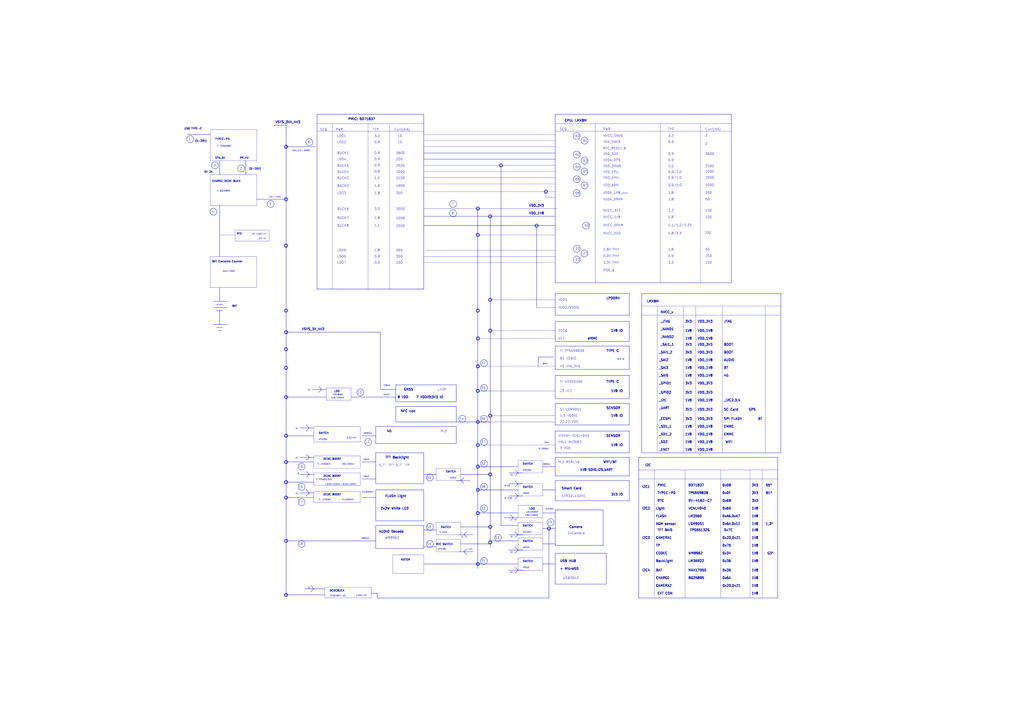
<source format=kicad_sch>
(kicad_sch
	(version 20250114)
	(generator "eeschema")
	(generator_version "9.0")
	(uuid "634d8d8d-e331-4b16-a738-12745a42c643")
	(paper "A1")
	(title_block
		(title "Librem 5 Mainboard")
		(date "2024-03-21")
		(rev "v1.0.6.1")
		(company "Purism SPC")
		(comment 1 "GNU GPLv3+")
		(comment 2 "Copyright")
	)
	(lib_symbols)
	(circle
		(center 372.11 167.64)
		(radius 2.845)
		(stroke
			(width 0.254)
			(type solid)
		)
		(fill
			(type none)
		)
		(uuid 00d81f15-517f-437e-b8f1-2dd18342859a)
	)
	(circle
		(center 402.59 445.77)
		(radius 1.27)
		(stroke
			(width 0.508)
			(type solid)
		)
		(fill
			(type none)
		)
		(uuid 06d30d9b-0639-4812-b02a-8eeda3d0e3d3)
	)
	(circle
		(center 247.65 400.05)
		(radius 2.845)
		(stroke
			(width 0.254)
			(type solid)
		)
		(fill
			(type none)
		)
		(uuid 0a1816fe-fdb7-4239-b3f8-dff326025be1)
	)
	(circle
		(center 392.43 402.59)
		(radius 1.27)
		(stroke
			(width 0.508)
			(type solid)
		)
		(fill
			(type none)
		)
		(uuid 14b94c1d-23f5-4dad-a0e5-5b7d115518d3)
	)
	(circle
		(center 392.43 463.55)
		(radius 1.27)
		(stroke
			(width 0.508)
			(type solid)
		)
		(fill
			(type none)
		)
		(uuid 174ef699-6b9a-4ebb-97a9-388143793ff4)
	)
	(circle
		(center 234.95 273.05)
		(radius 1.27)
		(stroke
			(width 0.508)
			(type solid)
		)
		(fill
			(type none)
		)
		(uuid 1eeae41d-c294-4fb2-aefd-021c72a42547)
	)
	(circle
		(center 353.06 392.43)
		(radius 2.845)
		(stroke
			(width 0.254)
			(type solid)
		)
		(fill
			(type none)
		)
		(uuid 203688e8-9bd9-4c2b-b7a6-91400ce7db9e)
	)
	(circle
		(center 402.59 433.07)
		(radius 1.27)
		(stroke
			(width 0.508)
			(type solid)
		)
		(fill
			(type none)
		)
		(uuid 21bf8bcc-26a0-40c5-b8d3-32c03672bd2a)
	)
	(circle
		(center 397.51 461.01)
		(radius 2.845)
		(stroke
			(width 0.254)
			(type solid)
		)
		(fill
			(type none)
		)
		(uuid 2661000c-17dd-44a9-8dc6-09e628548cc6)
	)
	(circle
		(center 480.06 208.28)
		(radius 2.845)
		(stroke
			(width 0.254)
			(type solid)
		)
		(fill
			(type none)
		)
		(uuid 273d2302-9abf-42e5-a2bd-e80600708e44)
	)
	(circle
		(center 473.71 213.36)
		(radius 2.845)
		(stroke
			(width 0.254)
			(type solid)
		)
		(fill
			(type none)
		)
		(uuid 286a3dc8-625c-4b1f-8d25-308b87b9d4c6)
	)
	(circle
		(center 402.59 389.89)
		(radius 1.27)
		(stroke
			(width 0.508)
			(type solid)
		)
		(fill
			(type none)
		)
		(uuid 28b40ad3-235d-4da8-a3c2-620eb2d92a7e)
	)
	(circle
		(center 411.48 135.89)
		(radius 1.27)
		(stroke
			(width 0.508)
			(type solid)
		)
		(fill
			(type none)
		)
		(uuid 2a9b5ac0-4d48-4f75-93ac-fdcefe214354)
	)
	(circle
		(center 353.06 447.04)
		(radius 2.845)
		(stroke
			(width 0.254)
			(type solid)
		)
		(fill
			(type none)
		)
		(uuid 2af1c752-eda3-41c6-b112-5f3fe8470ffa)
	)
	(circle
		(center 234.95 201.93)
		(radius 1.27)
		(stroke
			(width 0.508)
			(type solid)
		)
		(fill
			(type none)
		)
		(uuid 2e3263fe-ea42-4666-b25e-3d771169f0d7)
	)
	(circle
		(center 480.06 115.57)
		(radius 2.845)
		(stroke
			(width 0.254)
			(type solid)
		)
		(fill
			(type none)
		)
		(uuid 30ae217d-9abf-4459-ab13-6d993a8b883d)
	)
	(circle
		(center 402.59 271.78)
		(radius 1.27)
		(stroke
			(width 0.508)
			(type solid)
		)
		(fill
			(type none)
		)
		(uuid 37fb7592-2bbc-463b-82de-2bdcc5b78035)
	)
	(circle
		(center 392.43 300.99)
		(radius 1.27)
		(stroke
			(width 0)
			(type solid)
		)
		(fill
			(type none)
		)
		(uuid 3b58d0ed-1c2b-464b-af14-efd4cd316c67)
	)
	(circle
		(center 397.51 298.45)
		(radius 2.845)
		(stroke
			(width 0.254)
			(type solid)
		)
		(fill
			(type none)
		)
		(uuid 3c716946-7395-48d2-9884-34c246659b08)
	)
	(circle
		(center 247.65 412.75)
		(radius 2.845)
		(stroke
			(width 0.254)
			(type solid)
		)
		(fill
			(type none)
		)
		(uuid 3e42051c-291c-40d1-8cfd-b28d20abe4c8)
	)
	(circle
		(center 392.43 300.99)
		(radius 1.27)
		(stroke
			(width 0.508)
			(type solid)
		)
		(fill
			(type none)
		)
		(uuid 46185eb5-ff9e-4472-8e53-882136124639)
	)
	(circle
		(center 234.95 163.83)
		(radius 1.27)
		(stroke
			(width 0.508)
			(type solid)
		)
		(fill
			(type none)
		)
		(uuid 52213269-55ae-4dbb-88e1-58e93dcf219d)
	)
	(circle
		(center 440.69 185.42)
		(radius 1.27)
		(stroke
			(width 0.508)
			(type solid)
		)
		(fill
			(type none)
		)
		(uuid 54fb7164-ee55-4b26-b767-65159dc71f37)
	)
	(circle
		(center 480.06 132.08)
		(radius 2.845)
		(stroke
			(width 0.254)
			(type solid)
		)
		(fill
			(type none)
		)
		(uuid 56855ee4-eb5c-4f03-99c3-9afa480162e4)
	)
	(circle
		(center 234.95 444.5)
		(radius 1.27)
		(stroke
			(width 0.508)
			(type solid)
		)
		(fill
			(type none)
		)
		(uuid 577d3fc7-b714-4935-b95a-e8ef5cd10293)
	)
	(circle
		(center 302.26 363.22)
		(radius 2.845)
		(stroke
			(width 0.254)
			(type solid)
		)
		(fill
			(type none)
		)
		(uuid 610299d3-5c28-4586-b038-7f81ade150f8)
	)
	(circle
		(center 473.71 147.32)
		(radius 2.845)
		(stroke
			(width 0.254)
			(type solid)
		)
		(fill
			(type none)
		)
		(uuid 66dc4d95-7024-4d79-86d3-2149337c052d)
	)
	(circle
		(center 402.59 341.63)
		(radius 1.27)
		(stroke
			(width 0.508)
			(type solid)
		)
		(fill
			(type none)
		)
		(uuid 6bd62d7a-3c49-41e8-afe5-878c8a5350f7)
	)
	(circle
		(center 481.33 185.42)
		(radius 2.845)
		(stroke
			(width 0.254)
			(type solid)
		)
		(fill
			(type none)
		)
		(uuid 6f5525c8-3bb2-4c4e-a7aa-0c406c1a1cca)
	)
	(circle
		(center 408.94 441.96)
		(radius 2.845)
		(stroke
			(width 0.254)
			(type solid)
		)
		(fill
			(type none)
		)
		(uuid 7a13c5c2-e3bb-483e-b7fc-f07c05c0f9e1)
	)
	(circle
		(center 448.31 157.48)
		(radius 1.27)
		(stroke
			(width 0.508)
			(type solid)
		)
		(fill
			(type none)
		)
		(uuid 7b77e0b1-b82b-4241-8f39-384c31742806)
	)
	(circle
		(center 473.71 137.16)
		(radius 2.845)
		(stroke
			(width 0.254)
			(type solid)
		)
		(fill
			(type none)
		)
		(uuid 80044933-6e29-480b-b432-5a82ce2342c7)
	)
	(circle
		(center 234.95 120.65)
		(radius 1.27)
		(stroke
			(width 0)
			(type solid)
		)
		(fill
			(type none)
		)
		(uuid 8219fee0-5be2-4017-9c8b-46b579ff1fda)
	)
	(circle
		(center 234.95 358.14)
		(radius 1.27)
		(stroke
			(width 0.508)
			(type solid)
		)
		(fill
			(type none)
		)
		(uuid 822e2366-014e-48cb-9cb3-aa9b3044e413)
	)
	(circle
		(center 397.51 344.17)
		(radius 2.845)
		(stroke
			(width 0.254)
			(type solid)
		)
		(fill
			(type none)
		)
		(uuid 86f10cd7-9d07-4057-a533-ec8a13610796)
	)
	(circle
		(center 392.43 171.45)
		(radius 1.27)
		(stroke
			(width 0.508)
			(type solid)
		)
		(fill
			(type none)
		)
		(uuid 874bbd13-1875-4f59-bd06-4fe415bf4534)
	)
	(circle
		(center 392.43 321.31)
		(radius 1.27)
		(stroke
			(width 0.508)
			(type solid)
		)
		(fill
			(type none)
		)
		(uuid 8adce6a7-9442-4b69-95d1-536caaba1232)
	)
	(circle
		(center 397.51 417.83)
		(radius 2.845)
		(stroke
			(width 0.254)
			(type solid)
		)
		(fill
			(type none)
		)
		(uuid 8f870233-8edf-4d5c-801b-9789d9ceaadf)
	)
	(circle
		(center 234.95 396.24)
		(radius 1.27)
		(stroke
			(width 0.508)
			(type solid)
		)
		(fill
			(type none)
		)
		(uuid 919e64d9-1037-45bb-b55e-44071dc77b06)
	)
	(circle
		(center 397.51 400.05)
		(radius 2.845)
		(stroke
			(width 0.254)
			(type solid)
		)
		(fill
			(type none)
		)
		(uuid 91b2ec0e-62da-4566-ba89-af90c83dc949)
	)
	(circle
		(center 372.11 175.26)
		(radius 2.845)
		(stroke
			(width 0.254)
			(type solid)
		)
		(fill
			(type none)
		)
		(uuid 922795d6-a82e-4deb-8490-4cc0e801258f)
	)
	(circle
		(center 480.06 140.97)
		(radius 2.845)
		(stroke
			(width 0.254)
			(type solid)
		)
		(fill
			(type none)
		)
		(uuid 935a5913-a67a-46c8-8c79-b0a2aa5497af)
	)
	(circle
		(center 402.59 246.38)
		(radius 1.27)
		(stroke
			(width 0.508)
			(type solid)
		)
		(fill
			(type none)
		)
		(uuid 95db02df-f1a2-4e03-ae22-c12eb913f977)
	)
	(circle
		(center 480.06 152.4)
		(radius 2.845)
		(stroke
			(width 0.254)
			(type solid)
		)
		(fill
			(type none)
		)
		(uuid 97e9fa97-8dbf-4115-90eb-63dff4185e9f)
	)
	(circle
		(center 473.71 111.76)
		(radius 2.845)
		(stroke
			(width 0.254)
			(type solid)
		)
		(fill
			(type none)
		)
		(uuid 9cabc407-e556-4b17-871b-2d8b08af24b5)
	)
	(circle
		(center 353.06 433.07)
		(radius 2.845)
		(stroke
			(width 0.254)
			(type solid)
		)
		(fill
			(type none)
		)
		(uuid a03da3ab-f92f-4fe8-97d7-4cfd52ff1d2f)
	)
	(circle
		(center 473.71 127)
		(radius 2.845)
		(stroke
			(width 0.254)
			(type solid)
		)
		(fill
			(type none)
		)
		(uuid a6224ff5-959e-49df-ad7a-b3c55c30479a)
	)
	(circle
		(center 379.73 344.17)
		(radius 2.845)
		(stroke
			(width 0.254)
			(type solid)
		)
		(fill
			(type none)
		)
		(uuid a7604cf8-dcda-4eb7-9442-662b633aa757)
	)
	(circle
		(center 222.25 167.64)
		(radius 2.845)
		(stroke
			(width 0.254)
			(type solid)
		)
		(fill
			(type none)
		)
		(uuid ab1883a2-ce10-4ad6-a4ba-09f78be892ea)
	)
	(circle
		(center 234.95 287.02)
		(radius 1.27)
		(stroke
			(width 0.508)
			(type solid)
		)
		(fill
			(type none)
		)
		(uuid acea30b7-f8ce-4cb6-889d-8234ad48f82b)
	)
	(circle
		(center 234.95 379.73)
		(radius 1.27)
		(stroke
			(width 0.508)
			(type solid)
		)
		(fill
			(type none)
		)
		(uuid b17d1d88-5e6c-4b4d-ad0e-db9c4586d0d9)
	)
	(circle
		(center 392.43 346.71)
		(radius 1.27)
		(stroke
			(width 0.508)
			(type solid)
		)
		(fill
			(type none)
		)
		(uuid b626b53b-da55-460c-a902-4500cf094e2b)
	)
	(circle
		(center 392.43 278.13)
		(radius 1.27)
		(stroke
			(width 0.508)
			(type solid)
		)
		(fill
			(type none)
		)
		(uuid b691f337-6cb7-4d85-ad73-8f2c5d2c3977)
	)
	(circle
		(center 450.85 434.34)
		(radius 1.27)
		(stroke
			(width 0.508)
			(type solid)
		)
		(fill
			(type none)
		)
		(uuid b80d5157-5acf-47f2-bbf9-c299e0b6ea77)
	)
	(circle
		(center 392.43 421.64)
		(radius 1.27)
		(stroke
			(width 0.508)
			(type solid)
		)
		(fill
			(type none)
		)
		(uuid b8473f47-ab16-4fb6-bb74-98c7d66a4453)
	)
	(circle
		(center 295.91 322.58)
		(radius 2.845)
		(stroke
			(width 0.254)
			(type solid)
		)
		(fill
			(type none)
		)
		(uuid b95a54fd-91a6-4945-9588-33c95c149d7c)
	)
	(circle
		(center 175.26 173.99)
		(radius 2.845)
		(stroke
			(width 0.254)
			(type solid)
		)
		(fill
			(type none)
		)
		(uuid ba60aaa5-bce7-44ae-bd25-e8f33c911c83)
	)
	(circle
		(center 234.95 255.27)
		(radius 1.27)
		(stroke
			(width 0.508)
			(type solid)
		)
		(fill
			(type none)
		)
		(uuid bc11bc3c-4f88-4504-a984-ca7a5ec4c23e)
	)
	(circle
		(center 402.59 177.8)
		(radius 1.27)
		(stroke
			(width 0.508)
			(type solid)
		)
		(fill
			(type none)
		)
		(uuid be7d94cf-5683-4d61-b4e8-09af72fd2ead)
	)
	(circle
		(center 254 116.84)
		(radius 2.845)
		(stroke
			(width 0.254)
			(type solid)
		)
		(fill
			(type none)
		)
		(uuid bf2df75e-3f44-41b2-ac14-b5b59e1766d8)
	)
	(circle
		(center 452.12 429.26)
		(radius 2.845)
		(stroke
			(width 0.254)
			(type solid)
		)
		(fill
			(type none)
		)
		(uuid c5a7487e-bb30-419c-bbc7-0f080ce5381d)
	)
	(circle
		(center 392.43 255.27)
		(radius 1.27)
		(stroke
			(width 0.508)
			(type solid)
		)
		(fill
			(type none)
		)
		(uuid c688cd5b-bb23-4e36-a06d-0a0b880cc744)
	)
	(circle
		(center 234.95 408.94)
		(radius 1.27)
		(stroke
			(width 0.508)
			(type solid)
		)
		(fill
			(type none)
		)
		(uuid c6dcfe47-0188-44ef-9714-0e44443b0c60)
	)
	(circle
		(center 473.71 204.47)
		(radius 2.845)
		(stroke
			(width 0.254)
			(type solid)
		)
		(fill
			(type none)
		)
		(uuid c71df89b-f949-40ec-9f1c-767153127a7b)
	)
	(circle
		(center 397.51 381)
		(radius 2.845)
		(stroke
			(width 0.254)
			(type solid)
		)
		(fill
			(type none)
		)
		(uuid c91151b9-f864-4be8-a6ad-d819dbc3fb77)
	)
	(circle
		(center 392.43 365.76)
		(radius 1.27)
		(stroke
			(width 0.508)
			(type solid)
		)
		(fill
			(type none)
		)
		(uuid d0c08dc4-5d88-4f58-ad83-87952a59f0ff)
	)
	(circle
		(center 392.43 383.54)
		(radius 1.27)
		(stroke
			(width 0.508)
			(type solid)
		)
		(fill
			(type none)
		)
		(uuid d4295b8a-ab38-408c-9127-09306f67cace)
	)
	(circle
		(center 234.95 120.65)
		(radius 1.27)
		(stroke
			(width 0.508)
			(type solid)
		)
		(fill
			(type none)
		)
		(uuid da368b5c-76e8-42c9-b57c-2f3b83f0b19e)
	)
	(circle
		(center 392.43 321.31)
		(radius 1.27)
		(stroke
			(width 0)
			(type solid)
		)
		(fill
			(type none)
		)
		(uuid dda9f8c0-8c07-49a2-b61e-aed8a67da006)
	)
	(circle
		(center 247.65 447.04)
		(radius 2.845)
		(stroke
			(width 0.254)
			(type solid)
		)
		(fill
			(type none)
		)
		(uuid dfc136da-e757-4d2b-bd43-065af732bbc3)
	)
	(circle
		(center 198.12 138.43)
		(radius 2.845)
		(stroke
			(width 0.254)
			(type solid)
		)
		(fill
			(type none)
		)
		(uuid e14579d0-6e06-420b-940e-a33ef6c494df)
	)
	(circle
		(center 392.43 193.04)
		(radius 1.27)
		(stroke
			(width 0.508)
			(type solid)
		)
		(fill
			(type none)
		)
		(uuid e365fe9d-f1c9-4f24-8ef7-d61be4517638)
	)
	(circle
		(center 234.95 326.39)
		(radius 1.27)
		(stroke
			(width 0.508)
			(type solid)
		)
		(fill
			(type none)
		)
		(uuid e5e5d6b6-7a1e-4dce-863f-c507067959b4)
	)
	(circle
		(center 247.65 383.54)
		(radius 2.845)
		(stroke
			(width 0.254)
			(type solid)
		)
		(fill
			(type none)
		)
		(uuid eb8debb1-a1e3-4b22-b998-d9ed5602dcd5)
	)
	(circle
		(center 234.95 488.95)
		(radius 1.27)
		(stroke
			(width 0.508)
			(type solid)
		)
		(fill
			(type none)
		)
		(uuid ecebf137-84b3-4e52-946c-c7288aab3057)
	)
	(circle
		(center 234.95 302.26)
		(radius 1.27)
		(stroke
			(width 0.508)
			(type solid)
		)
		(fill
			(type none)
		)
		(uuid edc3293a-efc8-444c-827a-2eefc4c1b4d2)
	)
	(circle
		(center 156.21 114.3)
		(radius 2.845)
		(stroke
			(width 0.254)
			(type solid)
		)
		(fill
			(type none)
		)
		(uuid f496fa28-81ec-4c4f-832c-cb231b66cead)
	)
	(circle
		(center 176.53 135.89)
		(radius 2.845)
		(stroke
			(width 0.254)
			(type solid)
		)
		(fill
			(type none)
		)
		(uuid f8086760-e96b-4caa-87fe-3006706440ad)
	)
	(circle
		(center 473.71 158.75)
		(radius 2.845)
		(stroke
			(width 0.254)
			(type solid)
		)
		(fill
			(type none)
		)
		(uuid fc0a23c3-0e3d-4982-86b5-3c2047f9ac8c)
	)
	(circle
		(center 397.51 363.22)
		(radius 2.845)
		(stroke
			(width 0.254)
			(type solid)
		)
		(fill
			(type none)
		)
		(uuid fd464eb2-9afe-4c07-a4e6-fbc14ed943e8)
	)
	(circle
		(center 397.51 318.77)
		(radius 2.845)
		(stroke
			(width 0.254)
			(type solid)
		)
		(fill
			(type none)
		)
		(uuid ff41177e-3c8a-4a0b-8fc7-04914d780d4c)
	)
	(text "1.8"
		(exclude_from_sim no)
		(at 307.34 180.289 0)
		(effects
			(font
				(size 1.905 1.905)
			)
			(justify left bottom)
		)
		(uuid "00b70627-0316-4933-8f3b-ab0ea51f6248")
	)
	(text "VDD_3V3"
		(exclude_from_sim no)
		(at 572.77 316.23 0)
		(effects
			(font
				(size 1.905 1.905)
				(bold yes)
			)
			(justify left bottom)
		)
		(uuid "01090108-bba0-495b-adbd-9f1848691b58")
	)
	(text "SWITCH"
		(exclude_from_sim no)
		(at 429.26 401.32 0)
		(effects
			(font
				(size 1.524 1.524)
				(bold yes)
			)
			(justify left bottom)
		)
		(uuid "011fbbcd-72f9-46a3-a60c-663ac25c14cb")
	)
	(text "TI LM36922"
		(exclude_from_sim no)
		(at 260.35 382.27 0)
		(effects
			(font
				(size 1.27 1.27)
				(italic yes)
			)
			(justify left bottom)
		)
		(uuid "0206f762-f21d-4568-92de-c0a0d3fb914e")
	)
	(text "USB TYPE-C"
		(exclude_from_sim no)
		(at 151.13 106.68 0)
		(effects
			(font
				(size 1.524 1.524)
				(bold yes)
			)
			(justify left bottom)
		)
		(uuid "02af47cf-61e9-42c0-b66a-cbbc2e42cb1f")
	)
	(text "BUCK7"
		(exclude_from_sim no)
		(at 276.86 180.34 0)
		(effects
			(font
				(size 1.905 1.905)
			)
			(justify left bottom)
		)
		(uuid "03feb1a2-40af-4189-99f1-712bf0246b9f")
	)
	(text "1.1"
		(exclude_from_sim no)
		(at 307.34 186.639 0)
		(effects
			(font
				(size 1.905 1.905)
			)
			(justify left bottom)
		)
		(uuid "04d0111c-9214-43d5-a904-63714278178b")
	)
	(text "Camera"
		(exclude_from_sim no)
		(at 467.36 434.34 0)
		(effects
			(font
				(size 1.905 1.905)
				(bold yes)
			)
			(justify left bottom)
		)
		(uuid "0572b1cf-041c-41f9-be34-c77a2aa75f62")
	)
	(text "_SAI2"
		(exclude_from_sim no)
		(at 541.02 297.18 0)
		(effects
			(font
				(size 1.905 1.905)
				(bold yes)
			)
			(justify left bottom)
		)
		(uuid "06906d79-6230-4946-9260-088330c96d88")
	)
	(text "21"
		(exclude_from_sim no)
		(at 472.44 205.74 0)
		(effects
			(font
				(size 1.905 1.905)
			)
			(justify left bottom)
		)
		(uuid "07aaf6c6-dd39-478e-9cdf-5368fd59795f")
	)
	(text "1.0"
		(exclude_from_sim no)
		(at 307.34 147.625 0)
		(effects
			(font
				(size 1.905 1.905)
			)
			(justify left bottom)
		)
		(uuid "07f7cde7-ec8a-4332-86d5-fd79ce61c7ed")
	)
	(text "TI TPS65132S"
		(exclude_from_sim no)
		(at 259.08 394.97 0)
		(effects
			(font
				(size 1.27 1.27)
				(italic yes)
			)
			(justify left bottom)
		)
		(uuid "080728c2-7109-4fef-b73c-381a2073fb10")
	)
	(text "3V3"
		(exclude_from_sim no)
		(at 562.61 345.44 0)
		(effects
			(font
				(size 1.905 1.905)
				(bold yes)
			)
			(justify left bottom)
		)
		(uuid "08671483-102d-48e1-b58b-959ca11a4205")
	)
	(text "50"
		(exclude_from_sim no)
		(at 350.52 434.34 0)
		(effects
			(font
				(size 1.905 1.905)
			)
			(justify left bottom)
		)
		(uuid "0952fce6-e69e-48be-bfa6-422a3f9b06b7")
	)
	(text "1.05V/2A"
		(exclude_from_sim no)
		(at 292.1 490.22 0)
		(effects
			(font
				(size 1.27 1.27)
				(italic yes)
			)
			(justify left bottom)
		)
		(uuid "0ba68992-065d-4c1c-b371-a03457bd20be")
	)
	(text "1V8 IO"
		(exclude_from_sim no)
		(at 501.65 273.05 0)
		(effects
			(font
				(size 1.905 1.905)
				(bold yes)
			)
			(justify left bottom)
		)
		(uuid "0bb814b8-4c6f-4ff2-8150-71f18835a1b2")
	)
	(text "3.3"
		(exclude_from_sim no)
		(at 548.64 217.068 0)
		(effects
			(font
				(size 1.905 1.905)
			)
			(justify left bottom)
		)
		(uuid "0bf3702c-1595-445a-8f16-21943f0cc4d6")
	)
	(text "N MOS"
		(exclude_from_sim no)
		(at 360.68 438.404 0)
		(effects
			(font
				(size 1.27 1.27)
				(italic yes)
			)
			(justify left bottom)
		)
		(uuid "0d77c690-0774-40e1-921a-345e7fac0cd4")
	)
	(text "VDD_1V8"
		(exclude_from_sim no)
		(at 572.77 273.05 0)
		(effects
			(font
				(size 1.905 1.905)
				(bold yes)
			)
			(justify left bottom)
		)
		(uuid "0e46b399-51ee-4b3c-93ab-c925e60e9f77")
	)
	(text "_NAND1"
		(exclude_from_sim no)
		(at 542.29 271.78 0)
		(effects
			(font
				(size 1.905 1.905)
				(bold yes)
			)
			(justify left bottom)
		)
		(uuid "0e4ea685-b68c-4e7a-aaab-59ff099cd7a4")
	)
	(text "ST LSM9DS1"
		(exclude_from_sim no)
		(at 459.74 337.82 0)
		(effects
			(font
				(size 1.905 1.905)
			)
			(justify left bottom)
		)
		(uuid "0e97fbb7-b9f0-4d6b-bb3a-b67686dc970c")
	)
	(text "MAX17055"
		(exclude_from_sim no)
		(at 565.15 469.9 0)
		(effects
			(font
				(size 1.905 1.905)
				(bold yes)
			)
			(justify left bottom)
		)
		(uuid "0ecaa913-6890-44a9-ad4f-10ddf000719d")
	)
	(text "1.8"
		(exclude_from_sim no)
		(at 548.64 206.299 0)
		(effects
			(font
				(size 1.905 1.905)
			)
			(justify left bottom)
		)
		(uuid "102f6d7c-7636-433f-80dc-72c7078c70cf")
	)
	(text "IO"
		(exclude_from_sim no)
		(at 242.57 406.4 0)
		(effects
			(font
				(size 1.143 1.143)
				(italic yes)
			)
			(justify left bottom)
		)
		(uuid "10a7880d-c90d-4723-b821-df91e2e84aa2")
	)
	(text "100uA"
		(exclude_from_sim no)
		(at 314.96 317.5 0)
		(effects
			(font
				(size 1.143 1.143)
				(italic yes)
			)
			(justify left bottom)
		)
		(uuid "13a3d5e7-b9b0-436f-b2fe-ed0f8920f99d")
	)
	(text "1V8"
		(exclude_from_sim no)
		(at 617.22 443.23 0)
		(effects
			(font
				(size 1.905 1.905)
				(bold yes)
			)
			(justify left bottom)
		)
		(uuid "1579aa02-66d1-4aa8-a332-9c76a6a3c79d")
	)
	(text "SEQ"
		(exclude_from_sim no)
		(at 262.89 107.696 0)
		(effects
			(font
				(size 1.905 1.905)
			)
			(justify left bottom)
		)
		(uuid "159c7738-2321-4b74-8da2-c4a7c13f0659")
	)
	(text "250"
		(exclude_from_sim no)
		(at 325.12 132.08 0)
		(effects
			(font
				(size 1.905 1.905)
			)
			(justify left bottom)
		)
		(uuid "15b3b3aa-dfd1-41e4-bd42-2ff48a0ad416")
	)
	(text "5"
		(exclude_from_sim no)
		(at 220.98 168.91 0)
		(effects
			(font
				(size 1.905 1.905)
			)
			(justify left bottom)
		)
		(uuid "15dead93-6d89-4c1c-aaec-3e369b564641")
	)
	(text "SW1,2,3,4 SWBST"
		(exclude_from_sim no)
		(at 240.03 124.46 0)
		(effects
			(font
				(size 1.143 1.143)
				(italic yes)
			)
			(justify left bottom)
		)
		(uuid "1621581f-d600-41f8-a528-7b9154a5c3ad")
	)
	(text "3V3"
		(exclude_from_sim no)
		(at 562.61 316.23 0)
		(effects
			(font
				(size 1.905 1.905)
				(bold yes)
			)
			(justify left bottom)
		)
		(uuid "1632d644-acf5-4219-ac04-04305407956d")
	)
	(text "23 VCC"
		(exclude_from_sim no)
		(at 459.74 322.58 0)
		(effects
			(font
				(size 1.905 1.905)
			)
			(justify left bottom)
		)
		(uuid "16eeaa3b-ccb6-42c5-80d7-39d87540f966")
	)
	(text "23"
		(exclude_from_sim no)
		(at 472.44 214.63 0)
		(effects
			(font
				(size 1.905 1.905)
			)
			(justify left bottom)
		)
		(uuid "17816f9e-54ae-4082-9093-13a6a4a47866")
	)
	(text "IR 200mA"
		(exclude_from_sim no)
		(at 441.96 369.57 0)
		(effects
			(font
				(size 1.143 1.143)
				(italic yes)
			)
			(justify left bottom)
		)
		(uuid "17ec270c-7f76-41ef-b121-49c7d9e48aae")
	)
	(text "52"
		(exclude_from_sim no)
		(at 350.52 393.7 0)
		(effects
			(font
				(size 1.905 1.905)
			)
			(justify left bottom)
		)
		(uuid "1813fa67-a831-4eaa-a4fb-2881c29a1ca7")
	)
	(text "3000"
		(exclude_from_sim no)
		(at 325.12 173.025 0)
		(effects
			(font
				(size 1.905 1.905)
			)
			(justify left bottom)
		)
		(uuid "18914bcb-3a1b-49f4-ba28-3ae4f66f7f64")
	)
	(text "50"
		(exclude_from_sim no)
		(at 579.12 165.1 0)
		(effects
			(font
				(size 1.905 1.905)
			)
			(justify left bottom)
		)
		(uuid "1911b4ef-7d6c-4dcd-8d33-e8f71d77c96f")
	)
	(text "61"
		(exclude_from_sim no)
		(at 478.79 116.84 0)
		(effects
			(font
				(size 1.905 1.905)
			)
			(justify left bottom)
		)
		(uuid "194ee025-6fe9-401a-8fa2-4463f23e5fff")
	)
	(text "2000"
		(exclude_from_sim no)
		(at 579.12 147.32 0)
		(effects
			(font
				(size 1.905 1.905)
			)
			(justify left bottom)
		)
		(uuid "197dc871-1ace-4836-ba15-2e1672c56365")
	)
	(text "7 VDDIO;3V3 IO"
		(exclude_from_sim no)
		(at 341.63 327.66 0)
		(effects
			(font
				(size 1.905 1.905)
				(bold yes)
			)
			(justify left bottom)
		)
		(uuid "1a7cd9f7-4ebb-4586-8243-247b7f0829ce")
	)
	(text "BT"
		(exclude_from_sim no)
		(at 622.3 345.44 0)
		(effects
			(font
				(size 1.905 1.905)
				(bold yes)
			)
			(justify left bottom)
		)
		(uuid "1ad37069-4561-4181-853f-0400873aff60")
	)
	(text "64"
		(exclude_from_sim no)
		(at 472.44 138.43 0)
		(effects
			(font
				(size 1.905 1.905)
			)
			(justify left bottom)
		)
		(uuid "1b381c4d-0d50-4fba-af98-cc27d2397e1d")
	)
	(text "SENSOR"
		(exclude_from_sim no)
		(at 497.84 359.41 0)
		(effects
			(font
				(size 1.905 1.905)
				(bold yes)
			)
			(justify left bottom)
		)
		(uuid "1b98328d-860a-464e-8e3f-bcf1b66ae5fb")
	)
	(text "2.8V/150mA"
		(exclude_from_sim no)
		(at 441.96 424.18 0)
		(effects
			(font
				(size 1.143 1.143)
				(italic yes)
			)
			(justify right bottom)
		)
		(uuid "1cbf6a37-131a-44dc-aaa9-dd5de50fddbb")
	)
	(text "5V 2A"
		(exclude_from_sim no)
		(at 167.64 142.24 0)
		(effects
			(font
				(size 1.524 1.524)
				(bold yes)
			)
			(justify left bottom)
		)
		(uuid "1eba6314-d964-4fb4-8da8-d4f42638d8be")
	)
	(text "TI HD3SS460"
		(exclude_from_sim no)
		(at 459.74 314.96 0)
		(effects
			(font
				(size 1.905 1.905)
			)
			(justify left bottom)
		)
		(uuid "203b3d21-7281-40ec-8f2e-06def91fad39")
	)
	(text "M.2 RS9116"
		(exclude_from_sim no)
		(at 458.47 381 0)
		(effects
			(font
				(size 1.905 1.905)
			)
			(justify left bottom)
		)
		(uuid "222818f2-d00a-447d-91d0-c447b9633e64")
	)
	(text "_ENET"
		(exclude_from_sim no)
		(at 541.02 370.84 0)
		(effects
			(font
				(size 1.905 1.905)
				(bold yes)
			)
			(justify left bottom)
		)
		(uuid "224c00b9-da96-4996-8faf-6a747ebbdae7")
	)
	(text "WM8962"
		(exclude_from_sim no)
		(at 316.23 443.23 0)
		(effects
			(font
				(size 1.905 1.905)
			)
			(justify left bottom)
		)
		(uuid "22cabbcb-3230-49cd-9de5-e4d37ce17f6a")
	)
	(text "3V3 IO"
		(exclude_from_sim no)
		(at 212.09 196.85 0)
		(effects
			(font
				(size 1.143 1.143)
				(italic yes)
			)
			(justify left bottom)
		)
		(uuid "234ecadc-54b0-4368-849d-dab7b9ce78e6")
	)
	(text "1V8"
		(exclude_from_sim no)
		(at 617.22 419.1 0)
		(effects
			(font
				(size 1.905 1.905)
				(bold yes)
			)
			(justify left bottom)
		)
		(uuid "23e681bc-16d1-409e-890f-205cf23439b8")
	)
	(text "BUCK3"
		(exclude_from_sim no)
		(at 276.86 147.625 0)
		(effects
			(font
				(size 1.905 1.905)
			)
			(justify left bottom)
		)
		(uuid "24fa9e48-5c7e-4083-a63e-16e2adc35efb")
	)
	(text "BT"
		(exclude_from_sim no)
		(at 594.36 303.53 0)
		(effects
			(font
				(size 1.905 1.905)
				(bold yes)
			)
			(justify left bottom)
		)
		(uuid "254c1f36-1efc-4122-9672-c8fe1c5895c7")
	)
	(text "260mA"
		(exclude_from_sim no)
		(at 445.77 382.27 0)
		(effects
			(font
				(size 1.143 1.143)
				(italic yes)
			)
			(justify left bottom)
		)
		(uuid "265ca581-58ee-4685-a711-7d26f225fca0")
	)
	(text "LDO6"
		(exclude_from_sim no)
		(at 276.86 212.039 0)
		(effects
			(font
				(size 1.905 1.905)
			)
			(justify left bottom)
		)
		(uuid "266eb9bf-4e13-424b-8d70-d3859b717313")
	)
	(text "NVCC_DRAM"
		(exclude_from_sim no)
		(at 495.3 186.334 0)
		(effects
			(font
				(size 1.905 1.905)
			)
			(justify left bottom)
		)
		(uuid "26965922-78da-436f-b1b9-ab768b9d0204")
	)
	(text "MOTOR"
		(exclude_from_sim no)
		(at 328.93 461.01 0)
		(effects
			(font
				(size 1.524 1.524)
				(bold yes)
			)
			(justify left bottom)
		)
		(uuid "26994208-ff46-4948-bdca-380247e3150c")
	)
	(text "IO"
		(exclude_from_sim no)
		(at 419.1 441.96 0)
		(effects
			(font
				(size 1.143 1.143)
				(italic yes)
			)
			(justify left bottom)
		)
		(uuid "26e7fbcd-f5e9-43c7-95f9-16b2c0e6b088")
	)
	(text "JTAG"
		(exclude_from_sim no)
		(at 594.36 265.43 0)
		(effects
			(font
				(size 1.905 1.905)
				(bold yes)
			)
			(justify left bottom)
		)
		(uuid "29ef09a1-3622-402a-9efe-5dbbaea98339")
	)
	(text "2xCamera"
		(exclude_from_sim no)
		(at 466.09 439.42 0)
		(effects
			(font
				(size 1.905 1.905)
			)
			(justify left bottom)
		)
		(uuid "2a816e32-9778-46eb-920a-b5b432b2b5f0")
	)
	(text "0x34"
		(exclude_from_sim no)
		(at 593.09 455.93 0)
		(effects
			(font
				(size 1.905 1.905)
				(bold yes)
			)
			(justify left bottom)
		)
		(uuid "2b426f6a-8069-4185-a913-33c97cde8d22")
	)
	(text "MAX17055"
		(exclude_from_sim no)
		(at 182.88 223.774 0)
		(effects
			(font
				(size 1.27 1.27)
				(italic yes)
			)
			(justify left bottom)
		)
		(uuid "2bc70115-cd61-4c37-a794-99d9fbd5c309")
	)
	(text "22,23 VDD"
		(exclude_from_sim no)
		(at 459.74 347.98 0)
		(effects
			(font
				(size 1.905 1.905)
			)
			(justify left bottom)
		)
		(uuid "2c0bce72-f413-433b-baf3-58894294e1d7")
	)
	(text "LM3560"
		(exclude_from_sim no)
		(at 565.15 425.45 0)
		(effects
			(font
				(size 1.905 1.905)
				(bold yes)
			)
			(justify left bottom)
		)
		(uuid "2d8a5554-8fd8-4d5f-8fd0-e2d4b6207f67")
	)
	(text "IO"
		(exclude_from_sim no)
		(at 242.57 353.06 0)
		(effects
			(font
				(size 1.143 1.143)
				(italic yes)
			)
			(justify left bottom)
		)
		(uuid "2e4ccdff-be6d-4ff4-ace1-dda4bb08326f")
	)
	(text "I2C4"
		(exclude_from_sim no)
		(at 527.05 469.9 0)
		(effects
			(font
				(size 1.905 1.905)
				(bold yes)
			)
			(justify left bottom)
		)
		(uuid "2e868680-1065-47a6-8852-91cd83b53394")
	)
	(text "NVCC_1V8"
		(exclude_from_sim no)
		(at 495.3 179.68 0)
		(effects
			(font
				(size 1.905 1.905)
			)
			(justify left bottom)
		)
		(uuid "2eb0adc6-efeb-49b6-ad98-78317914cdb9")
	)
	(text "100"
		(exclude_from_sim no)
		(at 579.12 217.068 0)
		(effects
			(font
				(size 1.905 1.905)
			)
			(justify left bottom)
		)
		(uuid "2f00b80c-8ff8-445b-8603-55bbf4cf3b9e")
	)
	(text "WiFi/BT"
		(exclude_from_sim no)
		(at 495.3 381 0)
		(effects
			(font
				(size 1.905 1.905)
				(bold yes)
			)
			(justify left bottom)
		)
		(uuid "2f3cdcee-4ebd-45e6-bf7d-82e0e6f9be09")
	)
	(text "5mA"
		(exclude_from_sim no)
		(at 447.04 364.49 0)
		(effects
			(font
				(size 1.143 1.143)
				(italic yes)
			)
			(justify left bottom)
		)
		(uuid "2f84c281-1f09-4fc6-ac65-e4c8fa6abaac")
	)
	(text "8 VDD"
		(exclude_from_sim no)
		(at 326.39 327.66 0)
		(effects
			(font
				(size 1.905 1.905)
				(bold yes)
			)
			(justify left bottom)
		)
		(uuid "2fef8a94-b1ac-44fd-8676-6dd6d2d2592e")
	)
	(text "3.3V PHY"
		(exclude_from_sim no)
		(at 495.3 217.068 0)
		(effects
			(font
				(size 1.905 1.905)
			)
			(justify left bottom)
		)
		(uuid "2ffe035a-27cb-418d-acdb-40e1b50d76e3")
	)
	(text "BUCK6"
		(exclude_from_sim no)
		(at 276.86 173.025 0)
		(effects
			(font
				(size 1.905 1.905)
			)
			(justify left bottom)
		)
		(uuid "308be38d-5ba3-4542-83c6-02d2ccdb18c9")
	)
	(text "TYPEC-PD"
		(exclude_from_sim no)
		(at 539.75 406.4 0)
		(effects
			(font
				(size 1.905 1.905)
				(bold yes)
			)
			(justify left bottom)
		)
		(uuid "31c4b5eb-3137-45b0-bb47-29ef200b6293")
	)
	(text "LDO5"
		(exclude_from_sim no)
		(at 276.86 206.959 0)
		(effects
			(font
				(size 1.905 1.905)
			)
			(justify left bottom)
		)
		(uuid "32130f0b-cf13-483f-af2f-eb951d6f3a40")
	)
	(text "0.9"
		(exclude_from_sim no)
		(at 307.34 126.949 0)
		(effects
			(font
				(size 1.905 1.905)
			)
			(justify left bottom)
		)
		(uuid "328fcb37-87ae-4098-bdb7-3c09d38a6b65")
	)
	(text "I2C1"
		(exclude_from_sim no)
		(at 527.05 401.32 0)
		(effects
			(font
				(size 1.905 1.905)
				(bold yes)
			)
			(justify left bottom)
		)
		(uuid "332e2897-8e6b-43ac-96eb-f2ba40cdd530")
	)
	(text "VDD_3V3"
		(exclude_from_sim no)
		(at 572.77 284.48 0)
		(effects
			(font
				(size 1.905 1.905)
				(bold yes)
			)
			(justify left bottom)
		)
		(uuid "336b5005-7d00-4be2-bb11-98dd0319bc22")
	)
	(text "LDO4"
		(exclude_from_sim no)
		(at 276.86 132.08 0)
		(effects
			(font
				(size 1.905 1.905)
			)
			(justify left bottom)
		)
		(uuid "33bed879-e9d4-48c6-997c-925cb3ab6fcc")
	)
	(text "NMOS"
		(exclude_from_sim no)
		(at 429.26 450.85 0)
		(effects
			(font
				(size 1.27 1.27)
				(italic yes)
			)
			(justify left bottom)
		)
		(uuid "341ca6d5-7e5a-4afa-8883-10ab7a222699")
	)
	(text "TI TPS65982"
		(exclude_from_sim no)
		(at 177.8 120.904 0)
		(effects
			(font
				(size 1.27 1.27)
				(italic yes)
			)
			(justify left bottom)
		)
		(uuid "345f5cc0-1054-4bb3-a766-ec4552d3e42e")
	)
	(text "VDD_3V3"
		(exclude_from_sim no)
		(at 434.34 170.18 0)
		(effects
			(font
				(size 1.905 1.905)
				(bold yes)
			)
			(justify left bottom)
		)
		(uuid "3465d00a-2916-482b-b04c-26a6358c2e16")
	)
	(text "67"
		(exclude_from_sim no)
		(at 478.79 153.67 0)
		(effects
			(font
				(size 1.905 1.905)
			)
			(justify left bottom)
		)
		(uuid "34faa8b1-e165-41e3-8085-be33c9094cdb")
	)
	(text "0x70"
		(exclude_from_sim no)
		(at 593.09 449.58 0)
		(effects
			(font
				(size 1.905 1.905)
				(bold yes)
			)
			(justify left bottom)
		)
		(uuid "3605d017-da78-42fd-8ca7-a4d0a1b97575")
	)
	(text "TYPEC-PD"
		(exclude_from_sim no)
		(at 176.53 115.316 0)
		(effects
			(font
				(size 1.524 1.524)
				(bold yes)
			)
			(justify left bottom)
		)
		(uuid "363b2156-6ac1-41c3-8886-ea2df7d1bd44")
	)
	(text "53"
		(exclude_from_sim no)
		(at 406.4 443.23 0)
		(effects
			(font
				(size 1.905 1.905)
			)
			(justify left bottom)
		)
		(uuid "37e22135-282e-4f91-b1b7-09ea072b55a6")
	)
	(text "1V8 IO"
		(exclude_from_sim no)
		(at 501.65 367.03 0)
		(effects
			(font
				(size 1.905 1.905)
				(bold yes)
			)
			(justify left bottom)
		)
		(uuid "385dc865-48ee-483e-8f7c-5d7bc1a5dffd")
	)
	(text "EMMC"
		(exclude_from_sim no)
		(at 594.36 358.14 0)
		(effects
			(font
				(size 1.905 1.905)
				(bold yes)
			)
			(justify left bottom)
		)
		(uuid "3a2fe311-b4a1-4396-97b5-423e645887ca")
	)
	(text "TI LM3560"
		(exclude_from_sim no)
		(at 261.62 411.48 0)
		(effects
			(font
				(size 1.27 1.27)
				(italic yes)
			)
			(justify left bottom)
		)
		(uuid "3a529776-85f2-4c47-aa10-78eee12277b0")
	)
	(text "CAMERA2"
		(exclude_from_sim no)
		(at 538.48 482.6 0)
		(effects
			(font
				(size 1.905 1.905)
				(bold yes)
			)
			(justify left bottom)
		)
		(uuid "3a5f4aba-ea49-4cd2-b3ec-34e259533f46")
	)
	(text "SWITCH"
		(exclude_from_sim no)
		(at 261.62 356.87 0)
		(effects
			(font
				(size 1.524 1.524)
				(bold yes)
			)
			(justify left bottom)
		)
		(uuid "3ba66350-e717-4661-b70e-488638e76683")
	)
	(text "8mA"
		(exclude_from_sim no)
		(at 445.77 299.72 0)
		(effects
			(font
				(size 1.143 1.143)
				(italic yes)
			)
			(justify left bottom)
		)
		(uuid "3bf19e47-1624-494a-820e-9d45038a2467")
	)
	(text "NVCC_3V3"
		(exclude_from_sim no)
		(at 495.3 174.295 0)
		(effects
			(font
				(size 1.905 1.905)
			)
			(justify left bottom)
		)
		(uuid "3bf447c6-fe92-4f1c-a1e5-5058b0d2dd83")
	)
	(text "TPS62067-Q1"
		(exclude_from_sim no)
		(at 270.51 490.474 0)
		(effects
			(font
				(size 1.27 1.27)
				(italic yes)
			)
			(justify left bottom)
		)
		(uuid "3c4e0e4e-d508-4522-941b-88232fdbd027")
	)
	(text "WIFI"
		(exclude_from_sim no)
		(at 595.63 364.49 0)
		(effects
			(font
				(size 1.905 1.905)
				(bold yes)
			)
			(justify left bottom)
		)
		(uuid "3c68d0c0-9cdc-4376-bf2d-c27b9486662b")
	)
	(text "0x6A"
		(exclude_from_sim no)
		(at 593.09 476.25 0)
		(effects
			(font
				(size 1.905 1.905)
				(bold yes)
			)
			(justify left bottom)
		)
		(uuid "3d3fa779-b4aa-4cdf-8326-0c9e3a0f97a1")
	)
	(text "1V8"
		(exclude_from_sim no)
		(at 562.61 351.79 0)
		(effects
			(font
				(size 1.905 1.905)
				(bold yes)
			)
			(justify left bottom)
		)
		(uuid "3d538a8d-39da-4bab-bef9-98f70ad72bdf")
	)
	(text "STM32L432KC"
		(exclude_from_sim no)
		(at 461.01 408.94 0)
		(effects
			(font
				(size 1.905 1.905)
			)
			(justify left bottom)
		)
		(uuid "3e50a90b-3408-4677-8540-6547a43151fe")
	)
	(text "3.3"
		(exclude_from_sim no)
		(at 307.34 173.025 0)
		(effects
			(font
				(size 1.905 1.905)
			)
			(justify left bottom)
		)
		(uuid "3fa23e05-4f1b-4bb8-8614-f9f37bcccf47")
	)
	(text "VDDA_0P9"
		(exclude_from_sim no)
		(at 495.3 132.791 0)
		(effects
			(font
				(size 1.905 1.905)
			)
			(justify left bottom)
		)
		(uuid "402f2b85-50c6-405f-90f9-60581a7f74a9")
	)
	(text "TYP"
		(exclude_from_sim no)
		(at 548.64 107.442 0)
		(effects
			(font
				(size 1.905 1.905)
			)
			(justify left bottom)
		)
		(uuid "4057b07d-f301-4cd3-bbe6-5e3413f14100")
	)
	(text "LDCL015MR"
		(exclude_from_sim no)
		(at 441.96 421.64 0)
		(effects
			(font
				(size 1.143 1.143)
				(italic yes)
			)
			(justify right bottom)
		)
		(uuid "40af3e86-fc8c-410d-8152-b2d3f5cc40a8")
	)
	(text "SC Card"
		(exclude_from_sim no)
		(at 594.36 337.82 0)
		(effects
			(font
				(size 1.905 1.905)
				(bold yes)
			)
			(justify left bottom)
		)
		(uuid "426b36f7-2a5d-48ea-913b-b6e340e4064f")
	)
	(text "PMOS"
		(exclude_from_sim no)
		(at 429.26 467.36 0)
		(effects
			(font
				(size 1.27 1.27)
				(italic yes)
			)
			(justify left bottom)
		)
		(uuid "42c398e3-5b36-4c64-9ef7-37958a254e2b")
	)
	(text "66"
		(exclude_from_sim no)
		(at 472.44 148.59 0)
		(effects
			(font
				(size 1.905 1.905)
			)
			(justify left bottom)
		)
		(uuid "42f70d84-39f0-4b73-b78c-c4f16688d95d")
	)
	(text "1V8"
		(exclude_from_sim no)
		(at 562.61 297.18 0)
		(effects
			(font
				(size 1.905 1.905)
				(bold yes)
			)
			(justify left bottom)
		)
		(uuid "4335e554-a9d5-4414-92a8-62f790822b21")
	)
	(text "VDD_SNVS"
		(exclude_from_sim no)
		(at 495.3 117.856 0)
		(effects
			(font
				(size 1.905 1.905)
			)
			(justify left bottom)
		)
		(uuid "43d21799-3764-423d-8e50-57485cb416dd")
	)
	(text "17"
		(exclude_from_sim no)
		(at 245.11 414.02 0)
		(effects
			(font
				(size 1.905 1.905)
			)
			(justify left bottom)
		)
		(uuid "44456f0b-1185-43bb-a1bb-c01983d682b4")
	)
	(text "1V8"
		(exclude_from_sim no)
		(at 562.61 309.88 0)
		(effects
			(font
				(size 1.905 1.905)
				(bold yes)
			)
			(justify left bottom)
		)
		(uuid "44ca30db-bebd-454d-8ad5-2a6140c1fe13")
	)
	(text "15"
		(exclude_from_sim no)
		(at 245.11 384.81 0)
		(effects
			(font
				(size 1.905 1.905)
			)
			(justify left bottom)
		)
		(uuid "4555115b-a72a-4dbe-abb9-f12ea92090e1")
	)
	(text "IO"
		(exclude_from_sim no)
		(at 243.84 389.89 0)
		(effects
			(font
				(size 1.143 1.143)
				(italic yes)
			)
			(justify left bottom)
		)
		(uuid "45e70194-2d9b-4774-bf22-303dea5307fc")
	)
	(text "1V8"
		(exclude_from_sim no)
		(at 617.22 488.95 0)
		(effects
			(font
				(size 1.905 1.905)
				(bold yes)
			)
			(justify left bottom)
		)
		(uuid "46aa525c-1289-418a-8c80-fedf0a33cd71")
	)
	(text "IO"
		(exclude_from_sim no)
		(at 419.1 471.17 0)
		(effects
			(font
				(size 1.143 1.143)
				(italic yes)
			)
			(justify left bottom)
		)
		(uuid "475bc1af-5743-4d35-bc3c-44d2596677a4")
	)
	(text "BAT Coulomb Counter"
		(exclude_from_sim no)
		(at 173.99 215.9 0)
		(effects
			(font
				(size 1.524 1.524)
				(bold yes)
			)
			(justify left bottom)
		)
		(uuid "478e37d6-3840-4fe9-b9d5-aebacc303316")
	)
	(text "1.0"
		(exclude_from_sim no)
		(at 307.34 153.975 0)
		(effects
			(font
				(size 1.905 1.905)
			)
			(justify left bottom)
		)
		(uuid "487926d2-3165-4a64-9bc8-4aff6067ec88")
	)
	(text "1.8"
		(exclude_from_sim no)
		(at 548.64 165.1 0)
		(effects
			(font
				(size 1.905 1.905)
			)
			(justify left bottom)
		)
		(uuid "497b910d-6d3f-41f9-9466-8286b74644d1")
	)
	(text "1000"
		(exclude_from_sim no)
		(at 579.12 142.24 0)
		(effects
			(font
				(size 1.905 1.905)
			)
			(justify left bottom)
		)
		(uuid "4a8683b8-5750-4352-9bc9-8df19681eb45")
	)
	(text "0x60"
		(exclude_from_sim no)
		(at 593.09 419.1 0)
		(effects
			(font
				(size 1.905 1.905)
				(bold yes)
			)
			(justify left bottom)
		)
		(uuid "4a8b1507-a1b0-4159-af7f-a948eeff240c")
	)
	(text "VDD_3V3"
		(exclude_from_sim no)
		(at 572.77 345.44 0)
		(effects
			(font
				(size 1.905 1.905)
				(bold yes)
			)
			(justify left bottom)
		)
		(uuid "4bbe9207-5022-4db0-896d-b27fea2f7275")
	)
	(text "2x53mA"
		(exclude_from_sim no)
		(at 454.66 419.1 0)
		(effects
			(font
				(size 1.143 1.143)
				(italic yes)
			)
			(justify right bottom)
		)
		(uuid "4d1c0d0e-8bc9-4068-8e48-f911426f1781")
	)
	(text "TYP"
		(exclude_from_sim no)
		(at 306.07 107.696 0)
		(effects
			(font
				(size 1.905 1.905)
			)
			(justify left bottom)
		)
		(uuid "4d76f32e-e5ee-497e-9889-10383bbb20ba")
	)
	(text "(3.4-4.3V)"
		(exclude_from_sim no)
		(at 220.98 162.56 0)
		(effects
			(font
				(size 1.143 1.143)
				(italic yes)
			)
			(justify left bottom)
		)
		(uuid "4e5b538e-4b55-4cdd-8359-40e790802e5b")
	)
	(text "VISHAY VCNL4040"
		(exclude_from_sim no)
		(at 458.47 359.41 0)
		(effects
			(font
				(size 1.905 1.905)
			)
			(justify left bottom)
		)
		(uuid "4edd0d37-3857-4ef5-b925-ec24844a3cbc")
	)
	(text "IO"
		(exclude_from_sim no)
		(at 378.46 441.96 0)
		(effects
			(font
				(size 1.143 1.143)
				(italic yes)
			)
			(justify left bottom)
		)
		(uuid "4f157b8c-b7ca-4bb1-9933-11b10fc1c2c8")
	)
	(text "SWITCH"
		(exclude_from_sim no)
		(at 361.95 434.34 0)
		(effects
			(font
				(size 1.524 1.524)
				(bold yes)
			)
			(justify left bottom)
		)
		(uuid "4f4fecea-58d8-4be8-a3d0-c071e7fc8f39")
	)
	(text "DCDC BOOST"
		(exclude_from_sim no)
		(at 265.43 378.206 0)
		(effects
			(font
				(size 1.524 1.524)
				(bold yes)
			)
			(justify left bottom)
		)
		(uuid "4f701145-e9d9-47ae-ab64-2963490d06d6")
	)
	(text "BOOT"
		(exclude_from_sim no)
		(at 594.36 290.83 0)
		(effects
			(font
				(size 1.905 1.905)
				(bold yes)
			)
			(justify left bottom)
		)
		(uuid "4fc23e6a-cdc9-4e5b-bb30-3a2760960bd3")
	)
	(text "_NAND2"
		(exclude_from_sim no)
		(at 542.29 278.13 0)
		(effects
			(font
				(size 1.905 1.905)
				(bold yes)
			)
			(justify left bottom)
		)
		(uuid "50fc3922-72cc-47e0-87a3-2b6b0df917b1")
	)
	(text "TI BQ25895"
		(exclude_from_sim no)
		(at 177.8 157.734 0)
		(effects
			(font
				(size 1.27 1.27)
				(italic yes)
			)
			(justify left bottom)
		)
		(uuid "51286504-5870-492d-93d9-8f64ba8e1cbe")
	)
	(text "_SD2"
		(exclude_from_sim no)
		(at 541.02 364.49 0)
		(effects
			(font
				(size 1.905 1.905)
				(bold yes)
			)
			(justify left bottom)
		)
		(uuid "52b6a15c-0399-415d-96cc-a0a854755cdf")
	)
	(text "VCCQ"
		(exclude_from_sim no)
		(at 458.47 273.05 0)
		(effects
			(font
				(size 1.905 1.905)
			)
			(justify left bottom)
		)
		(uuid "52bc5ccf-d1ac-46cf-856a-17e64ba563bf")
	)
	(text "1V8"
		(exclude_from_sim no)
		(at 562.61 273.05 0)
		(effects
			(font
				(size 1.905 1.905)
				(bold yes)
			)
			(justify left bottom)
		)
		(uuid "532cef9a-6884-4e56-9e32-b877a01b8b8a")
	)
	(text "PMIC: BD71837"
		(exclude_from_sim no)
		(at 285.75 99.06 0)
		(effects
			(font
				(size 1.905 1.905)
				(bold yes)
			)
			(justify left bottom)
		)
		(uuid "5331a77b-42a8-4d88-85b7-8d1a9a92849e")
	)
	(text "2x2W White LED"
		(exclude_from_sim no)
		(at 312.42 419.1 0)
		(effects
			(font
				(size 1.905 1.905)
				(bold yes)
			)
			(justify left bottom)
		)
		(uuid "55dcaf67-581e-4100-8762-920d38a3dd93")
	)
	(text "BQ25895"
		(exclude_from_sim no)
		(at 565.15 476.25 0)
		(effects
			(font
				(size 1.905 1.905)
				(bold yes)
			)
			(justify left bottom)
		)
		(uuid "56098ce8-8bab-4990-9623-2a18978b4bb5")
	)
	(text "35"
		(exclude_from_sim no)
		(at 394.97 320.04 0)
		(effects
			(font
				(size 1.905 1.905)
			)
			(justify left bottom)
		)
		(uuid "577707b2-8c8d-4257-960f-d51de390724b")
	)
	(text "0.9"
		(exclude_from_sim no)
		(at 307.34 132.029 0)
		(effects
			(font
				(size 1.905 1.905)
			)
			(justify left bottom)
		)
		(uuid "58ac65a6-aad6-47ec-822c-dede6ff2ec24")
	)
	(text "LDO"
		(exclude_from_sim no)
		(at 274.32 322.58 0)
		(effects
			(font
				(size 1.524 1.524)
				(bold yes)
			)
			(justify left bottom)
		)
		(uuid "59d29e32-2664-4739-8518-6cab6700b66b")
	)
	(text "36"
		(exclude_from_sim no)
		(at 394.97 345.44 0)
		(effects
			(font
				(size 1.905 1.905)
			)
			(justify left bottom)
		)
		(uuid "5a3b53b3-7b7a-4045-824d-ef4242db7f6c")
	)
	(text "0.9"
		(exclude_from_sim no)
		(at 548.64 211.684 0)
		(effects
			(font
				(size 1.905 1.905)
			)
			(justify left bottom)
		)
		(uuid "5afc10f1-ee01-43fe-a4b1-c3de171f89ad")
	)
	(text "20V/50mA"
		(exclude_from_sim no)
		(at 280.67 382.27 0)
		(effects
			(font
				(size 1.27 1.27)
				(italic yes)
			)
			(justify left bottom)
		)
		(uuid "5ca82ed5-14f6-48ff-8514-0c0efc6f56a1")
	)
	(text "3.3V/150mA"
		(exclude_from_sim no)
		(at 271.78 327.66 0)
		(effects
			(font
				(size 1.143 1.143)
				(italic yes)
			)
			(justify left bottom)
		)
		(uuid "5cbc9523-a6ff-431e-80e9-d50313d3b4f5")
	)
	(text "1V8"
		(exclude_from_sim no)
		(at 617.22 425.45 0)
		(effects
			(font
				(size 1.905 1.905)
				(bold yes)
			)
			(justify left bottom)
		)
		(uuid "5d869921-5ee0-4c10-a656-0b4b26e51271")
	)
	(text "WM8962"
		(exclude_from_sim no)
		(at 565.15 455.93 0)
		(effects
			(font
				(size 1.905 1.905)
				(bold yes)
			)
			(justify left bottom)
		)
		(uuid "5da6b1ab-db69-49c4-9681-6f776a5cc9d6")
	)
	(text "2"
		(exclude_from_sim no)
		(at 196.85 139.7 0)
		(effects
			(font
				(size 1.905 1.905)
			)
			(justify left bottom)
		)
		(uuid "5def2fbb-9aca-4d44-8e6f-abbe4a647a98")
	)
	(text "VDDA_1P8_xxx"
		(exclude_from_sim no)
		(at 495.3 159.715 0)
		(effects
			(font
				(size 1.905 1.905)
			)
			(justify left bottom)
		)
		(uuid "5effa999-18dc-4fed-8381-cc43604f71e7")
	)
	(text "4000"
		(exclude_from_sim no)
		(at 579.12 153.416 0)
		(effects
			(font
				(size 1.905 1.905)
			)
			(justify left bottom)
		)
		(uuid "5f153d50-d04b-4de7-aa72-7026e22fe7d7")
	)
	(text "2500"
		(exclude_from_sim no)
		(at 325.12 137.465 0)
		(effects
			(font
				(size 1.905 1.905)
			)
			(justify left bottom)
		)
		(uuid "5faf45fc-5456-4ec9-824e-7ff867301136")
	)
	(text "13"
		(exclude_from_sim no)
		(at 293.37 323.85 0)
		(effects
			(font
				(size 1.905 1.905)
			)
			(justify left bottom)
		)
		(uuid "6023bb94-ef55-44c5-b521-8384ffc974f7")
	)
	(text "300"
		(exclude_from_sim no)
		(at 325.12 159.969 0)
		(effects
			(font
				(size 1.905 1.905)
			)
			(justify left bottom)
		)
		(uuid "6028e46a-9f5b-414e-b8f1-e0b44bd0201e")
	)
	(text "I2C"
		(exclude_from_sim no)
		(at 529.59 383.54 0)
		(effects
			(font
				(size 1.905 1.905)
				(bold yes)
			)
			(justify left bottom)
		)
		(uuid "606f5496-4f2b-46b0-8c28-fafc11768f98")
	)
	(text "(5-20V)"
		(exclude_from_sim no)
		(at 160.02 116.84 0)
		(effects
			(font
				(size 1.524 1.524)
				(bold yes)
			)
			(justify left bottom)
		)
		(uuid "61d12dff-00f5-48f8-a695-f02c11ff56cd")
	)
	(text "AUDIO"
		(exclude_from_sim no)
		(at 594.36 297.18 0)
		(effects
			(font
				(size 1.905 1.905)
				(bold yes)
			)
			(justify left bottom)
		)
		(uuid "63642431-e77d-4af4-8893-a42eb8270c13")
	)
	(text "3V3"
		(exclude_from_sim no)
		(at 562.61 265.43 0)
		(effects
			(font
				(size 1.905 1.905)
				(bold yes)
			)
			(justify left bottom)
		)
		(uuid "636ca729-8805-4ca7-b252-75b798fe600f")
	)
	(text "300"
		(exclude_from_sim no)
		(at 325.12 212.09 0)
		(effects
			(font
				(size 1.905 1.905)
			)
			(justify left bottom)
		)
		(uuid "63878241-19ed-4d05-92c9-5d483b036474")
	)
	(text "USB2642"
		(exclude_from_sim no)
		(at 462.28 476.25 0)
		(effects
			(font
				(size 1.905 1.905)
			)
			(justify left bottom)
		)
		(uuid "63c9f4c7-30fe-4e75-8c4e-fbc4856d53b4")
	)
	(text "AUDIO Decode"
		(exclude_from_sim no)
		(at 311.15 438.15 0)
		(effects
			(font
				(size 1.905 1.905)
				(bold yes)
			)
			(justify left bottom)
		)
		(uuid "6463fd6d-fdbe-4982-9b5b-6d567bd0f852")
	)
	(text "SWITCH"
		(exclude_from_sim no)
		(at 429.26 445.77 0)
		(effects
			(font
				(size 1.524 1.524)
				(bold yes)
			)
			(justify left bottom)
		)
		(uuid "6524a5f7-323b-4d53-b95f-cc861c76158b")
	)
	(text "TPS65132S"
		(exclude_from_sim no)
		(at 566.42 436.88 0)
		(effects
			(font
				(size 1.905 1.905)
				(bold yes)
			)
			(justify left bottom)
		)
		(uuid "6549e6f1-d536-42e1-ae7b-c0539178aefd")
	)
	(text "0xA6,0xA7"
		(exclude_from_sim no)
		(at 593.09 425.45 0)
		(effects
			(font
				(size 1.905 1.905)
				(bold yes)
			)
			(justify left bottom)
		)
		(uuid "6584641c-ef8b-482a-b555-8645132e5873")
	)
	(text "1000"
		(exclude_from_sim no)
		(at 325.12 180.645 0)
		(effects
			(font
				(size 1.905 1.905)
			)
			(justify left bottom)
		)
		(uuid "659fe378-aed3-4cd2-a93b-85a40e659960")
	)
	(text "0.9/1.0"
		(exclude_from_sim no)
		(at 548.64 142.596 0)
		(effects
			(font
				(size 1.905 1.905)
			)
			(justify left bottom)
		)
		(uuid "65d2c193-48ec-4fe4-b104-fa84bfa6912e")
	)
	(text "0x36"
		(exclude_from_sim no)
		(at 593.09 469.9 0)
		(effects
			(font
				(size 1.905 1.905)
				(bold yes)
			)
			(justify left bottom)
		)
		(uuid "6678c61d-7e97-4972-9284-7be45b762cb4")
	)
	(text "+5.5V/15mA -5.5V/15mA"
		(exclude_from_sim no)
		(at 266.7 398.78 0)
		(effects
			(font
				(size 1.27 1.27)
				(italic yes)
			)
			(justify left bottom)
		)
		(uuid "66fdc1c0-1b04-407d-a6bc-25e237038aff")
	)
	(text "1V8"
		(exclude_from_sim no)
		(at 562.61 358.14 0)
		(effects
			(font
				(size 1.905 1.905)
				(bold yes)
			)
			(justify left bottom)
		)
		(uuid "69defbad-a9dc-479f-8e88-d2adbb987a9b")
	)
	(text "51"
		(exclude_from_sim no)
		(at 350.52 448.31 0)
		(effects
			(font
				(size 1.905 1.905)
			)
			(justify left bottom)
		)
		(uuid "69f5ad1e-52b5-4171-9c55-5a9b5ceeeacc")
	)
	(text "2x1000mA"
		(exclude_from_sim no)
		(at 280.67 411.48 0)
		(effects
			(font
				(size 1.27 1.27)
				(italic yes)
			)
			(justify left bottom)
		)
		(uuid "6a35775d-33f3-4cd1-98d9-384ad8125d18")
	)
	(text "34"
		(exclude_from_sim no)
		(at 394.97 299.72 0)
		(effects
			(font
				(size 1.905 1.905)
			)
			(justify left bottom)
		)
		(uuid "6ba3e51f-deb0-478d-ad2c-5ab57df0d551")
	)
	(text "33"
		(exclude_from_sim no)
		(at 394.97 419.1 0)
		(effects
			(font
				(size 1.905 1.905)
			)
			(justify left bottom)
		)
		(uuid "6c3a1c74-cfbf-4000-9503-f4ec523ebc81")
	)
	(text "3V3"
		(exclude_from_sim no)
		(at 617.22 406.4 0)
		(effects
			(font
				(size 1.905 1.905)
				(bold yes)
			)
			(justify left bottom)
		)
		(uuid "6cb9f028-011f-4a99-b529-16cddb2f47fc")
	)
	(text "VDD_1V8"
		(exclude_from_sim no)
		(at 572.77 297.18 0)
		(effects
			(font
				(size 1.905 1.905)
				(bold yes)
			)
			(justify left bottom)
		)
		(uuid "6d17909c-d52f-4e3a-8cff-14d9db003003")
	)
	(text "0.9"
		(exclude_from_sim no)
		(at 548.64 132.791 0)
		(effects
			(font
				(size 1.905 1.905)
			)
			(justify left bottom)
		)
		(uuid "6f8a1d0c-a700-48df-b073-6d3e54008972")
	)
	(text "1V8"
		(exclude_from_sim no)
		(at 617.22 469.9 0)
		(effects
			(font
				(size 1.905 1.905)
				(bold yes)
			)
			(justify left bottom)
		)
		(uuid "70069134-e9b9-40a0-81e0-bcefdf2ee63b")
	)
	(text "3600"
		(exclude_from_sim no)
		(at 325.12 127 0)
		(effects
			(font
				(size 1.905 1.905)
			)
			(justify left bottom)
		)
		(uuid "7089ccec-0cb7-453b-932f-4635e7fbba8c")
	)
	(text "TI TPS65983B"
		(exclude_from_sim no)
		(at 459.74 289.56 0)
		(effects
			(font
				(size 1.905 1.905)
			)
			(justify left bottom)
		)
		(uuid "70fe388e-c0ef-443e-85ca-c88edd43b669")
	)
	(text "0x68"
		(exclude_from_sim no)
		(at 593.09 412.75 0)
		(effects
			(font
				(size 1.905 1.905)
				(bold yes)
			)
			(justify left bottom)
		)
		(uuid "711fdf11-b6ed-4a8c-b772-4be05a4fb29c")
	)
	(text "_GPIO2"
		(exclude_from_sim no)
		(at 541.02 323.85 0)
		(effects
			(font
				(size 1.905 1.905)
				(bold yes)
			)
			(justify left bottom)
		)
		(uuid "7244ca63-362c-42e9-9958-6e854c66b50f")
	)
	(text "_SAI1_1"
		(exclude_from_sim no)
		(at 542.29 284.48 0)
		(effects
			(font
				(size 1.905 1.905)
				(bold yes)
			)
			(justify left bottom)
		)
		(uuid "72a5071b-5f24-4c0c-9a4b-39795439fb84")
	)
	(text "NVCC_SD2"
		(exclude_from_sim no)
		(at 495.3 192.989 0)
		(effects
			(font
				(size 1.905 1.905)
			)
			(justify left bottom)
		)
		(uuid "72ab5a2b-36bc-4299-9af9-0d7fad34a59c")
	)
	(text "3V3"
		(exclude_from_sim no)
		(at 562.61 284.48 0)
		(effects
			(font
				(size 1.905 1.905)
				(bold yes)
			)
			(justify left bottom)
		)
		(uuid "72ddaa32-e7bf-478d-930d-e50abca111af")
	)
	(text "31"
		(exclude_from_sim no)
		(at 394.97 462.28 0)
		(effects
			(font
				(size 1.905 1.905)
			)
			(justify left bottom)
		)
		(uuid "73ddf942-b598-43c7-8064-1c886b5a3e50")
	)
	(text "1V8 IO"
		(exclude_from_sim no)
		(at 501.65 322.58 0)
		(effects
			(font
				(size 1.905 1.905)
				(bold yes)
			)
			(justify left bottom)
		)
		(uuid "74123ea7-041e-401b-9eca-54e21fc1e4be")
	)
	(text "CPU: i.MX8M"
		(exclude_from_sim no)
		(at 463.55 100.33 0)
		(effects
			(font
				(size 1.905 1.905)
				(bold yes)
			)
			(justify left bottom)
		)
		(uuid "747d0b9c-8bd3-4ff9-8cb7-6d013cbf996a")
	)
	(text "DCDC BOOST"
		(exclude_from_sim no)
		(at 265.43 392.176 0)
		(effects
			(font
				(size 1.524 1.524)
				(bold yes)
			)
			(justify left bottom)
		)
		(uuid "75bb39a6-6fc8-4539-b083-62a945102cb1")
	)
	(text "NVCC_x"
		(exclude_from_sim no)
		(at 542.29 257.81 0)
		(effects
			(font
				(size 1.905 1.905)
				(bold yes)
			)
			(justify left bottom)
		)
		(uuid "75bbf212-e3d8-4c5d-90cd-7ef334aa7733")
	)
	(text "2500"
		(exclude_from_sim no)
		(at 325.12 186.995 0)
		(effects
			(font
				(size 1.905 1.905)
			)
			(justify left bottom)
		)
		(uuid "75fa32d4-bb25-4b8a-9e73-258c6e25ba6a")
	)
	(text "NMOS"
		(exclude_from_sim no)
		(at 374.65 393.7 0)
		(effects
			(font
				(size 1.27 1.27)
				(italic yes)
			)
			(justify right bottom)
		)
		(uuid "767fbd49-c676-4c49-98b7-7ce5a5177f76")
	)
	(text "1.1/1.2/1.35"
		(exclude_from_sim no)
		(at 548.64 186.334 0)
		(effects
			(font
				(size 1.905 1.905)
			)
			(justify left bottom)
		)
		(uuid "7690dd4d-e94d-44bd-8e38-9243914e0952")
	)
	(text "1V8"
		(exclude_from_sim no)
		(at 562.61 303.53 0)
		(effects
			(font
				(size 1.905 1.905)
				(bold yes)
			)
			(justify left bottom)
		)
		(uuid "76ef7b6a-041c-4d83-a5e5-078a933e02ec")
	)
	(text "1V8"
		(exclude_from_sim no)
		(at 617.22 431.8 0)
		(effects
			(font
				(size 1.905 1.905)
				(bold yes)
			)
			(justify left bottom)
		)
		(uuid "77560eb4-70a6-49b8-8a76-f15815ec7ca7")
	)
	(text "1V8 SDIO,I2S,UART"
		(exclude_from_sim no)
		(at 476.25 387.35 0)
		(effects
			(font
				(size 1.905 1.905)
				(bold yes)
			)
			(justify left bottom)
		)
		(uuid "780b4536-3da9-4f30-ba67-d91f419b4800")
	)
	(text "VDD_1V8"
		(exclude_from_sim no)
		(at 572.77 303.53 0)
		(effects
			(font
				(size 1.905 1.905)
				(bold yes)
			)
			(justify left bottom)
		)
		(uuid "78b58213-5220-4106-b46d-033013d3f37e")
	)
	(text "VDD_1V8"
		(exclude_from_sim no)
		(at 572.77 351.79 0)
		(effects
			(font
				(size 1.905 1.905)
				(bold yes)
			)
			(justify left bottom)
		)
		(uuid "7932c733-ccd5-4016-8182-1a0195eca1f8")
	)
	(text "_SD1_1"
		(exclude_from_sim no)
		(at 541.02 351.79 0)
		(effects
			(font
				(size 1.905 1.905)
				(bold yes)
			)
			(justify left bottom)
		)
		(uuid "798a1c93-47eb-4e47-9cd3-1533696c8d42")
	)
	(text "+ MicroSD"
		(exclude_from_sim no)
		(at 459.74 468.63 0)
		(effects
			(font
				(size 1.905 1.905)
				(bold yes)
			)
			(justify left bottom)
		)
		(uuid "79e1301c-088d-45fd-88f5-964e8217485f")
	)
	(text "IO SD"
		(exclude_from_sim no)
		(at 414.02 400.05 0)
		(effects
			(font
				(size 1.143 1.143)
				(italic yes)
			)
			(justify left bottom)
		)
		(uuid "7a23d58f-3a37-4e73-a1d4-c916b27c5228")
	)
	(text "3V3"
		(exclude_from_sim no)
		(at 617.22 400.05 0)
		(effects
			(font
				(size 1.905 1.905)
				(bold yes)
			)
			(justify left bottom)
		)
		(uuid "7a3161d9-c883-445e-8f08-651fd1a014d0")
	)
	(text "VDD_SOC"
		(exclude_from_sim no)
		(at 495.3 127.711 0)
		(effects
			(font
				(size 1.905 1.905)
			)
			(justify left bottom)
		)
		(uuid "7a73f68d-56be-4f7b-9c86-cbc4824bd917")
	)
	(text "1.8V PHY"
		(exclude_from_sim no)
		(at 495.3 206.299 0)
		(effects
			(font
				(size 1.905 1.905)
			)
			(justify left bottom)
		)
		(uuid "7ab3cc16-17f9-46c7-8c36-ae736ea48302")
	)
	(text "(5-20V)"
		(exclude_from_sim no)
		(at 204.47 139.7 0)
		(effects
			(font
				(size 1.524 1.524)
				(bold yes)
			)
			(justify left bottom)
		)
		(uuid "7b0839a1-6124-4b23-a4d8-0375e1cdf8ba")
	)
	(text "RTC_RESET_B"
		(exclude_from_sim no)
		(at 495.3 123.19 0)
		(effects
			(font
				(size 1.905 1.905)
			)
			(justify left bottom)
		)
		(uuid "7bd79981-f258-4208-9f52-f9d49ed9d99e")
	)
	(text "LIV3F"
		(exclude_from_sim no)
		(at 359.41 321.31 0)
		(effects
			(font
				(size 1.905 1.905)
			)
			(justify left bottom)
		)
		(uuid "7c57fe9c-bf38-4231-aea3-2477e12e90dc")
	)
	(text "BOOT"
		(exclude_from_sim no)
		(at 594.36 284.48 0)
		(effects
			(font
				(size 1.905 1.905)
				(bold yes)
			)
			(justify left bottom)
		)
		(uuid "7c74c8d3-40e0-4a77-835f-b642266e5ed1")
	)
	(text "63"
		(exclude_from_sim no)
		(at 478.79 133.35 0)
		(effects
			(font
				(size 1.905 1.905)
			)
			(justify left bottom)
		)
		(uuid "7eda2bc1-0aa7-49a6-90f2-8dcc2e2ece3e")
	)
	(text "TP"
		(exclude_from_sim no)
		(at 538.48 449.58 0)
		(effects
			(font
				(size 1.905 1.905)
				(bold yes)
			)
			(justify left bottom)
		)
		(uuid "7f2b64ea-3da4-4fa8-9448-e774815bba01")
	)
	(text "3.3"
		(exclude_from_sim no)
		(at 548.64 174.295 0)
		(effects
			(font
				(size 1.905 1.905)
			)
			(justify left bottom)
		)
		(uuid "7f2c4839-0a46-49eb-ad2d-aa54bc427164")
	)
	(text "1V8"
		(exclude_from_sim no)
		(at 562.61 364.49 0)
		(effects
			(font
				(size 1.905 1.905)
				(bold yes)
			)
			(justify left bottom)
		)
		(uuid "7f6d6fc4-3251-4f58-9af1-1d6c3c4c1f5b")
	)
	(text "CODEC"
		(exclude_from_sim no)
		(at 538.48 455.93 0)
		(effects
			(font
				(size 1.905 1.905)
				(bold yes)
			)
			(justify left bottom)
		)
		(uuid "7f9f2f27-c846-4b1e-a543-2d0f4134a5dd")
	)
	(text "LDO7"
		(exclude_from_sim no)
		(at 276.86 217.119 0)
		(effects
			(font
				(size 1.905 1.905)
			)
			(justify left bottom)
		)
		(uuid "802b960f-a979-45cb-b184-016c02ef5058")
	)
	(text "DCDC BOOST"
		(exclude_from_sim no)
		(at 265.43 407.416 0)
		(effects
			(font
				(size 1.524 1.524)
				(bold yes)
			)
			(justify left bottom)
		)
		(uuid "8208f3c8-8460-4078-af5b-3dcecfaf3877")
	)
	(text "BD71837"
		(exclude_from_sim no)
		(at 565.15 400.05 0)
		(effects
			(font
				(size 1.905 1.905)
				(bold yes)
			)
			(justify left bottom)
		)
		(uuid "83fbc50b-94ba-4f12-a4c7-f02a42151145")
	)
	(text "_SAI5"
		(exclude_from_sim no)
		(at 541.02 309.88 0)
		(effects
			(font
				(size 1.905 1.905)
				(bold yes)
			)
			(justify left bottom)
		)
		(uuid "84683bee-2d08-4d40-b977-581e7e350c4b")
	)
	(text "PP_HV"
		(exclude_from_sim no)
		(at 196.85 130.81 0)
		(effects
			(font
				(size 1.524 1.524)
				(bold yes)
			)
			(justify left bottom)
		)
		(uuid "846c789d-9243-44ae-9ab7-332600971671")
	)
	(text "3.3"
		(exclude_from_sim no)
		(at 307.34 113.03 0)
		(effects
			(font
				(size 1.905 1.905)
			)
			(justify left bottom)
		)
		(uuid "84d63fcc-61da-4dcd-9b8a-a9f3dac152bc")
	)
	(text "VDD_1V8"
		(exclude_from_sim no)
		(at 572.77 358.14 0)
		(effects
			(font
				(size 1.905 1.905)
				(bold yes)
			)
			(justify left bottom)
		)
		(uuid "86e7339b-9233-47c8-819f-8a0e0d5c3832")
	)
	(text "800mA"
		(exclude_from_sim no)
		(at 297.18 443.23 0)
		(effects
			(font
				(size 1.143 1.143)
				(italic yes)
			)
			(justify left bottom)
		)
		(uuid "86f18ed1-24bc-4b4b-8024-5996806a0fe5")
	)
	(text "Smart Card"
		(exclude_from_sim no)
		(at 461.01 402.59 0)
		(effects
			(font
				(size 1.905 1.905)
				(bold yes)
			)
			(justify left bottom)
		)
		(uuid "87c69bd7-8f2c-4001-991e-958ce65732d8")
	)
	(text "KEY"
		(exclude_from_sim no)
		(at 384.81 452.12 0)
		(effects
			(font
				(size 1.143 1.143)
				(italic yes)
			)
			(justify left bottom)
		)
		(uuid "883d365b-7916-4ed2-8736-d9681a0b5f04")
	)
	(text "IO"
		(exclude_from_sim no)
		(at 419.1 391.16 0)
		(effects
			(font
				(size 1.143 1.143)
				(italic yes)
			)
			(justify left bottom)
		)
		(uuid "88c65bd7-127e-44d1-aece-f5cbdf63b503")
	)
	(text "150"
		(exclude_from_sim no)
		(at 325.12 217.17 0)
		(effects
			(font
				(size 1.905 1.905)
			)
			(justify left bottom)
		)
		(uuid "894b678d-499e-4785-a80e-21399e19f22a")
	)
	(text "CHARGE DCDC BUCK"
		(exclude_from_sim no)
		(at 173.99 149.86 0)
		(effects
			(font
				(size 1.524 1.524)
				(bold yes)
			)
			(justify left bottom)
		)
		(uuid "89e80e8b-5152-410b-9246-25e50dc1d88c")
	)
	(text "GPS"
		(exclude_from_sim no)
		(at 614.68 337.82 0)
		(effects
			(font
				(size 1.905 1.905)
				(bold yes)
			)
			(justify left bottom)
		)
		(uuid "8a67a264-5402-4e13-a660-54cde70b4875")
	)
	(text "14"
		(exclude_from_sim no)
		(at 377.19 345.44 0)
		(effects
			(font
				(size 1.905 1.905)
			)
			(justify left bottom)
		)
		(uuid "8a964c03-8afe-42d9-b80d-8b4e81b9f209")
	)
	(text "4G"
		(exclude_from_sim no)
		(at 594.36 309.88 0)
		(effects
			(font
				(size 1.905 1.905)
				(bold yes)
			)
			(justify left bottom)
		)
		(uuid "8aea01d2-aa09-4a04-8e7c-cfad6831dced")
	)
	(text "1V8 IO"
		(exclude_from_sim no)
		(at 501.65 342.9 0)
		(effects
			(font
				(size 1.905 1.905)
				(bold yes)
			)
			(justify left bottom)
		)
		(uuid "8b8c49c1-3d9f-4956-b65e-102199225895")
	)
	(text "M.2"
		(exclude_from_sim no)
		(at 361.95 355.6 0)
		(effects
			(font
				(size 1.905 1.905)
			)
			(justify left bottom)
		)
		(uuid "8c4360d4-dce9-4fe5-900d-3f5d0a13a23c")
	)
	(text "0.9"
		(exclude_from_sim no)
		(at 307.34 142.189 0)
		(effects
			(font
				(size 1.905 1.905)
			)
			(justify left bottom)
		)
		(uuid "8e45bbf2-6ce3-4fc7-ace4-e988d135f185")
	)
	(text "1.8"
		(exclude_from_sim no)
		(at 307.34 159.969 0)
		(effects
			(font
				(size 1.905 1.905)
			)
			(justify left bottom)
		)
		(uuid "8ed318dc-ae55-47ff-a443-1fb27221f08d")
	)
	(text "1.8/3.3"
		(exclude_from_sim no)
		(at 548.64 192.989 0)
		(effects
			(font
				(size 1.905 1.905)
			)
			(justify left bottom)
		)
		(uuid "8f6891dd-3d07-4805-8a68-8aaffaa40eeb")
	)
	(text "TPS65983B"
		(exclude_from_sim no)
		(at 565.15 406.4 0)
		(effects
			(font
				(size 1.905 1.905)
				(bold yes)
			)
			(justify left bottom)
		)
		(uuid "8f9de1ab-e3dd-41dc-ac94-7aeb2be1e328")
	)
	(text "69"
		(exclude_from_sim no)
		(at 480.06 186.69 0)
		(effects
			(font
				(size 1.905 1.905)
			)
			(justify left bottom)
		)
		(uuid "9009da00-ea2e-45af-8bc8-ddb98f2ccbf0")
	)
	(text "VDD_3V3"
		(exclude_from_sim no)
		(at 572.77 265.43 0)
		(effects
			(font
				(size 1.905 1.905)
				(bold yes)
			)
			(justify left bottom)
		)
		(uuid "9037030a-0380-4bf8-b43e-292a97f23cb1")
	)
	(text "0.9"
		(exclude_from_sim no)
		(at 307.34 137.109 0)
		(effects
			(font
				(size 1.905 1.905)
			)
			(justify left bottom)
		)
		(uuid "91657a9f-c6ab-497c-b3ef-1f4957f9715a")
	)
	(text "i.MX8M"
		(exclude_from_sim no)
		(at 530.86 248.92 0)
		(effects
			(font
				(size 1.905 1.905)
				(bold yes)
			)
			(justify left bottom)
		)
		(uuid "917fbe16-73eb-4d50-a1b8-62007b69904d")
	)
	(text "_SAI1_2"
		(exclude_from_sim no)
		(at 541.02 290.83 0)
		(effects
			(font
				(size 1.905 1.905)
				(bold yes)
			)
			(justify left bottom)
		)
		(uuid "9182efd8-206e-4371-83d1-149e485620b5")
	)
	(text "SWITCH"
		(exclude_from_sim no)
		(at 429.26 433.07 0)
		(effects
			(font
				(size 1.524 1.524)
				(bold yes)
			)
			(justify left bottom)
		)
		(uuid "91c86d12-e11c-49d9-b10c-55f80f1b0ac5")
	)
	(text "DCDCBUCK"
		(exclude_from_sim no)
		(at 270.51 486.41 0)
		(effects
			(font
				(size 1.524 1.524)
				(bold yes)
			)
			(justify left bottom)
		)
		(uuid "930fa525-1d0c-48cf-a136-8e3cf3828b2d")
	)
	(text "250"
		(exclude_from_sim no)
		(at 579.12 211.684 0)
		(effects
			(font
				(size 1.905 1.905)
			)
			(justify left bottom)
		)
		(uuid "96f4ed17-81a2-40c6-a247-ecb545ebdd3c")
	)
	(text "3600"
		(exclude_from_sim no)
		(at 579.12 127.711 0)
		(effects
			(font
				(size 1.905 1.905)
			)
			(justify left bottom)
		)
		(uuid "97011aa4-90ad-42f5-820c-35a93e6d1e12")
	)
	(text "700"
		(exclude_from_sim no)
		(at 578.358 192.786 0)
		(effects
			(font
				(size 1.905 1.905)
			)
			(justify left bottom)
		)
		(uuid "970891cd-625a-4055-8500-4c22f58c821d")
	)
	(text "EXT CON"
		(exclude_from_sim no)
		(at 539.75 488.95 0)
		(effects
			(font
				(size 1.905 1.905)
				(bold yes)
			)
			(justify left bottom)
		)
		(uuid "974d2d8e-74bd-4faa-83de-1eed3257f2ec")
	)
	(text "IO"
		(exclude_from_sim no)
		(at 424.18 427.99 0)
		(effects
			(font
				(size 1.143 1.143)
				(italic yes)
			)
			(justify right bottom)
		)
		(uuid "97c00174-a095-4367-ae93-27da0b73a2ed")
	)
	(text "B1 VDDIO"
		(exclude_from_sim no)
		(at 459.74 295.91 0)
		(effects
			(font
				(size 1.905 1.905)
			)
			(justify left bottom)
		)
		(uuid "984ab690-771a-4217-a344-ed2713e87b58")
	)
	(text "32"
		(exclude_from_sim no)
		(at 394.97 382.27 0)
		(effects
			(font
				(size 1.905 1.905)
			)
			(justify left bottom)
		)
		(uuid "991eb924-8b5c-40dc-8dab-5924614962c2")
	)
	(text "3000mA"
		(exclude_from_sim no)
		(at 298.45 356.87 0)
		(effects
			(font
				(size 1.143 1.143)
				(italic yes)
			)
			(justify left bottom)
		)
		(uuid "9951d24c-6e12-40eb-a725-0201b5caf452")
	)
	(text "LDO3"
		(exclude_from_sim no)
		(at 276.86 159.969 0)
		(effects
			(font
				(size 1.905 1.905)
			)
			(justify left bottom)
		)
		(uuid "9957bd4c-beec-499a-a627-49c99f6e4727")
	)
	(text "1,3*"
		(exclude_from_sim no)
		(at 628.65 431.8 0)
		(effects
			(font
				(size 1.905 1.905)
				(bold yes)
			)
			(justify left bottom)
		)
		(uuid "99694f71-51ea-4a82-a1fb-f8f4158da4d8")
	)
	(text "SEQ"
		(exclude_from_sim no)
		(at 459.74 107.442 0)
		(effects
			(font
				(size 1.905 1.905)
			)
			(justify left bottom)
		)
		(uuid "99d20ba8-a0ef-4dec-9d0a-c838b09db99e")
	)
	(text "100"
		(exclude_from_sim no)
		(at 579.12 179.68 0)
		(effects
			(font
				(size 1.905 1.905)
			)
			(justify left bottom)
		)
		(uuid "9b9703a6-0754-436f-85a5-d8a9e883b52b")
	)
	(text "AGM sensor"
		(exclude_from_sim no)
		(at 538.48 431.8 0)
		(effects
			(font
				(size 1.905 1.905)
				(bold yes)
			)
			(justify left bottom)
		)
		(uuid "9cc0b4fb-b568-421c-8669-4c0828f31340")
	)
	(text "0.9"
		(exclude_from_sim no)
		(at 548.64 127.711 0)
		(effects
			(font
				(size 1.905 1.905)
			)
			(justify left bottom)
		)
		(uuid "9cedcb64-32f5-4497-a9e1-034277f31fd9")
	)
	(text "PMIC"
		(exclude_from_sim no)
		(at 539.75 400.05 0)
		(effects
			(font
				(size 1.905 1.905)
				(bold yes)
			)
			(justify left bottom)
		)
		(uuid "9d05b99f-7ed3-4393-9256-ded7a86c271c")
	)
	(text "2x1000mA"
		(exclude_from_sim no)
		(at 297.18 405.13 0)
		(effects
			(font
				(size 1.143 1.143)
				(italic yes)
			)
			(justify left bottom)
		)
		(uuid "a06a1ba7-6e8e-403b-8015-5429f1cb57c2")
	)
	(text "3.3"
		(exclude_from_sim no)
		(at 307.34 217.119 0)
		(effects
			(font
				(size 1.905 1.905)
			)
			(justify left bottom)
		)
		(uuid "a10f23b5-7331-4870-8f3e-c6b5af6113b0")
	)
	(text "IO"
		(exclude_from_sim no)
		(at 419.1 454.66 0)
		(effects
			(font
				(size 1.143 1.143)
				(italic yes)
			)
			(justify left bottom)
		)
		(uuid "a1529dba-6218-4299-8802-5e77ed1861f1")
	)
	(text "TFT Backlight"
		(exclude_from_sim no)
		(at 316.23 377.19 0)
		(effects
			(font
				(size 1.905 1.905)
				(bold yes)
			)
			(justify left bottom)
		)
		(uuid "a1e22444-39fe-43d0-8173-dfa82b16ab81")
	)
	(text "H1 VIN_3V3"
		(exclude_from_sim no)
		(at 459.74 302.26 0)
		(effects
			(font
				(size 1.905 1.905)
			)
			(justify left bottom)
		)
		(uuid "a1ff7830-ef5e-46db-bceb-3ca789ecaf3f")
	)
	(text "HALL AH3663"
		(exclude_from_sim no)
		(at 458.47 364.49 0)
		(effects
			(font
				(size 1.905 1.905)
			)
			(justify left bottom)
		)
		(uuid "a448d73c-ff6c-49a0-887d-970a237378b4")
	)
	(text "38"
		(exclude_from_sim no)
		(at 394.97 401.32 0)
		(effects
			(font
				(size 1.905 1.905)
			)
			(justify left bottom)
		)
		(uuid "a6289239-c8ee-4fff-9c8f-47f0c494ff19")
	)
	(text "0x0F"
		(exclude_from_sim no)
		(at 593.09 406.4 0)
		(effects
			(font
				(size 1.905 1.905)
				(bold yes)
			)
			(justify left bottom)
		)
		(uuid "a76cbb95-0228-4d94-b904-c026b9c90a14")
	)
	(text "VDD_1V8"
		(exclude_from_sim no)
		(at 572.77 309.88 0)
		(effects
			(font
				(size 1.905 1.905)
				(bold yes)
			)
			(justify left bottom)
		)
		(uuid "a7fe50ca-5a1c-4b80-9768-9f3122edcfec")
	)
	(text "300"
		(exclude_from_sim no)
		(at 325.12 207.01 0)
		(effects
			(font
				(size 1.905 1.905)
			)
			(justify left bottom)
		)
		(uuid "a8de5d8a-5812-4eb3-9090-339ac974509e")
	)
	(text "0.9"
		(exclude_from_sim no)
		(at 307.34 212.039 0)
		(effects
			(font
				(size 1.905 1.905)
			)
			(justify left bottom)
		)
		(uuid "a8ee2b75-517a-4196-9f53-11b88ce349ca")
	)
	(text "BAT"
		(exclude_from_sim no)
		(at 190.5 252.476 0)
		(effects
			(font
				(size 1.524 1.524)
				(bold yes)
			)
			(justify left bottom)
		)
		(uuid "a93f7c45-72b3-4247-9a6a-24d1d71f1a98")
	)
	(text "BUCK5"
		(exclude_from_sim no)
		(at 276.86 137.465 0)
		(effects
			(font
				(size 1.905 1.905)
			)
			(justify left bottom)
		)
		(uuid "a9632415-9b0b-4635-90aa-6a064d138b7a")
	)
	(text "OTG_5V"
		(exclude_from_sim no)
		(at 176.53 130.81 0)
		(effects
			(font
				(size 1.524 1.524)
				(bold yes)
			)
			(justify left bottom)
		)
		(uuid "a98b37c4-adc3-4d73-86da-6bdc8a503f1a")
	)
	(text "1.8"
		(exclude_from_sim no)
		(at 548.64 159.715 0)
		(effects
			(font
				(size 1.905 1.905)
			)
			(justify left bottom)
		)
		(uuid "a9d49abe-b89d-4652-9c83-38988d4b128b")
	)
	(text "VDD_GPU"
		(exclude_from_sim no)
		(at 495.3 147.32 0)
		(effects
			(font
				(size 1.905 1.905)
			)
			(justify left bottom)
		)
		(uuid "aad2eb4e-130a-476f-8506-f7be87a1001c")
	)
	(text "3.3V/4A"
		(exclude_from_sim no)
		(at 284.48 360.68 0)
		(effects
			(font
				(size 1.27 1.27)
				(italic yes)
			)
			(justify left bottom)
		)
		(uuid "aaed5c80-4a4c-483e-a0bc-830e34a2d044")
	)
	(text "2100"
		(exclude_from_sim no)
		(at 325.12 147.625 0)
		(effects
			(font
				(size 1.905 1.905)
			)
			(justify left bottom)
		)
		(uuid "ac1a868d-0361-4992-b742-a7a267d68508")
	)
	(text "3V3"
		(exclude_from_sim no)
		(at 562.61 337.82 0)
		(effects
			(font
				(size 1.905 1.905)
				(bold yes)
			)
			(justify left bottom)
		)
		(uuid "acdca3fd-7ef4-4a69-b499-9db91994a912")
	)
	(text "PMOS"
		(exclude_from_sim no)
		(at 429.26 406.4 0)
		(effects
			(font
				(size 1.27 1.27)
				(italic yes)
			)
			(justify left bottom)
		)
		(uuid "ae574b18-754c-4753-98e0-4ea0d7d04bf1")
	)
	(text "_UART"
		(exclude_from_sim no)
		(at 541.02 336.55 0)
		(effects
			(font
				(size 1.905 1.905)
				(bold yes)
			)
			(justify left bottom)
		)
		(uuid "ae87738f-857c-45cb-b9f3-533429631465")
	)
	(text "16"
		(exclude_from_sim no)
		(at 245.11 401.32 0)
		(effects
			(font
				(size 1.905 1.905)
			)
			(justify left bottom)
		)
		(uuid "aef0373e-1d8b-4260-be06-938cfdcb398c")
	)
	(text "VDD_DRAM"
		(exclude_from_sim no)
		(at 495.3 137.82 0)
		(effects
			(font
				(size 1.905 1.905)
			)
			(justify left bottom)
		)
		(uuid "b0400d92-9512-4a99-9e86-164e1c5f3a08")
	)
	(text "RV-4162-C7"
		(exclude_from_sim no)
		(at 565.15 412.75 0)
		(effects
			(font
				(size 1.905 1.905)
				(bold yes)
			)
			(justify left bottom)
		)
		(uuid "b17dffdf-a218-4019-bc28-a08fcc05dd16")
	)
	(text "_GPIO1"
		(exclude_from_sim no)
		(at 541.02 316.23 0)
		(effects
			(font
				(size 1.905 1.905)
				(bold yes)
			)
			(justify left bottom)
		)
		(uuid "b1919e7a-8160-42e1-9b86-5efd4ff79375")
	)
	(text "1V8"
		(exclude_from_sim no)
		(at 617.22 482.6 0)
		(effects
			(font
				(size 1.905 1.905)
				(bold yes)
			)
			(justify left bottom)
		)
		(uuid "b28a608b-9891-4725-bef1-35ecb9cdba3d")
	)
	(text "TPS78001"
		(exclude_from_sim no)
		(at 273.05 325.12 0)
		(effects
			(font
				(size 1.143 1.143)
				(italic yes)
			)
			(justify left bottom)
		)
		(uuid "b29a8c9f-89c6-4e6d-ac64-bae82f9965b1")
	)
	(text "SENSOR"
		(exclude_from_sim no)
		(at 497.84 336.55 0)
		(effects
			(font
				(size 1.905 1.905)
				(bold yes)
			)
			(justify left bottom)
		)
		(uuid "b2e13ddf-f69b-43e6-90bd-1bbc26f3fd70")
	)
	(text "eMMC"
		(exclude_from_sim no)
		(at 482.6 279.4 0)
		(effects
			(font
				(size 1.905 1.905)
				(bold yes)
			)
			(justify left bottom)
		)
		(uuid "b2ef29c1-a073-41b7-a5c2-5325c0a18c65")
	)
	(text "I2C3"
		(exclude_from_sim no)
		(at 527.05 443.23 0)
		(effects
			(font
				(size 1.905 1.905)
				(bold yes)
			)
			(justify left bottom)
		)
		(uuid "b32a3924-9d82-4695-ab50-52b6df336ccb")
	)
	(text "AP2281"
		(exclude_from_sim no)
		(at 261.62 361.95 0)
		(effects
			(font
				(size 1.27 1.27)
				(italic yes)
			)
			(justify left bottom)
		)
		(uuid "b3615511-d234-4be5-b26d-21363606068f")
	)
	(text "55*"
		(exclude_from_sim no)
		(at 628.65 400.05 0)
		(effects
			(font
				(size 1.905 1.905)
				(bold yes)
			)
			(justify left bottom)
		)
		(uuid "b3d90074-5d97-408b-baf5-a521e8a96c31")
	)
	(text "1"
		(exclude_from_sim no)
		(at 154.94 115.57 0)
		(effects
			(font
				(size 1.905 1.905)
			)
			(justify left bottom)
		)
		(uuid "b5049a4f-bbe9-4e55-bda6-b348c1e1335b")
	)
	(text "VDD_ARM"
		(exclude_from_sim no)
		(at 495.3 153.416 0)
		(effects
			(font
				(size 1.905 1.905)
			)
			(justify left bottom)
		)
		(uuid "b51bfc18-a82c-46b6-afea-baff7531ed5b")
	)
	(text "LDO2"
		(exclude_from_sim no)
		(at 276.86 118.11 0)
		(effects
			(font
				(size 1.905 1.905)
			)
			(justify left bottom)
		)
		(uuid "b567ce75-c176-4c3c-b0d9-4187aea239cd")
	)
	(text "LDO1"
		(exclude_from_sim no)
		(at 276.86 113.03 0)
		(effects
			(font
				(size 1.905 1.905)
			)
			(justify left bottom)
		)
		(uuid "b60bbc18-9555-4b28-a6d6-e896270753d1")
	)
	(text "10"
		(exclude_from_sim no)
		(at 326.39 118.11 0)
		(effects
			(font
				(size 1.905 1.905)
			)
			(justify left bottom)
		)
		(uuid "b61019b7-b12b-49cb-a29a-39eb87ebabaa")
	)
	(text "62"
		(exclude_from_sim no)
		(at 472.44 128.27 0)
		(effects
			(font
				(size 1.905 1.905)
			)
			(justify left bottom)
		)
		(uuid "b6623f68-62e1-4b04-bf04-790e8b641c93")
	)
	(text "67mA"
		(exclude_from_sim no)
		(at 314.96 325.12 0)
		(effects
			(font
				(size 1.143 1.143)
				(italic yes)
			)
			(justify left bottom)
		)
		(uuid "b66707fb-b6fa-439f-8f13-a53c8225fd89")
	)
	(text "2"
		(exclude_from_sim no)
		(at 579.12 112.827 0)
		(effects
			(font
				(size 1.905 1.905)
			)
			(justify left bottom)
		)
		(uuid "b6f73223-5870-47b5-83d7-f9fc0d089e4f")
	)
	(text "1V8"
		(exclude_from_sim no)
		(at 562.61 330.2 0)
		(effects
			(font
				(size 1.905 1.905)
				(bold yes)
			)
			(justify left bottom)
		)
		(uuid "b7193389-3bba-442f-80f3-362a61789894")
	)
	(text "IO"
		(exclude_from_sim no)
		(at 252.73 321.31 0)
		(effects
			(font
				(size 1.143 1.143)
				(italic yes)
			)
			(justify left bottom)
		)
		(uuid "b7b8e5b6-4ff7-4f78-862a-0e24b0d6a50d")
	)
	(text "3V3"
		(exclude_from_sim no)
		(at 617.22 412.75 0)
		(effects
			(font
				(size 1.905 1.905)
				(bold yes)
			)
			(justify left bottom)
		)
		(uuid "b9c2ea7b-e058-4c90-9dd0-d711f23571d8")
	)
	(text "2500"
		(exclude_from_sim no)
		(at 579.12 137.82 0)
		(effects
			(font
				(size 1.905 1.905)
			)
			(justify left bottom)
		)
		(uuid "b9c8ce1e-a7a1-4eb9-9946-be8640de7420")
	)
	(text "65"
		(exclude_from_sim no)
		(at 478.79 142.24 0)
		(effects
			(font
				(size 1.905 1.905)
			)
			(justify left bottom)
		)
		(uuid "b9ca1491-d66a-4a94-813a-21b9d9eb224e")
	)
	(text "RTC"
		(exclude_from_sim no)
		(at 194.31 193.04 0)
		(effects
			(font
				(size 1.524 1.524)
				(bold yes)
			)
			(justify left bottom)
		)
		(uuid "b9d80a58-c8c8-4956-aa69-d3157d44b1a4")
	)
	(text "BUCK4"
		(exclude_from_sim no)
		(at 276.86 142.545 0)
		(effects
			(font
				(size 1.905 1.905)
			)
			(justify left bottom)
		)
		(uuid "ba75b078-b190-44c9-8f48-ad39dc4eecb1")
	)
	(text "G3*"
		(exclude_from_sim no)
		(at 629.92 455.93 0)
		(effects
			(font
				(size 1.905 1.905)
				(bold yes)
			)
			(justify left bottom)
		)
		(uuid "bb32ef86-78bb-4288-9d56-9799a891ecbe")
	)
	(text "0x20,0x21"
		(exclude_from_sim no)
		(at 593.09 443.23 0)
		(effects
			(font
				(size 1.905 1.905)
				(bold yes)
			)
			(justify left bottom)
		)
		(uuid "bcb063a4-0a45-4ba5-94c5-173d068da767")
	)
	(text "1,3 VDDIO"
		(exclude_from_sim no)
		(at 459.74 342.9 0)
		(effects
			(font
				(size 1.905 1.905)
			)
			(justify left bottom)
		)
		(uuid "bcc57ab8-c148-4687-9059-442508379d12")
	)
	(text "2"
		(exclude_from_sim no)
		(at 579.12 119.482 0)
		(effects
			(font
				(size 1.905 1.905)
			)
			(justify left bottom)
		)
		(uuid "bd24959c-4fac-4e32-bef8-2439145f15c8")
	)
	(text "8"
		(exclude_from_sim no)
		(at 370.84 176.53 0)
		(effects
			(font
				(size 1.905 1.905)
			)
			(justify left bottom)
		)
		(uuid "bd747c37-e65c-4c7d-a001-95dc340be0e6")
	)
	(text "50mA"
		(exclude_from_sim no)
		(at 298.45 392.43 0)
		(effects
			(font
				(size 1.143 1.143)
				(italic yes)
			)
			(justify left bottom)
		)
		(uuid "be226540-5ad4-47be-b9b2-03e48a4e22f6")
	)
	(text "AP2281"
		(exclude_from_sim no)
		(at 429.26 387.35 0)
		(effects
			(font
				(size 1.27 1.27)
				(italic yes)
			)
			(justify left bottom)
		)
		(uuid "be3e99ef-00ae-44c5-8118-77423bbe0824")
	)
	(text "SWITCH"
		(exclude_from_sim no)
		(at 429.26 382.27 0)
		(effects
			(font
				(size 1.524 1.524)
				(bold yes)
			)
			(justify left bottom)
		)
		(uuid "bf0c2d1c-f55c-4ad8-832f-ee87ce4dbb9b")
	)
	(text "BUCK8"
		(exclude_from_sim no)
		(at 276.86 186.69 0)
		(effects
			(font
				(size 1.905 1.905)
			)
			(justify left bottom)
		)
		(uuid "bff67236-e2a2-4607-a091-990524e39eb2")
	)
	(text "3V3"
		(exclude_from_sim no)
		(at 562.61 290.83 0)
		(effects
			(font
				(size 1.905 1.905)
				(bold yes)
			)
			(justify left bottom)
		)
		(uuid "c0befb1d-1d64-4b54-8fa9-dea5ce61299a")
	)
	(text "TYPE C"
		(exclude_from_sim no)
		(at 497.84 289.56 0)
		(effects
			(font
				(size 1.905 1.905)
				(bold yes)
			)
			(justify left bottom)
		)
		(uuid "c16e5625-2e2e-45ae-91a0-4b4b9d1921e0")
	)
	(text "0.9V PHY"
		(exclude_from_sim no)
		(at 495.3 211.684 0)
		(effects
			(font
				(size 1.905 1.905)
			)
			(justify left bottom)
		)
		(uuid "c260a496-b56a-4c37-a58f-59804c26e8ab")
	)
	(text "NFC con"
		(exclude_from_sim no)
		(at 328.93 339.09 0)
		(effects
			(font
				(size 1.905 1.905)
				(bold yes)
			)
			(justify left bottom)
		)
		(uuid "c2a5aecf-20ab-45e2-bbf7-f1688c473bae")
	)
	(text "FLASH"
		(exclude_from_sim no)
		(at 538.48 425.45 0)
		(effects
			(font
				(size 1.905 1.905)
				(bold yes)
			)
			(justify left bottom)
		)
		(uuid "c2be7185-c9ee-4e9a-a013-7cf5fc22ecb1")
	)
	(text "VDD1"
		(exclude_from_sim no)
		(at 458.47 247.65 0)
		(effects
			(font
				(size 1.905 1.905)
			)
			(justify left bottom)
		)
		(uuid "c2bee7db-a267-4d79-8754-dc422b60ca42")
	)
	(text "_SD1_2"
		(exclude_from_sim no)
		(at 541.02 358.14 0)
		(effects
			(font
				(size 1.905 1.905)
				(bold yes)
			)
			(justify left bottom)
		)
		(uuid "c3052163-d521-4f33-a3a3-608f248c0dd9")
	)
	(text "0x7C"
		(exclude_from_sim no)
		(at 594.36 436.88 0)
		(effects
			(font
				(size 1.905 1.905)
				(bold yes)
			)
			(justify left bottom)
		)
		(uuid "c39aa8c6-b946-4461-a22f-e7b68189f8fb")
	)
	(text "BAT"
		(exclude_from_sim no)
		(at 538.48 469.9 0)
		(effects
			(font
				(size 1.905 1.905)
				(bold yes)
			)
			(justify left bottom)
		)
		(uuid "c3c951ec-ee9e-422b-b140-99b7c34083af")
	)
	(text "_I2C2,3,4"
		(exclude_from_sim no)
		(at 594.36 330.2 0)
		(effects
			(font
				(size 1.905 1.905)
				(bold yes)
			)
			(justify left bottom)
		)
		(uuid "c578e156-ee80-4e19-bdf7-3c381446663c")
	)
	(text "LSM9DS1"
		(exclude_from_sim no)
		(at 565.15 431.8 0)
		(effects
			(font
				(size 1.905 1.905)
				(bold yes)
			)
			(justify left bottom)
		)
		(uuid "c7432628-6eb6-4729-b2e3-c9126be1cff9")
	)
	(text "POR_B"
		(exclude_from_sim no)
		(at 495.3 223.52 0)
		(effects
			(font
				(size 1.905 1.905)
			)
			(justify left bottom)
		)
		(uuid "c75d4363-090b-45c0-a98b-dde1870fc653")
	)
	(text "VDD2/VDDQ"
		(exclude_from_sim no)
		(at 458.47 254 0)
		(effects
			(font
				(size 1.905 1.905)
			)
			(justify left bottom)
		)
		(uuid "c7ccf99d-1daf-4d77-9e42-38fceb56c045")
	)
	(text "TFT BAIS"
		(exclude_from_sim no)
		(at 539.75 436.88 0)
		(effects
			(font
				(size 1.905 1.905)
				(bold yes)
			)
			(justify left bottom)
		)
		(uuid "c7f566ca-4fc5-4f5b-9e1b-42bcefa747e5")
	)
	(text "0.9/1.0"
		(exclude_from_sim no)
		(at 548.64 153.416 0)
		(effects
			(font
				(size 1.905 1.905)
			)
			(justify left bottom)
		)
		(uuid "c9c7ede9-bb4c-42af-864b-731738588fa3")
	)
	(text "IO"
		(exclude_from_sim no)
		(at 242.57 377.19 0)
		(effects
			(font
				(size 1.143 1.143)
				(italic yes)
			)
			(justify left bottom)
		)
		(uuid "ca880bc2-94b4-4385-9764-e5db949663ee")
	)
	(text "7"
		(exclude_from_sim no)
		(at 370.84 168.91 0)
		(effects
			(font
				(size 1.905 1.905)
			)
			(justify left bottom)
		)
		(uuid "cb4d560b-3334-43c3-ae09-12cd003ec826")
	)
	(text "4000"
		(exclude_from_sim no)
		(at 325.12 153.975 0)
		(effects
			(font
				(size 1.905 1.905)
			)
			(justify left bottom)
		)
		(uuid "cc9c75d0-1a15-4618-9587-fd5644c38154")
	)
	(text "I2C2"
		(exclude_from_sim no)
		(at 527.05 419.1 0)
		(effects
			(font
				(size 1.905 1.905)
				(bold yes)
			)
			(justify left bottom)
		)
		(uuid "cdd287cc-3ee5-41ed-b081-56aa9224daf9")
	)
	(text "3"
		(exclude_from_sim no)
		(at 175.26 137.16 0)
		(effects
			(font
				(size 1.905 1.905)
			)
			(justify left bottom)
		)
		(uuid "ce4f88d4-8700-4b6c-b398-1d214bb5283c")
	)
	(text "LDO"
		(exclude_from_sim no)
		(at 439.42 419.1 0)
		(effects
			(font
				(size 1.524 1.524)
				(bold yes)
			)
			(justify right bottom)
		)
		(uuid "ce8c17ca-74e7-445f-a6a2-a7916b81dd1d")
	)
	(text "4G"
		(exclude_from_sim no)
		(at 317.5 355.6 0)
		(effects
			(font
				(size 1.905 1.905)
				(bold yes)
			)
			(justify left bottom)
		)
		(uuid "cf8473d3-e392-49cd-84e0-de0eb2044cfb")
	)
	(text "250"
		(exclude_from_sim no)
		(at 579.12 159.715 0)
		(effects
			(font
				(size 1.905 1.905)
			)
			(justify left bottom)
		)
		(uuid "cf89f437-1c1c-4101-aa40-89c1b450ecc2")
	)
	(text "1V8"
		(exclude_from_sim no)
		(at 617.22 449.58 0)
		(effects
			(font
				(size 1.905 1.905)
				(bold yes)
			)
			(justify left bottom)
		)
		(uuid "cfa38c1c-c19b-4359-beae-8151dfa80a7f")
	)
	(text "68"
		(exclude_from_sim no)
		(at 472.44 160.02 0)
		(effects
			(font
				(size 1.905 1.905)
			)
			(justify left bottom)
		)
		(uuid "d0753170-0d28-41be-a18f-a284a8940bb3")
	)
	(text "4"
		(exclude_from_sim no)
		(at 173.99 175.26 0)
		(effects
			(font
				(size 1.905 1.905)
			)
			(justify left bottom)
		)
		(uuid "d0e6e999-2480-497a-a23c-8611a070b1ae")
	)
	(text "VDD_3V3"
		(exclude_from_sim no)
		(at 572.77 323.85 0)
		(effects
			(font
				(size 1.905 1.905)
				(bold yes)
			)
			(justify left bottom)
		)
		(uuid "d18b9f47-2854-4fed-a2c6-b83ca82ae1f5")
	)
	(text "1V8"
		(exclude_from_sim no)
		(at 617.22 462.28 0)
		(effects
			(font
				(size 1.905 1.905)
				(bold yes)
			)
			(justify left bottom)
		)
		(uuid "d228412e-fcc1-43ef-bf2c-30c32b8950be")
	)
	(text "PWR"
		(exclude_from_sim no)
		(at 495.3 107.442 0)
		(effects
			(font
				(size 1.905 1.905)
			)
			(justify left bottom)
		)
		(uuid "d34125a8-2f92-4053-8eb8-0e455d48ba0b")
	)
	(text "Curr(mA)"
		(exclude_from_sim no)
		(at 323.85 107.696 0)
		(effects
			(font
				(size 1.905 1.905)
			)
			(justify left bottom)
		)
		(uuid "d42ee7fd-ce5a-4bfd-b610-f395a1771814")
	)
	(text "VSYS_3V_4V2"
		(exclude_from_sim no)
		(at 247.65 271.78 0)
		(effects
			(font
				(size 1.905 1.905)
				(bold yes)
			)
			(justify left bottom)
		)
		(uuid "d43aa75c-ddc3-4c9c-b4fd-1dbe48d3c4ba")
	)
	(text "6"
		(exclude_from_sim no)
		(at 252.73 118.11 0)
		(effects
			(font
				(size 1.905 1.905)
			)
			(justify left bottom)
		)
		(uuid "d57550e4-3a0f-4b93-bc09-d0a7f0e9e082")
	)
	(text "3.3"
		(exclude_from_sim no)
		(at 548.64 112.827 0)
		(effects
			(font
				(size 1.905 1.905)
			)
			(justify left bottom)
		)
		(uuid "d5839eaf-068a-4194-aa7d-c714d9b90b55")
	)
	(text "GNSS"
		(exclude_from_sim no)
		(at 331.47 321.31 0)
		(effects
			(font
				(size 1.905 1.905)
				(bold yes)
			)
			(justify left bottom)
		)
		(uuid "d79097c1-1760-43ac-ac34-b0c87f0bbf36")
	)
	(text "0x08"
		(exclude_from_sim no)
		(at 593.09 400.05 0)
		(effects
			(font
				(size 1.905 1.905)
				(bold yes)
			)
			(justify left bottom)
		)
		(uuid "d7a22ced-019e-4812-94fb-fb4ee370f0d0")
	)
	(text "3V3 IO"
		(exclude_from_sim no)
		(at 506.73 295.91 0)
		(effects
			(font
				(size 1.143 1.143)
				(italic yes)
			)
			(justify left bottom)
		)
		(uuid "d80ef03f-b014-45c6-b1a3-870ffdbe9847")
	)
	(text "0x6A,0x1E"
		(exclude_from_sim no)
		(at 593.09 431.8 0)
		(effects
			(font
				(size 1.905 1.905)
				(bold yes)
			)
			(justify left bottom)
		)
		(uuid "d80f30d3-4ae8-4df2-a721-0ec372862201")
	)
	(text "0x20,0x21"
		(exclude_from_sim no)
		(at 593.09 482.6 0)
		(effects
			(font
				(size 1.905 1.905)
				(bold yes)
			)
			(justify left bottom)
		)
		(uuid "d8b0460f-5f6e-4962-9c53-8ac84593ac6b")
	)
	(text "VDD_VPU"
		(exclude_from_sim no)
		(at 495.3 142.596 0)
		(effects
			(font
				(size 1.905 1.905)
			)
			(justify left bottom)
		)
		(uuid "d9ba9eba-6c0d-48c5-92a8-73f40260dfe4")
	)
	(text "LPDDR4"
		(exclude_from_sim no)
		(at 497.84 246.38 0)
		(effects
			(font
				(size 1.905 1.905)
				(bold yes)
			)
			(justify left bottom)
		)
		(uuid "d9d45c0f-824b-4202-85f2-fa0e701ad71e")
	)
	(text "18"
		(exclude_from_sim no)
		(at 245.11 448.31 0)
		(effects
			(font
				(size 1.905 1.905)
			)
			(justify left bottom)
		)
		(uuid "daf909e1-0b9f-4ce6-8399-2dc8b0541250")
	)
	(text "BUCK2"
		(exclude_from_sim no)
		(at 276.86 153.975 0)
		(effects
			(font
				(size 1.905 1.905)
			)
			(justify left bottom)
		)
		(uuid "dc3322ae-d50c-4515-8a3b-f14bbac28713")
	)
	(text "1V8"
		(exclude_from_sim no)
		(at 617.22 455.93 0)
		(effects
			(font
				(size 1.905 1.905)
				(bold yes)
			)
			(justify left bottom)
		)
		(uuid "dce78266-2dfb-4b69-9a66-9138617abfef")
	)
	(text "SWITCH"
		(exclude_from_sim no)
		(at 429.26 462.28 0)
		(effects
			(font
				(size 1.524 1.524)
				(bold yes)
			)
			(justify left bottom)
		)
		(uuid "ddab3cd6-668c-48ec-829e-3450bf76177a")
	)
	(text "10"
		(exclude_from_sim no)
		(at 326.39 113.03 0)
		(effects
			(font
				(size 1.905 1.905)
			)
			(justify left bottom)
		)
		(uuid "de58c97b-9b23-4fb4-88b4-8dd81580c3e1")
	)
	(text "RTC"
		(exclude_from_sim no)
		(at 539.75 412.75 0)
		(effects
			(font
				(size 1.905 1.905)
				(bold yes)
			)
			(justify left bottom)
		)
		(uuid "deb6b140-c500-4028-9b52-de27ad976a25")
	)
	(text "1.8"
		(exclude_from_sim no)
		(at 307.34 206.959 0)
		(effects
			(font
				(size 1.905 1.905)
			)
			(justify left bottom)
		)
		(uuid "df472b87-40af-46e9-bcfa-0b10090df160")
	)
	(text "VDD_1V8"
		(exclude_from_sim no)
		(at 572.77 330.2 0)
		(effects
			(font
				(size 1.905 1.905)
				(bold yes)
			)
			(justify left bottom)
		)
		(uuid "df4efe86-1ffa-44be-a1f0-a272737c1351")
	)
	(text "CAMERA1"
		(exclude_from_sim no)
		(at 538.48 443.23 0)
		(effects
			(font
				(size 1.905 1.905)
				(bold yes)
			)
			(justify left bottom)
		)
		(uuid "df5e17b5-67f0-4406-924f-e13a6281fb6d")
	)
	(text "1.8"
		(exclude_from_sim no)
		(at 548.64 179.68 0)
		(effects
			(font
				(size 1.905 1.905)
			)
			(justify left bottom)
		)
		(uuid "e1957991-00c0-4efb-adcf-ebb4a6cc6596")
	)
	(text "EMMC"
		(exclude_from_sim no)
		(at 594.36 351.79 0)
		(effects
			(font
				(size 1.905 1.905)
				(bold yes)
			)
			(justify left bottom)
		)
		(uuid "e1cf8e7e-a5d9-4cca-b097-f292b67dbd35")
	)
	(text "0.9"
		(exclude_from_sim no)
		(at 548.64 117.856 0)
		(effects
			(font
				(size 1.905 1.905)
			)
			(justify left bottom)
		)
		(uuid "e1f2ae99-9675-474d-b9aa-8ce785364afe")
	)
	(text "1V8"
		(exclude_from_sim no)
		(at 617.22 436.88 0)
		(effects
			(font
				(size 1.905 1.905)
				(bold yes)
			)
			(justify left bottom)
		)
		(uuid "e2c51c3f-c269-48b2-a978-9abd792b72e4")
	)
	(text "22"
		(exclude_from_sim no)
		(at 478.79 209.55 0)
		(effects
			(font
				(size 1.905 1.905)
			)
			(justify left bottom)
		)
		(uuid "e2c77c84-f327-494a-a464-a5a19ca8bb58")
	)
	(text "USB HUB"
		(exclude_from_sim no)
		(at 459.74 462.28 0)
		(effects
			(font
				(size 1.905 1.905)
				(bold yes)
			)
			(justify left bottom)
		)
		(uuid "e2e03c60-b579-47d9-a334-5c24933efb2a")
	)
	(text "1V8"
		(exclude_from_sim no)
		(at 617.22 476.25 0)
		(effects
			(font
				(size 1.905 1.905)
				(bold yes)
			)
			(justify left bottom)
		)
		(uuid "e3397b04-4375-4845-a699-20ca070bc60f")
	)
	(text "_JTAG"
		(exclude_from_sim no)
		(at 542.29 265.43 0)
		(effects
			(font
				(size 1.905 1.905)
				(bold yes)
			)
			(justify left bottom)
		)
		(uuid "e4761e2e-4871-43a6-b7d6-e02b21526121")
	)
	(text "VCNL4040"
		(exclude_from_sim no)
		(at 565.15 419.1 0)
		(effects
			(font
				(size 1.905 1.905)
				(bold yes)
			)
			(justify left bottom)
		)
		(uuid "e48adc93-c4fa-40d6-b691-37e1bd5c3511")
	)
	(text "1V8"
		(exclude_from_sim no)
		(at 562.61 279.4 0)
		(effects
			(font
				(size 1.905 1.905)
				(bold yes)
			)
			(justify left bottom)
		)
		(uuid "e5351657-d929-4342-bbcb-3a9e3d93e64a")
	)
	(text "VDDA_DRAM"
		(exclude_from_sim no)
		(at 495.3 165.1 0)
		(effects
			(font
				(size 1.905 1.905)
			)
			(justify left bottom)
		)
		(uuid "e56f85db-9565-41f5-94f7-72479b64a0d5")
	)
	(text "VDD_1V8"
		(exclude_from_sim no)
		(at 572.77 370.84 0)
		(effects
			(font
				(size 1.905 1.905)
				(bold yes)
			)
			(justify left bottom)
		)
		(uuid "e5ad9018-8374-4b26-8e24-3e059f022d4c")
	)
	(text "AP2302"
		(exclude_from_sim no)
		(at 429.26 438.15 0)
		(effects
			(font
				(size 1.27 1.27)
				(italic yes)
			)
			(justify left bottom)
		)
		(uuid "e651e046-897b-4c07-91ca-6f921a026c22")
	)
	(text "TYPE C"
		(exclude_from_sim no)
		(at 497.84 314.96 0)
		(effects
			(font
				(size 1.905 1.905)
				(bold yes)
			)
			(justify left bottom)
		)
		(uuid "e6d24945-e4b2-4fdd-8a2d-e6e7e63b8b70")
	)
	(text "CHARGE"
		(exclude_from_sim no)
		(at 538.48 476.25 0)
		(effects
			(font
				(size 1.905 1.905)
				(bold yes)
			)
			(justify left bottom)
		)
		(uuid "e748cda5-a934-4967-a2cd-c3aba98dae1e")
	)
	(text "VDD_1V8"
		(exclude_from_sim no)
		(at 572.77 279.4 0)
		(effects
			(font
				(size 1.905 1.905)
				(bold yes)
			)
			(justify left bottom)
		)
		(uuid "e7c833ce-34d8-47ff-b3e3-ba03d669aaef")
	)
	(text "3V3 IO"
		(exclude_from_sim no)
		(at 501.65 407.67 0)
		(effects
			(font
				(size 1.905 1.905)
				(bold yes)
			)
			(justify left bottom)
		)
		(uuid "e8ad4caf-94a6-4b11-b1ab-90e77ebb343f")
	)
	(text "IO"
		(exclude_from_sim no)
		(at 252.73 483.87 0)
		(effects
			(font
				(size 1.143 1.143)
				(italic yes)
			)
			(justify left bottom)
		)
		(uuid "e9b2fb13-a279-424a-86c5-850172569fd4")
	)
	(text "LM36922"
		(exclude_from_sim no)
		(at 565.15 462.28 0)
		(effects
			(font
				(size 1.905 1.905)
				(bold yes)
			)
			(justify left bottom)
		)
		(uuid "ea26ff81-45a3-408c-a967-2fd9ff9f1b43")
	)
	(text "VDD_3V3"
		(exclude_from_sim no)
		(at 572.77 290.83 0)
		(effects
			(font
				(size 1.905 1.905)
				(bold yes)
			)
			(justify left bottom)
		)
		(uuid "eae78fe4-4754-49af-b7c7-cbbb05a44bc5")
	)
	(text "3V3"
		(exclude_from_sim no)
		(at 562.61 323.85 0)
		(effects
			(font
				(size 1.905 1.905)
				(bold yes)
			)
			(justify left bottom)
		)
		(uuid "eb57e79b-3bfc-43b2-9149-d38a67ff0a60")
	)
	(text "12"
		(exclude_from_sim no)
		(at 299.72 364.49 0)
		(effects
			(font
				(size 1.905 1.905)
			)
			(justify left bottom)
		)
		(uuid "ec1424a9-81ca-4984-8c1a-df35deaebddd")
	)
	(text "37"
		(exclude_from_sim no)
		(at 394.97 364.49 0)
		(effects
			(font
				(size 1.905 1.905)
			)
			(justify left bottom)
		)
		(uuid "ec15516c-35af-40bf-8b71-78eba9482382")
	)
	(text "VDD_3V3"
		(exclude_from_sim no)
		(at 572.77 337.82 0)
		(effects
			(font
				(size 1.905 1.905)
				(bold yes)
			)
			(justify left bottom)
		)
		(uuid "eccee837-64b2-495b-9ab1-d248bc0a4d21")
	)
	(text "AP2281"
		(exclude_from_sim no)
		(at 359.41 452.12 0)
		(effects
			(font
				(size 1.27 1.27)
				(italic yes)
			)
			(justify left bottom)
		)
		(uuid "ecee6053-c3d6-41de-b853-bc6f7600bede")
	)
	(text "3 VDD"
		(exclude_from_sim no)
		(at 459.74 369.57 0)
		(effects
			(font
				(size 1.905 1.905)
			)
			(justify left bottom)
		)
		(uuid "ed486860-91bd-4514-9a02-716ec4071418")
	)
	(text "FLASH Light"
		(exclude_from_sim no)
		(at 316.23 408.94 0)
		(effects
			(font
				(size 1.905 1.905)
				(bold yes)
			)
			(justify left bottom)
		)
		(uuid "ee07baef-dbb3-44bb-b1bd-e7f9ee9c40a8")
	)
	(text "50"
		(exclude_from_sim no)
		(at 579.12 206.299 0)
		(effects
			(font
				(size 1.905 1.905)
			)
			(justify left bottom)
		)
		(uuid "eee08271-5e01-4108-936d-064145e98922")
	)
	(text "50mA"
		(exclude_from_sim no)
		(at 298.45 378.46 0)
		(effects
			(font
				(size 1.143 1.143)
				(italic yes)
			)
			(justify left bottom)
		)
		(uuid "eefa132e-8fd9-4587-b83a-dec53e8acd1a")
	)
	(text "IO HUB"
		(exclude_from_sim no)
		(at 414.02 410.21 0)
		(effects
			(font
				(size 1.143 1.143)
				(italic yes)
			)
			(justify left bottom)
		)
		(uuid "f06a75cd-057b-4d5e-8494-fea913585b81")
	)
	(text "SPI FLASH"
		(exclude_from_sim no)
		(at 594.36 345.44 0)
		(effects
			(font
				(size 1.905 1.905)
				(bold yes)
			)
			(justify left bottom)
		)
		(uuid "f0c34c31-e266-433e-8dc4-75c9a95633cc")
	)
	(text "1000"
		(exclude_from_sim no)
		(at 325.12 142.545 0)
		(effects
			(font
				(size 1.905 1.905)
			)
			(justify left bottom)
		)
		(uuid "f13610b1-e9a3-4e3c-825a-05a03830871f")
	)
	(text "0x36"
		(exclude_from_sim no)
		(at 593.09 462.28 0)
		(effects
			(font
				(size 1.905 1.905)
				(bold yes)
			)
			(justify left bottom)
		)
		(uuid "f18a6d32-295d-4b30-97eb-98bd6863a554")
	)
	(text "VDD_1V8"
		(exclude_from_sim no)
		(at 434.34 176.53 0)
		(effects
			(font
				(size 1.905 1.905)
				(bold yes)
			)
			(justify left bottom)
		)
		(uuid "f1c57fa7-3409-45bd-b6d4-2ee93e9de9a5")
	)
	(text "B1*"
		(exclude_from_sim no)
		(at 628.65 406.4 0)
		(effects
			(font
				(size 1.905 1.905)
				(bold yes)
			)
			(justify left bottom)
		)
		(uuid "f1fdde9e-0879-43e3-9a4b-4784d22013da")
	)
	(text "0.9/1.0"
		(exclude_from_sim no)
		(at 548.64 147.32 0)
		(effects
			(font
				(size 1.905 1.905)
			)
			(justify left bottom)
		)
		(uuid "f281f514-de9e-4616-bf39-b1cff34caffb")
	)
	(text "RV-4162-C7"
		(exclude_from_sim no)
		(at 207.01 193.04 0)
		(effects
			(font
				(size 1.143 1.143)
				(italic yes)
			)
			(justify left bottom)
		)
		(uuid "f2cb43ea-b834-4053-ac25-ec7eaff5f696")
	)
	(text "150"
		(exclude_from_sim no)
		(at 579.12 174.295 0)
		(effects
			(font
				(size 1.905 1.905)
			)
			(justify left bottom)
		)
		(uuid "f320f0ac-9c57-4b06-92d9-d46100efcd6e")
	)
	(text "1V8"
		(exclude_from_sim no)
		(at 562.61 370.84 0)
		(effects
			(font
				(size 1.905 1.905)
				(bold yes)
			)
			(justify left bottom)
		)
		(uuid "f3ef1c76-0a8b-4ccd-8089-fda6a1faea74")
	)
	(text "BUCK1"
		(exclude_from_sim no)
		(at 276.86 127 0)
		(effects
			(font
				(size 1.905 1.905)
			)
			(justify left bottom)
		)
		(uuid "f400ffa0-ae96-4082-8da2-2055f77cb404")
	)
	(text "_ECSPI"
		(exclude_from_sim no)
		(at 541.02 345.44 0)
		(effects
			(font
				(size 1.905 1.905)
				(bold yes)
			)
			(justify left bottom)
		)
		(uuid "f5bc4904-5ee3-4b53-9072-1832ad84b7c6")
	)
	(text "MIC SWITCH"
		(exclude_from_sim no)
		(at 358.14 448.31 0)
		(effects
			(font
				(size 1.524 1.524)
				(bold yes)
			)
			(justify left bottom)
		)
		(uuid "f5ca57bd-4976-4eb2-a81c-50b30e58c2d7")
	)
	(text "BackLight"
		(exclude_from_sim no)
		(at 538.48 462.28 0)
		(effects
			(font
				(size 1.905 1.905)
				(bold yes)
			)
			(justify left bottom)
		)
		(uuid "f5f87005-ffee-4bfd-a3d0-61c17c595610")
	)
	(text "SWITCH"
		(exclude_from_sim no)
		(at 374.65 388.62 0)
		(effects
			(font
				(size 1.524 1.524)
				(bold yes)
			)
			(justify right bottom)
		)
		(uuid "f633f0e4-3593-4c23-bfca-125127cc1900")
	)
	(text "1.0"
		(exclude_from_sim no)
		(at 548.64 137.82 0)
		(effects
			(font
				(size 1.905 1.905)
			)
			(justify left bottom)
		)
		(uuid "f65d260a-96ce-49d6-b0eb-1122712f73b8")
	)
	(text "VSYS_3V4_4V3"
		(exclude_from_sim no)
		(at 226.06 101.6 0)
		(effects
			(font
				(size 1.905 1.905)
				(bold yes)
			)
			(justify left bottom)
		)
		(uuid "f71ed04a-e8a6-4f4c-bd05-a03fac533d56")
	)
	(text "VCC"
		(exclude_from_sim no)
		(at 458.47 279.4 0)
		(effects
			(font
				(size 1.905 1.905)
			)
			(justify left bottom)
		)
		(uuid "f790f6e5-51f8-4dde-ab92-c2014230ad0f")
	)
	(text "0.9"
		(exclude_from_sim no)
		(at 307.34 118.059 0)
		(effects
			(font
				(size 1.905 1.905)
			)
			(justify left bottom)
		)
		(uuid "f8475aa0-0566-4b9b-9091-8b95bfa660ba")
	)
	(text "Light"
		(exclude_from_sim no)
		(at 538.48 419.1 0)
		(effects
			(font
				(size 1.905 1.905)
				(bold yes)
			)
			(justify left bottom)
		)
		(uuid "f8d48985-ba25-4efc-b4d4-3e22cbc0ba57")
	)
	(text "NVCC_SNVS"
		(exclude_from_sim no)
		(at 495.3 112.827 0)
		(effects
			(font
				(size 1.905 1.905)
			)
			(justify left bottom)
		)
		(uuid "f8e7ccb5-913c-4c79-9c95-d7d91cac7d63")
	)
	(text "_I2C"
		(exclude_from_sim no)
		(at 541.02 330.2 0)
		(effects
			(font
				(size 1.905 1.905)
				(bold yes)
			)
			(justify left bottom)
		)
		(uuid "fa01978d-d1c6-4b77-aebb-ef862ec63cbf")
	)
	(text "VDD_1V8"
		(exclude_from_sim no)
		(at 572.77 364.49 0)
		(effects
			(font
				(size 1.905 1.905)
				(bold yes)
			)
			(justify left bottom)
		)
		(uuid "fb667e56-014f-48fb-a78e-ff425c002eaa")
	)
	(text "_SAI3"
		(exclude_from_sim no)
		(at 541.02 303.53 0)
		(effects
			(font
				(size 1.905 1.905)
				(bold yes)
			)
			(justify left bottom)
		)
		(uuid "fbf8a101-9511-47df-a2f9-242f4463c30b")
	)
	(text "5.7'' TFT 5.7'' TP"
		(exclude_from_sim no)
		(at 311.15 383.54 0)
		(effects
			(font
				(size 1.905 1.905)
			)
			(justify left bottom)
		)
		(uuid "fc760fa6-3fa1-45d8-be2f-9bf8e2f5c529")
	)
	(text "PWR"
		(exclude_from_sim no)
		(at 275.59 107.696 0)
		(effects
			(font
				(size 1.905 1.905)
			)
			(justify left bottom)
		)
		(uuid "fdf8738d-fd18-4f83-82e8-68986eae4c05")
	)
	(text "Curr(mA)"
		(exclude_from_sim no)
		(at 579.12 107.442 0)
		(effects
			(font
				(size 1.905 1.905)
			)
			(justify left bottom)
		)
		(uuid "fe750baf-32e6-4da0-bf8e-1ff3e8482aad")
	)
	(text "19"
		(exclude_from_sim no)
		(at 449.58 430.53 0)
		(effects
			(font
				(size 1.905 1.905)
			)
			(justify left bottom)
		)
		(uuid "fecc25e5-e0ad-4e9b-9052-501ceb28eaf3")
	)
	(text "60"
		(exclude_from_sim no)
		(at 472.44 113.03 0)
		(effects
			(font
				(size 1.905 1.905)
			)
			(justify left bottom)
		)
		(uuid "ffb40583-0c3a-4e21-a2ac-43b01f404375")
	)
	(polyline
		(pts
			(xy 516.89 284.48) (xy 516.89 303.53)
		)
		(stroke
			(width 0.254)
			(type solid)
		)
		(uuid "00b28971-4d3f-41af-89bb-55560e476e8f")
	)
	(polyline
		(pts
			(xy 261.62 317.5) (xy 264.16 320.04)
		)
		(stroke
			(width 0.254)
			(type solid)
		)
		(uuid "0120a722-8dbc-4637-9aef-29edb0ccae77")
	)
	(polyline
		(pts
			(xy 295.91 398.78) (xy 257.81 398.78)
		)
		(stroke
			(width 0)
			(type solid)
		)
		(uuid "01a8e576-fed6-4160-a694-0852a61c9cec")
	)
	(polyline
		(pts
			(xy 257.81 483.87) (xy 255.27 486.41)
		)
		(stroke
			(width 0.254)
			(type solid)
		)
		(uuid "02c9f266-a96f-42d2-802b-64ba6b409c12")
	)
	(polyline
		(pts
			(xy 455.93 354.33) (xy 516.89 354.33)
		)
		(stroke
			(width 0.254)
			(type solid)
		)
		(uuid "0427e569-3d16-43a7-960c-0ef152e7aef8")
	)
	(polyline
		(pts
			(xy 234.95 444.5) (xy 308.61 444.5)
		)
		(stroke
			(width 0.254)
			(type solid)
		)
		(uuid "053b9bcf-322c-4c7a-82cd-1d17ed026357")
	)
	(polyline
		(pts
			(xy 455.93 232.41) (xy 455.93 93.98)
		)
		(stroke
			(width 0.254)
			(type solid)
		)
		(uuid "062402fb-3e53-471c-ab3d-59902afc0873")
	)
	(polyline
		(pts
			(xy 172.72 236.22) (xy 172.72 210.82)
		)
		(stroke
			(width 0)
			(type solid)
		)
		(uuid "06c21a33-c889-46f0-a8f5-569c9758767d")
	)
	(polyline
		(pts
			(xy 234.95 102.87) (xy 234.95 488.95)
		)
		(stroke
			(width 0.254)
			(type solid)
		)
		(uuid "0716fa80-174c-4767-aebf-3a98fb441fca")
	)
	(polyline
		(pts
			(xy 628.65 251.46) (xy 628.65 372.11)
		)
		(stroke
			(width 0)
			(type solid)
		)
		(uuid "07263ccd-0a4a-41cf-9ae9-c0439a5b9966")
	)
	(polyline
		(pts
			(xy 425.45 452.12) (xy 425.45 441.96)
		)
		(stroke
			(width 0)
			(type solid)
		)
		(uuid "081c4bcc-6932-4a2e-9a34-343a22e52787")
	)
	(polyline
		(pts
			(xy 429.26 468.63) (xy 417.83 468.63)
		)
		(stroke
			(width 0.254)
			(type solid)
		)
		(uuid "0873de11-feae-47d3-8aa1-0cd52469d82a")
	)
	(polyline
		(pts
			(xy 260.35 237.49) (xy 260.35 93.98)
		)
		(stroke
			(width 0.254)
			(type solid)
		)
		(uuid "089a5fb4-fa40-4a2c-870e-ae30308e3bcb")
	)
	(polyline
		(pts
			(xy 358.14 389.89) (xy 347.98 389.89)
		)
		(stroke
			(width 0.254)
			(type solid)
		)
		(uuid "09486010-52a6-43a3-a775-3b3ffb8c5e63")
	)
	(polyline
		(pts
			(xy 308.61 397.51) (xy 308.61 372.11)
		)
		(stroke
			(width 0.254)
			(type solid)
		)
		(uuid "0a7cb6bc-ba61-4505-8019-e5f89a9a0d99")
	)
	(polyline
		(pts
			(xy 257.81 405.13) (xy 246.38 405.13)
		)
		(stroke
			(width 0.254)
			(type solid)
		)
		(uuid "0b8ae61d-4ab2-4737-a6f4-3a4cb4d67012")
	)
	(polyline
		(pts
			(xy 445.77 407.67) (xy 425.45 407.67)
		)
		(stroke
			(width 0)
			(type solid)
		)
		(uuid "0bbf3a64-900b-4f47-82ef-c61cfc45ddd2")
	)
	(polyline
		(pts
			(xy 347.98 171.45) (xy 457.2 171.45)
		)
		(stroke
			(width 0)
			(type solid)
		)
		(uuid "0c40a910-96a9-4ad2-9589-e38b8e013cb3")
	)
	(polyline
		(pts
			(xy 429.26 452.12) (xy 417.83 452.12)
		)
		(stroke
			(width 0.254)
			(type solid)
		)
		(uuid "0c61ee66-d470-416c-8613-9c0e64631c18")
	)
	(polyline
		(pts
			(xy 374.65 394.97) (xy 386.08 394.97)
		)
		(stroke
			(width 0.254)
			(type solid)
		)
		(uuid "0d39ea97-f643-4c8f-b903-9825a4ac979c")
	)
	(polyline
		(pts
			(xy 455.93 157.48) (xy 347.98 157.48)
		)
		(stroke
			(width 0)
			(type solid)
		)
		(uuid "0d42d82b-74d8-447c-8602-d2bbf50ae5fb")
	)
	(polyline
		(pts
			(xy 383.54 450.85) (xy 381 453.39)
		)
		(stroke
			(width 0.254)
			(type solid)
		)
		(uuid "0d645123-5e0b-4583-9398-c81a21a50b18")
	)
	(polyline
		(pts
			(xy 347.98 177.8) (xy 455.93 177.8)
		)
		(stroke
			(width 0.254)
			(type solid)
		)
		(uuid "11e4b251-249f-4cda-81b8-5037a062f30a")
	)
	(polyline
		(pts
			(xy 455.93 284.48) (xy 516.89 284.48)
		)
		(stroke
			(width 0.254)
			(type solid)
		)
		(uuid "139ea82d-3a99-4276-ae48-957021d65cd5")
	)
	(polyline
		(pts
			(xy 378.46 429.26) (xy 378.46 439.42)
		)
		(stroke
			(width 0)
			(type solid)
		)
		(uuid "15a2ec74-58d1-423f-9a50-fefbe0727e80")
	)
	(polyline
		(pts
			(xy 349.25 205.74) (xy 455.93 205.74)
		)
		(stroke
			(width 0)
			(type solid)
		)
		(uuid "16bfae75-ef8e-44d8-a838-7747bf91bc4c")
	)
	(polyline
		(pts
			(xy 455.93 454.66) (xy 497.84 454.66)
		)
		(stroke
			(width 0.254)
			(type solid)
		)
		(uuid "17675e76-17da-4dd5-8cda-68f022fd3872")
	)
	(polyline
		(pts
			(xy 445.77 429.26) (xy 445.77 439.42)
		)
		(stroke
			(width 0)
			(type solid)
		)
		(uuid "17bcc41a-0b47-4028-8371-cf76661fe7c7")
	)
	(polyline
		(pts
			(xy 575.31 102.87) (xy 575.31 232.41)
		)
		(stroke
			(width 0)
			(type solid)
		)
		(uuid "17d07bb8-e745-474d-b93e-222664cd37d4")
	)
	(polyline
		(pts
			(xy 445.77 415.29) (xy 425.45 415.29)
		)
		(stroke
			(width 0)
			(type solid)
		)
		(uuid "19f5039d-08e6-4774-849e-fa7e1cc42369")
	)
	(polyline
		(pts
			(xy 288.29 318.77) (xy 288.29 328.93)
		)
		(stroke
			(width 0)
			(type solid)
		)
		(uuid "1a086e2f-5aab-43dd-a04f-3f1f3589003c")
	)
	(polyline
		(pts
			(xy 264.16 320.04) (xy 261.62 322.58)
		)
		(stroke
			(width 0.254)
			(type solid)
		)
		(uuid "1cb39754-7b7b-485c-8cd3-84c81c35763f")
	)
	(polyline
		(pts
			(xy 422.91 466.09) (xy 425.45 468.63)
		)
		(stroke
			(width 0.254)
			(type solid)
		)
		(uuid "1f96543d-f4a6-4d79-8986-3e4107f4eda7")
	)
	(polyline
		(pts
			(xy 497.84 454.66) (xy 497.84 480.06)
		)
		(stroke
			(width 0.254)
			(type solid)
		)
		(uuid "22f8258b-0ccf-4847-b84a-1664ba81afa6")
	)
	(polyline
		(pts
			(xy 175.26 252.73) (xy 186.69 252.73)
		)
		(stroke
			(width 0.254)
			(type solid)
		)
		(uuid "2337ac7c-9274-4e6e-b1d0-4cd847119c81")
	)
	(polyline
		(pts
			(xy 425.45 468.63) (xy 425.45 458.47)
		)
		(stroke
			(width 0)
			(type solid)
		)
		(uuid "23d4fc8b-103d-4202-b47b-e2734f232a07")
	)
	(polyline
		(pts
			(xy 455.93 480.06) (xy 455.93 454.66)
		)
		(stroke
			(width 0.254)
			(type solid)
		)
		(uuid "23df7aac-61c7-4d5d-b271-ef4ea1cc0929")
	)
	(polyline
		(pts
			(xy 257.81 350.52) (xy 295.91 350.52)
		)
		(stroke
			(width 0)
			(type solid)
		)
		(uuid "247b7d0a-3c3b-4ddd-bd8f-95229bf447a4")
	)
	(polyline
		(pts
			(xy 308.61 431.8) (xy 347.98 431.8)
		)
		(stroke
			(width 0.254)
			(type solid)
		)
		(uuid "256a4200-8c77-4ed0-9d61-6e124f32edbe")
	)
	(polyline
		(pts
			(xy 516.89 391.16) (xy 455.93 391.16)
		)
		(stroke
			(width 0.254)
			(type solid)
		)
		(uuid "26077202-5197-44a6-a09a-b5460c6ab000")
	)
	(polyline
		(pts
			(xy 425.45 425.45) (xy 445.77 425.45)
		)
		(stroke
			(width 0)
			(type solid)
		)
		(uuid "296f7549-84c1-4392-85c2-477d8f84c7e4")
	)
	(polyline
		(pts
			(xy 425.45 441.96) (xy 445.77 441.96)
		)
		(stroke
			(width 0)
			(type solid)
		)
		(uuid "2b3bcc1d-e847-4cb6-b92f-1cbc081b1a83")
	)
	(polyline
		(pts
			(xy 180.34 266.7) (xy 180.34 255.27)
		)
		(stroke
			(width 0.254)
			(type solid)
		)
		(uuid "2bddfffb-38d3-4910-adda-4a044262dc78")
	)
	(polyline
		(pts
			(xy 516.89 372.11) (xy 455.93 372.11)
		)
		(stroke
			(width 0.254)
			(type solid)
		)
		(uuid "2c09cd91-b6e6-469d-b15e-93f84f98a2ad")
	)
	(polyline
		(pts
			(xy 615.95 386.08) (xy 615.95 491.49)
		)
		(stroke
			(width 0)
			(type solid)
		)
		(uuid "2c65da7d-2bec-4b3c-8a0b-477de366eeaf")
	)
	(polyline
		(pts
			(xy 257.81 384.81) (xy 257.81 374.65)
		)
		(stroke
			(width 0)
			(type solid)
		)
		(uuid "2d0a1d4d-0187-4e0b-a404-a9ed65699f7e")
	)
	(polyline
		(pts
			(xy 516.89 354.33) (xy 516.89 372.11)
		)
		(stroke
			(width 0.254)
			(type solid)
		)
		(uuid "2dd85aef-356b-4751-b6e1-7818f049741f")
	)
	(polyline
		(pts
			(xy 516.89 331.47) (xy 516.89 349.25)
		)
		(stroke
			(width 0.254)
			(type solid)
		)
		(uuid "2ebd0c7b-7e3c-45bb-ab95-90130cdf3ae1")
	)
	(polyline
		(pts
			(xy 308.61 350.52) (xy 374.65 350.52)
		)
		(stroke
			(width 0.254)
			(type solid)
		)
		(uuid "2ef0d7c5-101c-4a3c-a61c-ffc1a393e213")
	)
	(polyline
		(pts
			(xy 392.43 463.55) (xy 347.98 463.55)
		)
		(stroke
			(width 0.254)
			(type solid)
		)
		(uuid "3043d4f5-1a58-457d-b002-0a1432495924")
	)
	(polyline
		(pts
			(xy 325.12 334.01) (xy 374.65 334.01)
		)
		(stroke
			(width 0.254)
			(type solid)
		)
		(uuid "30ada90f-889e-4a85-9b89-06ecc75aaa2f")
	)
	(polyline
		(pts
			(xy 626.11 386.08) (xy 626.11 491.49)
		)
		(stroke
			(width 0)
			(type solid)
		)
		(uuid "338f6809-98ec-4863-b4da-5a610ef3024d")
	)
	(polyline
		(pts
			(xy 358.14 453.39) (xy 358.14 443.23)
		)
		(stroke
			(width 0)
			(type solid)
		)
		(uuid "359fd00a-c8ce-458e-8d89-f8a58ac54e11")
	)
	(polyline
		(pts
			(xy 429.26 397.51) (xy 417.83 397.51)
		)
		(stroke
			(width 0.254)
			(type solid)
		)
		(uuid "35d7fc38-b28d-420e-88ae-e8d6d328c743")
	)
	(polyline
		(pts
			(xy 358.14 443.23) (xy 378.46 443.23)
		)
		(stroke
			(width 0)
			(type solid)
		)
		(uuid "35ef8f9c-c469-4946-a26b-34a194bd22c3")
	)
	(polyline
		(pts
			(xy 322.58 455.93) (xy 347.98 455.93)
		)
		(stroke
			(width 0)
			(type solid)
		)
		(uuid "3695814c-fa45-4fbb-9b92-b969391e58c0")
	)
	(polyline
		(pts
			(xy 309.88 491.49) (xy 450.85 491.49)
		)
		(stroke
			(width 0.254)
			(type solid)
		)
		(uuid "37a729a2-cdc2-4a80-898c-bf098ff3b206")
	)
	(polyline
		(pts
			(xy 455.93 411.48) (xy 455.93 394.97)
		)
		(stroke
			(width 0.254)
			(type solid)
		)
		(uuid "39283a9b-5e09-4f6e-bbc6-881a55121871")
	)
	(polyline
		(pts
			(xy 347.98 210.82) (xy 455.93 210.82)
		)
		(stroke
			(width 0)
			(type solid)
		)
		(uuid "39c4e717-69ed-4974-aa29-8c1359b5a4f0")
	)
	(polyline
		(pts
			(xy 347.98 397.51) (xy 308.61 397.51)
		)
		(stroke
			(width 0.254)
			(type solid)
		)
		(uuid "3aa9972f-5b7e-4459-a510-98eeff80d278")
	)
	(polyline
		(pts
			(xy 210.82 210.82) (xy 210.82 236.22)
		)
		(stroke
			(width 0)
			(type solid)
		)
		(uuid "3cf21995-86d5-4654-9d78-f54aa7ffb432")
	)
	(polyline
		(pts
			(xy 347.98 455.93) (xy 347.98 471.17)
		)
		(stroke
			(width 0)
			(type solid)
		)
		(uuid "3d3027cc-4686-4178-a12f-e57246452f96")
	)
	(polyline
		(pts
			(xy 295.91 374.65) (xy 295.91 384.81)
		)
		(stroke
			(width 0)
			(type solid)
		)
		(uuid "3db44478-7839-4474-a67b-18c0111ade9d")
	)
	(polyline
		(pts
			(xy 295.91 403.86) (xy 295.91 412.75)
		)
		(stroke
			(width 0)
			(type solid)
		)
		(uuid "3e8b667d-5f7b-4e19-9ff2-3783291f086c")
	)
	(polyline
		(pts
			(xy 497.84 480.06) (xy 455.93 480.06)
		)
		(stroke
			(width 0.254)
			(type solid)
		)
		(uuid "3f22adef-9a66-4f1b-9fef-a1720c37bbec")
	)
	(polyline
		(pts
			(xy 445.77 383.54) (xy 455.93 383.54)
		)
		(stroke
			(width 0.254)
			(type solid)
		)
		(uuid "408462d9-f2cf-44b3-9add-295d28fa6c22")
	)
	(polyline
		(pts
			(xy 425.45 468.63) (xy 422.91 471.17)
		)
		(stroke
			(width 0.254)
			(type solid)
		)
		(uuid "4106baf3-2f99-4b34-97a6-6e6b28d1d2b8")
	)
	(polyline
		(pts
			(xy 179.07 271.78) (xy 181.61 271.78)
		)
		(stroke
			(width 0.254)
			(type solid)
		)
		(uuid "41252940-49e8-49d3-b9a4-e302855c822d")
	)
	(polyline
		(pts
			(xy 425.45 431.8) (xy 411.48 431.8)
		)
		(stroke
			(width 0.254)
			(type solid)
		)
		(uuid "418e1400-e3bd-4e6e-a8ed-989a5b8b77b8")
	)
	(polyline
		(pts
			(xy 347.98 185.42) (xy 455.93 185.42)
		)
		(stroke
			(width 0.254)
			(type solid)
		)
		(uuid "42a74de9-9c74-4810-9da1-60d021e4ca9a")
	)
	(polyline
		(pts
			(xy 288.29 328.93) (xy 267.97 328.93)
		)
		(stroke
			(width 0)
			(type solid)
		)
		(uuid "432da265-8724-4138-9674-62c4a7d2b979")
	)
	(polyline
		(pts
			(xy 445.77 468.63) (xy 425.45 468.63)
		)
		(stroke
			(width 0)
			(type solid)
		)
		(uuid "43419986-4720-461d-ac39-6bc1119260b5")
	)
	(polyline
		(pts
			(xy 257.81 396.24) (xy 234.95 396.24)
		)
		(stroke
			(width 0.254)
			(type solid)
		)
		(uuid "455ff976-fb7e-4372-acb7-51ca677a15f8")
	)
	(polyline
		(pts
			(xy 180.34 247.65) (xy 180.34 236.22)
		)
		(stroke
			(width 0.254)
			(type solid)
		)
		(uuid "4655c15e-ec06-47f4-a507-0741479a1e41")
	)
	(polyline
		(pts
			(xy 455.93 448.31) (xy 455.93 419.1)
		)
		(stroke
			(width 0.254)
			(type solid)
		)
		(uuid "46bf1440-4268-48b4-9722-290e8e441798")
	)
	(polyline
		(pts
			(xy 254 375.92) (xy 251.46 378.46)
		)
		(stroke
			(width 0.254)
			(type solid)
		)
		(uuid "4826f212-81c8-4761-8972-54e4551ee32a")
	)
	(polyline
		(pts
			(xy 325.12 316.23) (xy 374.65 316.23)
		)
		(stroke
			(width 0.254)
			(type solid)
		)
		(uuid "4965598e-3411-4e97-877b-e3e877e4fd1d")
	)
	(polyline
		(pts
			(xy 347.98 130.81) (xy 455.93 130.81)
		)
		(stroke
			(width 0.254)
			(type solid)
		)
		(uuid "49c40e8c-064a-46cc-b87e-6bef3df5ede5")
	)
	(polyline
		(pts
			(xy 455.93 447.04) (xy 445.77 447.04)
		)
		(stroke
			(width 0.254)
			(type solid)
		)
		(uuid "4af396e7-3815-4834-9b57-f1ecae508769")
	)
	(polyline
		(pts
			(xy 347.98 435.61) (xy 358.14 435.61)
		)
		(stroke
			(width 0.254)
			(type solid)
		)
		(uuid "4cf7578a-2d92-42f1-baa0-fa20989ddf38")
	)
	(polyline
		(pts
			(xy 257.81 412.75) (xy 257.81 403.86)
		)
		(stroke
			(width 0)
			(type solid)
		)
		(uuid "4e375760-439d-4eeb-8276-5089de77400f")
	)
	(polyline
		(pts
			(xy 210.82 168.91) (xy 172.72 168.91)
		)
		(stroke
			(width 0)
			(type solid)
		)
		(uuid "4fa72e74-865a-4a47-831e-c9a2e56c71c7")
	)
	(polyline
		(pts
			(xy 257.81 363.22) (xy 257.81 350.52)
		)
		(stroke
			(width 0)
			(type solid)
		)
		(uuid "50218f2f-a108-4f5a-98b4-1e20dffa232e")
	)
	(polyline
		(pts
			(xy 571.5 251.46) (xy 571.5 372.11)
		)
		(stroke
			(width 0)
			(type solid)
		)
		(uuid "50a9fefa-de6f-41e5-8f8d-fa047edf7ea3")
	)
	(polyline
		(pts
			(xy 402.59 389.89) (xy 378.46 389.89)
		)
		(stroke
			(width 0.254)
			(type solid)
		)
		(uuid "511795f4-1ccf-49bb-bfca-61ed5cead2e2")
	)
	(polyline
		(pts
			(xy 425.45 378.46) (xy 445.77 378.46)
		)
		(stroke
			(width 0)
			(type solid)
		)
		(uuid "522c1c3b-e33a-44ab-9dcd-ff80ab4c3a53")
	)
	(polyline
		(pts
			(xy 267.97 326.39) (xy 234.95 326.39)
		)
		(stroke
			(width 0.254)
			(type solid)
		)
		(uuid "523af647-b342-4094-88eb-4637bbb96daf")
	)
	(polyline
		(pts
			(xy 440.69 252.73) (xy 440.69 186.69)
		)
		(stroke
			(width 0.254)
			(type solid)
		)
		(uuid "53cf553b-6437-4196-b2fc-c331c34b68b9")
	)
	(polyline
		(pts
			(xy 378.46 443.23) (xy 378.46 453.39)
		)
		(stroke
			(width 0)
			(type solid)
		)
		(uuid "5407a8a8-b24d-4380-9479-585db940245d")
	)
	(polyline
		(pts
			(xy 257.81 389.89) (xy 246.38 389.89)
		)
		(stroke
			(width 0.254)
			(type solid)
		)
		(uuid "5536efa0-c4eb-44b3-bd00-d583dc7e035c")
	)
	(polyline
		(pts
			(xy 378.46 439.42) (xy 358.14 439.42)
		)
		(stroke
			(width 0)
			(type solid)
		)
		(uuid "5618929a-fbaf-4e5c-b88e-2865b420ab7f")
	)
	(polyline
		(pts
			(xy 378.46 394.97) (xy 378.46 384.81)
		)
		(stroke
			(width 0)
			(type solid)
		)
		(uuid "5731aad7-e077-4dde-9d0c-50aedd841e4c")
	)
	(polyline
		(pts
			(xy 381 392.43) (xy 378.46 394.97)
		)
		(stroke
			(width 0.254)
			(type solid)
		)
		(uuid "588cdb6f-adf2-4b9d-b142-7558f4d61bfa")
	)
	(polyline
		(pts
			(xy 308.61 427.99) (xy 308.61 402.59)
		)
		(stroke
			(width 0.254)
			(type solid)
		)
		(uuid "59bf2774-457d-4a8b-aa97-b75aeadebdd0")
	)
	(polyline
		(pts
			(xy 445.77 425.45) (xy 445.77 415.29)
		)
		(stroke
			(width 0)
			(type solid)
		)
		(uuid "5a7eb40b-a73f-4c4c-9f27-11d370cf7002")
	)
	(polyline
		(pts
			(xy 425.45 415.29) (xy 425.45 425.45)
		)
		(stroke
			(width 0)
			(type solid)
		)
		(uuid "5ac52a22-0e0d-434e-986c-b43878f88b10")
	)
	(polyline
		(pts
			(xy 455.93 278.13) (xy 392.43 278.13)
		)
		(stroke
			(width 0)
			(type solid)
		)
		(uuid "5ccbd7d4-df34-4846-a2fa-c5a85cdcb99a")
	)
	(polyline
		(pts
			(xy 488.95 101.6) (xy 488.95 232.41)
		)
		(stroke
			(width 0)
			(type solid)
		)
		(uuid "5e4dd7b2-9b63-4ae6-a41a-dbaa3c9c66cc")
	)
	(polyline
		(pts
			(xy 445.77 397.51) (xy 445.77 407.67)
		)
		(stroke
			(width 0)
			(type solid)
		)
		(uuid "5eaa4811-198b-4f1a-b901-04b056f615dd")
	)
	(polyline
		(pts
			(xy 297.18 379.73) (xy 308.61 379.73)
		)
		(stroke
			(width 0.254)
			(type solid)
		)
		(uuid "5eca93fc-c54f-4999-9ad9-3e8ffc69bbb7")
	)
	(polyline
		(pts
			(xy 445.77 388.62) (xy 425.45 388.62)
		)
		(stroke
			(width 0)
			(type solid)
		)
		(uuid "5f7384e7-9af4-402e-9f33-59e1e0ebd57d")
	)
	(polyline
		(pts
			(xy 455.93 101.6) (xy 600.71 101.6)
		)
		(stroke
			(width 0)
			(type solid)
		)
		(uuid "5f9f01fd-b5fd-4fd6-99cf-ddd30fbafeec")
	)
	(polyline
		(pts
			(xy 516.89 259.08) (xy 455.93 259.08)
		)
		(stroke
			(width 0.254)
			(type solid)
		)
		(uuid "5fd0cc4c-0187-4c97-9a11-f2a4d73cffa2")
	)
	(polyline
		(pts
			(xy 260.35 101.6) (xy 347.98 101.6)
		)
		(stroke
			(width 0)
			(type solid)
		)
		(uuid "605048b8-4450-43e0-bbde-33032762389d")
	)
	(polyline
		(pts
			(xy 455.93 434.34) (xy 445.77 434.34)
		)
		(stroke
			(width 0.254)
			(type solid)
		)
		(uuid "60ed5049-ea0c-427a-a24d-59af8fa0b6c8")
	)
	(polyline
		(pts
			(xy 267.97 318.77) (xy 288.29 318.77)
		)
		(stroke
			(width 0)
			(type solid)
		)
		(uuid "62021641-5602-42fd-88d6-8c9c469d2e4e")
	)
	(polyline
		(pts
			(xy 422.91 405.13) (xy 425.45 407.67)
		)
		(stroke
			(width 0.254)
			(type solid)
		)
		(uuid "6230ac4d-1e40-4e72-941c-4d32f014e2db")
	)
	(polyline
		(pts
			(xy 455.93 110.49) (xy 347.98 110.49)
		)
		(stroke
			(width 0)
			(type solid)
		)
		(uuid "6461b320-bf75-4435-af47-d565de710b2d")
	)
	(polyline
		(pts
			(xy 180.34 210.82) (xy 180.34 168.91)
		)
		(stroke
			(width 0.254)
			(type solid)
		)
		(uuid "64f5fc6a-48cd-4b6d-82a0-8bb476a7d6c2")
	)
	(polyline
		(pts
			(xy 455.93 146.05) (xy 347.98 146.05)
		)
		(stroke
			(width 0)
			(type solid)
		)
		(uuid "6623041c-f3a1-4107-8983-754da5fee4ec")
	)
	(polyline
		(pts
			(xy 172.72 132.08) (xy 172.72 106.68)
		)
		(stroke
			(width 0)
			(type solid)
		)
		(uuid "66687f99-5286-4b1f-ae1c-7e3e93b4446b")
	)
	(polyline
		(pts
			(xy 210.82 236.22) (xy 172.72 236.22)
		)
		(stroke
			(width 0)
			(type solid)
		)
		(uuid "68957bc1-0c87-47f5-a695-7a3140364a44")
	)
	(polyline
		(pts
			(xy 254 351.79) (xy 251.46 354.33)
		)
		(stroke
			(width 0.254)
			(type solid)
		)
		(uuid "68f73fff-3773-4172-80d4-155508c13edc")
	)
	(polyline
		(pts
			(xy 347.98 372.11) (xy 347.98 397.51)
		)
		(stroke
			(width 0.254)
			(type solid)
		)
		(uuid "6913dab6-7178-43ed-93f0-4f2373ea08f5")
	)
	(polyline
		(pts
			(xy 425.45 452.12) (xy 422.91 454.66)
		)
		(stroke
			(width 0.254)
			(type solid)
		)
		(uuid "69c0532b-6298-4903-8047-1a7309de6507")
	)
	(polyline
		(pts
			(xy 516.89 308.61) (xy 516.89 327.66)
		)
		(stroke
			(width 0.254)
			(type solid)
		)
		(uuid "6a24c5fb-2b75-442e-b424-e7213c09b45b")
	)
	(polyline
		(pts
			(xy 255.27 481.33) (xy 257.81 483.87)
		)
		(stroke
			(width 0.254)
			(type solid)
		)
		(uuid "6ac0d9c9-392c-4aa6-98f9-627faf097bd2")
	)
	(polyline
		(pts
			(xy 445.77 378.46) (xy 445.77 388.62)
		)
		(stroke
			(width 0)
			(type solid)
		)
		(uuid "6c216698-db68-462d-8703-0a233512da2f")
	)
	(polyline
		(pts
			(xy 257.81 379.73) (xy 234.95 379.73)
		)
		(stroke
			(width 0.254)
			(type solid)
		)
		(uuid "6c438017-3408-45e8-95a2-628f2cccf92a")
	)
	(polyline
		(pts
			(xy 358.14 429.26) (xy 378.46 429.26)
		)
		(stroke
			(width 0)
			(type solid)
		)
		(uuid "6c6868e4-c079-42a6-92d1-e61bd917418a")
	)
	(polyline
		(pts
			(xy 193.04 198.12) (xy 193.04 189.23)
		)
		(stroke
			(width 0)
			(type solid)
		)
		(uuid "6c9abf23-3680-4bef-b0e1-c7b9c99c2ea4")
	)
	(polyline
		(pts
			(xy 425.45 388.62) (xy 425.45 378.46)
		)
		(stroke
			(width 0)
			(type solid)
		)
		(uuid "6cecebaa-aafa-4e4b-ba1d-740cee9afc8d")
	)
	(polyline
		(pts
			(xy 347.98 215.9) (xy 455.93 215.9)
		)
		(stroke
			(width 0)
			(type solid)
		)
		(uuid "6df80b7b-471d-4a14-b37f-25262afd0299")
	)
	(polyline
		(pts
			(xy 600.71 93.98) (xy 600.71 232.41)
		)
		(stroke
			(width 0.254)
			(type solid)
		)
		(uuid "6e12bef0-97d6-4f8b-9d38-0b63a5b12a9d")
	)
	(polyline
		(pts
			(xy 638.81 491.49) (xy 524.51 491.49)
		)
		(stroke
			(width 0.254)
			(type solid)
		)
		(uuid "6ec02902-2b8f-478d-a434-a87797a7c746")
	)
	(polyline
		(pts
			(xy 374.65 346.71) (xy 325.12 346.71)
		)
		(stroke
			(width 0.254)
			(type solid)
		)
		(uuid "74e2a181-c4ee-45c3-a0dd-dec4e3ffc17e")
	)
	(polyline
		(pts
			(xy 402.59 177.8) (xy 402.59 449.58)
		)
		(stroke
			(width 0.254)
			(type solid)
		)
		(uuid "75dc9557-7185-4db0-97dc-3834c1d79125")
	)
	(polyline
		(pts
			(xy 527.05 259.08) (xy 641.35 259.08)
		)
		(stroke
			(width 0)
			(type solid)
		)
		(uuid "7659a0fd-0fc5-47f3-b843-729020d1304e")
	)
	(polyline
		(pts
			(xy 374.65 346.71) (xy 402.59 346.71)
		)
		(stroke
			(width 0.254)
			(type solid)
		)
		(uuid "780506cd-76bf-4158-877d-7ca2628984e2")
	)
	(polyline
		(pts
			(xy 308.61 364.49) (xy 308.61 350.52)
		)
		(stroke
			(width 0.254)
			(type solid)
		)
		(uuid "78f15214-c031-4255-b9d7-ef3f0527f11b")
	)
	(polyline
		(pts
			(xy 455.93 391.16) (xy 455.93 375.92)
		)
		(stroke
			(width 0.254)
			(type solid)
		)
		(uuid "7a57a31e-1fad-4f17-9c1e-a24e82efc8a8")
	)
	(polyline
		(pts
			(xy 325.12 330.2) (xy 325.12 316.23)
		)
		(stroke
			(width 0.254)
			(type solid)
		)
		(uuid "7a9edc4c-6c16-4184-ae38-d6768250bdb9")
	)
	(polyline
		(pts
			(xy 220.98 189.23) (xy 220.98 198.12)
		)
		(stroke
			(width 0)
			(type solid)
		)
		(uuid "7b1649a9-8f29-4a50-a6fa-1ea5f3553533")
	)
	(polyline
		(pts
			(xy 257.81 374.65) (xy 295.91 374.65)
		)
		(stroke
			(width 0)
			(type solid)
		)
		(uuid "7bab2624-0469-404a-a273-b2ab8e0ad312")
	)
	(polyline
		(pts
			(xy 297.18 358.14) (xy 308.61 358.14)
		)
		(stroke
			(width 0.254)
			(type solid)
		)
		(uuid "7c8ad47d-6f8b-4cf1-b1fd-ea71e2f36c77")
	)
	(polyline
		(pts
			(xy 374.65 330.2) (xy 325.12 330.2)
		)
		(stroke
			(width 0.254)
			(type solid)
		)
		(uuid "7ccd7d65-ca16-4215-b0b1-373bc842722f")
	)
	(polyline
		(pts
			(xy 455.93 115.57) (xy 347.98 115.57)
		)
		(stroke
			(width 0)
			(type solid)
		)
		(uuid "7cfc105c-83ff-4d5a-a0c5-555d0e85e68d")
	)
	(polyline
		(pts
			(xy 297.18 393.7) (xy 308.61 393.7)
		)
		(stroke
			(width 0.254)
			(type solid)
		)
		(uuid "7e50205a-d6bd-491a-a092-442c3cfbb9bb")
	)
	(polyline
		(pts
			(xy 445.77 402.59) (xy 455.93 402.59)
		)
		(stroke
			(width 0.254)
			(type solid)
		)
		(uuid "7e548fe5-e1c8-4296-9918-2d4c24ec1db0")
	)
	(polyline
		(pts
			(xy 419.1 422.91) (xy 421.64 425.45)
		)
		(stroke
			(width 0.254)
			(type solid)
		)
		(uuid "7e7ba503-7353-4473-baa5-7fb4f327e432")
	)
	(polyline
		(pts
			(xy 358.14 394.97) (xy 378.46 394.97)
		)
		(stroke
			(width 0)
			(type solid)
		)
		(uuid "7ed109f2-5514-40e1-aa2a-aab0e3e59286")
	)
	(polyline
		(pts
			(xy 309.88 487.68) (xy 309.88 491.49)
		)
		(stroke
			(width 0.254)
			(type solid)
		)
		(uuid "7ee82d16-f23e-4199-a12a-30caf8c6c019")
	)
	(polyline
		(pts
			(xy 516.89 394.97) (xy 516.89 411.48)
		)
		(stroke
			(width 0.254)
			(type solid)
		)
		(uuid "7f016d9f-5e45-491b-811c-09eb2dc82700")
	)
	(polyline
		(pts
			(xy 402.59 246.38) (xy 455.93 246.38)
		)
		(stroke
			(width 0)
			(type solid)
		)
		(uuid "7f650294-4181-46e3-a038-bf03b917645e")
	)
	(polyline
		(pts
			(xy 516.89 411.48) (xy 455.93 411.48)
		)
		(stroke
			(width 0.254)
			(type solid)
		)
		(uuid "801996d2-c087-4276-8bc6-1baddedc070b")
	)
	(polyline
		(pts
			(xy 347.98 427.99) (xy 308.61 427.99)
		)
		(stroke
			(width 0.254)
			(type solid)
		)
		(uuid "803b81de-e2f2-497b-b012-061582222c1d")
	)
	(polyline
		(pts
			(xy 402.59 341.63) (xy 455.93 341.63)
		)
		(stroke
			(width 0)
			(type solid)
		)
		(uuid "808eb74b-d876-4719-a4b2-ffdb80c1f0be")
	)
	(polyline
		(pts
			(xy 641.35 241.3) (xy 641.35 372.11)
		)
		(stroke
			(width 0.254)
			(type solid)
		)
		(uuid "8093143a-31be-40c9-ab55-914af886e2a4")
	)
	(polyline
		(pts
			(xy 422.91 394.97) (xy 425.45 397.51)
		)
		(stroke
			(width 0.254)
			(type solid)
		)
		(uuid "80af261a-08ae-43f7-96cf-eddba646265d")
	)
	(polyline
		(pts
			(xy 411.48 135.89) (xy 411.48 431.8)
		)
		(stroke
			(width 0.254)
			(type solid)
		)
		(uuid "812f8f37-e2d5-4a32-9ddb-26b4888eefe8")
	)
	(polyline
		(pts
			(xy 455.93 300.99) (xy 392.43 300.99)
		)
		(stroke
			(width 0)
			(type solid)
		)
		(uuid "824d1b4a-fe41-4d96-8bc0-65f8e2fe2524")
	)
	(polyline
		(pts
			(xy 180.34 193.04) (xy 193.04 193.04)
		)
		(stroke
			(width 0)
			(type solid)
		)
		(uuid "8257349b-1922-4883-9095-d0025fb94df3")
	)
	(polyline
		(pts
			(xy 429.26 439.42) (xy 417.83 439.42)
		)
		(stroke
			(width 0.254)
			(type solid)
		)
		(uuid "8270a5f3-e57a-48a4-987e-e7dd65d29db7")
	)
	(polyline
		(pts
			(xy 251.46 349.25) (xy 254 351.79)
		)
		(stroke
			(width 0.254)
			(type solid)
		)
		(uuid "84efef94-d17e-4d04-aa18-22d4f8070e24")
	)
	(polyline
		(pts
			(xy 425.45 421.64) (xy 392.43 421.64)
		)
		(stroke
			(width 0.254)
			(type solid)
		)
		(uuid "88ced65b-f67d-452a-ad8d-a93cf5d99441")
	)
	(polyline
		(pts
			(xy 422.91 436.88) (xy 425.45 439.42)
		)
		(stroke
			(width 0.254)
			(type solid)
		)
		(uuid "88e9a999-65f1-4a35-a9c7-f8a32aff0cdd")
	)
	(polyline
		(pts
			(xy 374.65 316.23) (xy 374.65 330.2)
		)
		(stroke
			(width 0.254)
			(type solid)
		)
		(uuid "8948515a-6d62-4816-838d-6f85ed7b19fd")
	)
	(polyline
		(pts
			(xy 524.51 393.7) (xy 638.81 393.7)
		)
		(stroke
			(width 0)
			(type solid)
		)
		(uuid "89b186b4-4c49-450c-a5f5-eedbf9a73959")
	)
	(polyline
		(pts
			(xy 450.85 491.49) (xy 450.85 434.34)
		)
		(stroke
			(width 0.254)
			(type solid)
		)
		(uuid "8a7500a6-2849-48b6-8e95-74f6fb21ca1e")
	)
	(polyline
		(pts
			(xy 425.45 458.47) (xy 445.77 458.47)
		)
		(stroke
			(width 0)
			(type solid)
		)
		(uuid "8b160fc1-c229-414f-b7ea-8a834454333d")
	)
	(polyline
		(pts
			(xy 257.81 375.92) (xy 246.38 375.92)
		)
		(stroke
			(width 0.254)
			(type solid)
		)
		(uuid "8c2753da-b5d8-4794-bb28-7866e445bbed")
	)
	(polyline
		(pts
			(xy 425.45 388.62) (xy 422.91 391.16)
		)
		(stroke
			(width 0.254)
			(type solid)
		)
		(uuid "8c9b0ef5-2a37-4005-81fd-44febd9868f3")
	)
	(polyline
		(pts
			(xy 177.8 269.24) (xy 182.88 269.24)
		)
		(stroke
			(width 0.254)
			(type solid)
		)
		(uuid "8cfc36f8-5f5d-41f1-a8e0-32648dd8c384")
	)
	(polyline
		(pts
			(xy 422.91 449.58) (xy 425.45 452.12)
		)
		(stroke
			(width 0.254)
			(type solid)
		)
		(uuid "8d5c00eb-6853-4647-bfda-53b48e42b907")
	)
	(polyline
		(pts
			(xy 495.3 419.1) (xy 495.3 448.31)
		)
		(stroke
			(width 0.254)
			(type solid)
		)
		(uuid "8e9a0879-33ef-40c1-9815-94d8d5e6dbca")
	)
	(polyline
		(pts
			(xy 425.45 407.67) (xy 425.45 397.51)
		)
		(stroke
			(width 0)
			(type solid)
		)
		(uuid "8ec3652f-e69f-4b9d-a8de-4b705081d794")
	)
	(polyline
		(pts
			(xy 561.34 251.46) (xy 561.34 372.11)
		)
		(stroke
			(width 0)
			(type solid)
		)
		(uuid "8f129a5f-d6ff-4c23-b49b-64b4ebb007b2")
	)
	(polyline
		(pts
			(xy 425.45 397.51) (xy 445.77 397.51)
		)
		(stroke
			(width 0)
			(type solid)
		)
		(uuid "8f4d92bd-c5bb-4220-9e4c-e9a1d34ac70f")
	)
	(polyline
		(pts
			(xy 295.91 388.62) (xy 295.91 398.78)
		)
		(stroke
			(width 0)
			(type solid)
		)
		(uuid "8f9b4a92-6302-4ec9-884e-e8ebcdcc787f")
	)
	(polyline
		(pts
			(xy 260.35 93.98) (xy 347.98 93.98)
		)
		(stroke
			(width 0.254)
			(type solid)
		)
		(uuid "92822104-36a3-4447-9efb-c762381aa8de")
	)
	(polyline
		(pts
			(xy 448.31 162.56) (xy 455.93 162.56)
		)
		(stroke
			(width 0)
			(type solid)
		)
		(uuid "94bc0ee6-511e-40b1-89bf-a00f615d7afc")
	)
	(polyline
		(pts
			(xy 175.26 266.7) (xy 186.69 266.7)
		)
		(stroke
			(width 0.254)
			(type solid)
		)
		(uuid "9519e1cd-5b46-4306-814e-4356c19641bd")
	)
	(polyline
		(pts
			(xy 425.45 439.42) (xy 425.45 429.26)
		)
		(stroke
			(width 0)
			(type solid)
		)
		(uuid "95404640-85b3-491a-9aed-4bbc4bbd2833")
	)
	(polyline
		(pts
			(xy 347.98 93.98) (xy 347.98 237.49)
		)
		(stroke
			(width 0.254)
			(type solid)
		)
		(uuid "9583e71f-ea65-4584-b9ae-af5ec2c0a242")
	)
	(polyline
		(pts
			(xy 210.82 163.83) (xy 234.95 163.83)
		)
		(stroke
			(width 0.254)
			(type solid)
		)
		(uuid "963e0f98-1f59-4e24-8997-7206cfe1dcb6")
	)
	(polyline
		(pts
			(xy 374.65 334.01) (xy 374.65 346.71)
		)
		(stroke
			(width 0.254)
			(type solid)
		)
		(uuid "96ad83b9-2448-41a9-9852-efb985198919")
	)
	(polyline
		(pts
			(xy 455.93 372.11) (xy 455.93 354.33)
		)
		(stroke
			(width 0.254)
			(type solid)
		)
		(uuid "96b93f63-e294-4cec-be3b-aa02362c60ec")
	)
	(polyline
		(pts
			(xy 392.43 383.54) (xy 425.45 383.54)
		)
		(stroke
			(width 0.254)
			(type solid)
		)
		(uuid "96e81d06-59cf-4400-8232-f70f5237c710")
	)
	(polyline
		(pts
			(xy 527.05 241.3) (xy 641.35 241.3)
		)
		(stroke
			(width 0.254)
			(type solid)
		)
		(uuid "973330dc-16f5-431f-b025-82434dbca369")
	)
	(polyline
		(pts
			(xy 257.81 358.14) (xy 234.95 358.14)
		)
		(stroke
			(width 0.254)
			(type solid)
		)
		(uuid "97d6d61b-eb60-494e-ac9a-5aa23736d17d")
	)
	(polyline
		(pts
			(xy 455.93 375.92) (xy 516.89 375.92)
		)
		(stroke
			(width 0.254)
			(type solid)
		)
		(uuid "9805b2ad-8021-4403-8749-b24813d5fe79")
	)
	(polyline
		(pts
			(xy 455.93 280.67) (xy 455.93 264.16)
		)
		(stroke
			(width 0.254)
			(type solid)
		)
		(uuid "98fea4ba-8a39-49ca-88dd-ade27b87bf94")
	)
	(polyline
		(pts
			(xy 455.93 331.47) (xy 516.89 331.47)
		)
		(stroke
			(width 0.254)
			(type solid)
		)
		(uuid "9963627b-f27f-43e4-8709-1259870426c6")
	)
	(polyline
		(pts
			(xy 172.72 143.51) (xy 210.82 143.51)
		)
		(stroke
			(width 0)
			(type solid)
		)
		(uuid "9bcfdae8-626d-4ff1-945a-ea7df5690782")
	)
	(polyline
		(pts
			(xy 251.46 373.38) (xy 254 375.92)
		)
		(stroke
			(width 0.254)
			(type solid)
		)
		(uuid "9bd425c4-69b6-4374-a795-72c1a59ae2a6")
	)
	(polyline
		(pts
			(xy 537.21 386.08) (xy 537.21 490.22)
		)
		(stroke
			(width 0)
			(type solid)
		)
		(uuid "9cc7ee57-4a9a-4532-8d44-839df575bc83")
	)
	(polyline
		(pts
			(xy 251.46 402.59) (xy 254 405.13)
		)
		(stroke
			(width 0.254)
			(type solid)
		)
		(uuid "9d33f3c1-572a-4785-9a9c-c39f04a4a655")
	)
	(polyline
		(pts
			(xy 425.45 407.67) (xy 422.91 410.21)
		)
		(stroke
			(width 0.254)
			(type solid)
		)
		(uuid "9e563b29-769c-4268-9230-f4760ae4b448")
	)
	(polyline
		(pts
			(xy 455.93 151.13) (xy 347.98 151.13)
		)
		(stroke
			(width 0)
			(type solid)
		)
		(uuid "9fbf53bb-f519-4c44-8038-3588e0edd554")
	)
	(polyline
		(pts
			(xy 266.7 482.6) (xy 304.8 482.6)
		)
		(stroke
			(width 0)
			(type solid)
		)
		(uuid "a014fd59-eb2b-45af-b4b7-133f1814863f")
	)
	(polyline
		(pts
			(xy 455.93 303.53) (xy 455.93 284.48)
		)
		(stroke
			(width 0.254)
			(type solid)
		)
		(uuid "a0226a66-07b0-4557-969f-e4aec9646b47")
	)
	(polyline
		(pts
			(xy 347.98 125.73) (xy 455.93 125.73)
		)
		(stroke
			(width 0.254)
			(type solid)
		)
		(uuid "a107f02c-743d-40c8-bcf5-cf165db538c9")
	)
	(polyline
		(pts
			(xy 455.93 252.73) (xy 440.69 252.73)
		)
		(stroke
			(width 0)
			(type solid)
		)
		(uuid "a221cb6b-7524-48b8-b5ff-501b8e62824e")
	)
	(polyline
		(pts
			(xy 516.89 349.25) (xy 455.93 349.25)
		)
		(stroke
			(width 0.254)
			(type solid)
		)
		(uuid "a43e9565-a839-485e-92e5-020147e98010")
	)
	(polyline
		(pts
			(xy 455.93 394.97) (xy 516.89 394.97)
		)
		(stroke
			(width 0.254)
			(type solid)
		)
		(uuid "a50bdbaf-9ecf-42a6-9e50-f49643f02825")
	)
	(polyline
		(pts
			(xy 201.93 143.51) (xy 201.93 132.08)
		)
		(stroke
			(width 0.254)
			(type solid)
		)
		(uuid "a5b42ce1-34cf-4fb0-adc3-df85b4405713")
	)
	(polyline
		(pts
			(xy 234.95 273.05) (xy 312.42 273.05)
		)
		(stroke
			(width 0.254)
			(type solid)
		)
		(uuid "a60ed01f-6309-40a6-b592-960353690c1b")
	)
	(polyline
		(pts
			(xy 267.97 320.04) (xy 256.54 320.04)
		)
		(stroke
			(width 0.254)
			(type solid)
		)
		(uuid "a640a3d7-564b-4ae7-b256-b33bfac7842e")
	)
	(polyline
		(pts
			(xy 153.67 110.49) (xy 172.72 110.49)
		)
		(stroke
			(width 0.254)
			(type solid)
		)
		(uuid "a71bea2d-016a-4679-8d0a-b3e8a65ffde7")
	)
	(polyline
		(pts
			(xy 378.46 447.04) (xy 402.59 447.04)
		)
		(stroke
			(width 0.254)
			(type solid)
		)
		(uuid "a7327e33-2a4e-4065-85d2-c1e0d90533f1")
	)
	(polyline
		(pts
			(xy 378.46 394.97) (xy 381 397.51)
		)
		(stroke
			(width 0.254)
			(type solid)
		)
		(uuid "a8b5d5a6-d45a-4772-810f-664c5bc70123")
	)
	(polyline
		(pts
			(xy 455.93 93.98) (xy 600.71 93.98)
		)
		(stroke
			(width 0.254)
			(type solid)
		)
		(uuid "a8fbac5a-0f96-49c5-a785-00a28c9b06e6")
	)
	(polyline
		(pts
			(xy 425.45 429.26) (xy 445.77 429.26)
		)
		(stroke
			(width 0)
			(type solid)
		)
		(uuid "a9b3ceaf-1d42-4866-ae36-e51d2b7dc96a")
	)
	(polyline
		(pts
			(xy 172.72 168.91) (xy 172.72 143.51)
		)
		(stroke
			(width 0)
			(type solid)
		)
		(uuid "aa266deb-6075-4d56-ada3-f9def3632f7c")
	)
	(polyline
		(pts
			(xy 392.43 402.59) (xy 425.45 402.59)
		)
		(stroke
			(width 0.254)
			(type solid)
		)
		(uuid "aae1f073-427e-4c78-ba91-a866cc0b0836")
	)
	(polyline
		(pts
			(xy 295.91 350.52) (xy 295.91 363.22)
		)
		(stroke
			(width 0)
			(type solid)
		)
		(uuid "ab170e14-8c21-48ec-a7bb-85dcd8d46839")
	)
	(polyline
		(pts
			(xy 392.43 193.04) (xy 455.93 193.04)
		)
		(stroke
			(width 0)
			(type solid)
		)
		(uuid "ac096538-14d9-4910-9594-f36ae0e63aea")
	)
	(polyline
		(pts
			(xy 392.43 463.55) (xy 425.45 463.55)
		)
		(stroke
			(width 0.254)
			(type solid)
		)
		(uuid "ac80e912-a626-4fb5-83a9-a063621046f2")
	)
	(polyline
		(pts
			(xy 388.62 453.39) (xy 377.19 453.39)
		)
		(stroke
			(width 0.254)
			(type solid)
		)
		(uuid "aca3de5f-850c-4961-a3cd-dd4b3d2c5687")
	)
	(polyline
		(pts
			(xy 193.04 189.23) (xy 220.98 189.23)
		)
		(stroke
			(width 0)
			(type solid)
		)
		(uuid "ad2548b0-e35f-43bd-bf48-62a287a963b3")
	)
	(polyline
		(pts
			(xy 441.96 293.37) (xy 441.96 300.99)
		)
		(stroke
			(width 0.254)
			(type solid)
		)
		(uuid "ad9c3971-da2d-4f25-a211-8ae7678ce046")
	)
	(polyline
		(pts
			(xy 524.51 375.92) (xy 638.81 375.92)
		)
		(stroke
			(width 0.254)
			(type solid)
		)
		(uuid "aea6b922-7844-4273-893d-ef39d4fd4c80")
	)
	(polyline
		(pts
			(xy 308.61 372.11) (xy 347.98 372.11)
		)
		(stroke
			(width 0.254)
			(type solid)
		)
		(uuid "aee45472-f85e-48be-bd5f-efc10f6e05bc")
	)
	(polyline
		(pts
			(xy 429.26 407.67) (xy 417.83 407.67)
		)
		(stroke
			(width 0.254)
			(type solid)
		)
		(uuid "b0115445-dcf3-4de7-a954-31c1b1c4aad2")
	)
	(polyline
		(pts
			(xy 455.93 135.89) (xy 347.98 135.89)
		)
		(stroke
			(width 0)
			(type solid)
		)
		(uuid "b1565039-18b6-4515-a621-6909c83df951")
	)
	(polyline
		(pts
			(xy 516.89 280.67) (xy 455.93 280.67)
		)
		(stroke
			(width 0.254)
			(type solid)
		)
		(uuid "b29b8b29-db98-4643-8637-a3adcf632ca5")
	)
	(polyline
		(pts
			(xy 429.26 388.62) (xy 417.83 388.62)
		)
		(stroke
			(width 0.254)
			(type solid)
		)
		(uuid "b2c04b74-a58e-4e66-a50e-b26256e85bd5")
	)
	(polyline
		(pts
			(xy 320.04 102.87) (xy 320.04 237.49)
		)
		(stroke
			(width 0)
			(type solid)
		)
		(uuid "b2f46549-48f2-4032-9634-50aad63eb6af")
	)
	(polyline
		(pts
			(xy 308.61 402.59) (xy 347.98 402.59)
		)
		(stroke
			(width 0.254)
			(type solid)
		)
		(uuid "b55e1dac-c979-41bd-8a85-19800482ca33")
	)
	(polyline
		(pts
			(xy 455.93 421.64) (xy 445.77 421.64)
		)
		(stroke
			(width 0.254)
			(type solid)
		)
		(uuid "b57108f5-39c1-4056-91fe-270a55bc8e7b")
	)
	(polyline
		(pts
			(xy 210.82 143.51) (xy 210.82 168.91)
		)
		(stroke
			(width 0)
			(type solid)
		)
		(uuid "b6d14509-ffbc-40f1-ab45-c2953558842e")
	)
	(polyline
		(pts
			(xy 295.91 363.22) (xy 257.81 363.22)
		)
		(stroke
			(width 0)
			(type solid)
		)
		(uuid "b6e58a65-6032-49cd-8259-62fa2a4773e2")
	)
	(polyline
		(pts
			(xy 210.82 106.68) (xy 210.82 132.08)
		)
		(stroke
			(width 0)
			(type solid)
		)
		(uuid "b7180275-9b9d-4b5e-bddc-9eead48cc630")
	)
	(polyline
		(pts
			(xy 325.12 346.71) (xy 325.12 334.01)
		)
		(stroke
			(width 0.254)
			(type solid)
		)
		(uuid "b7666feb-0001-47e6-8074-7c3e438252d9")
	)
	(polyline
		(pts
			(xy 638.81 375.92) (xy 638.81 491.49)
		)
		(stroke
			(width 0.254)
			(type solid)
		)
		(uuid "b7acc6c3-1c53-467f-ab38-60ca19d7bf5c")
	)
	(polyline
		(pts
			(xy 455.93 349.25) (xy 455.93 331.47)
		)
		(stroke
			(width 0.254)
			(type solid)
		)
		(uuid "b7b5f8e2-d653-4661-9537-9191183457bc")
	)
	(polyline
		(pts
			(xy 425.45 397.51) (xy 422.91 400.05)
		)
		(stroke
			(width 0.254)
			(type solid)
		)
		(uuid "b87752a6-0369-42c9-bc72-f523023a362e")
	)
	(polyline
		(pts
			(xy 172.72 106.68) (xy 210.82 106.68)
		)
		(stroke
			(width 0)
			(type solid)
		)
		(uuid "b90cc4e9-fa94-4567-b83e-2fafac9f6848")
	)
	(polyline
		(pts
			(xy 347.98 450.85) (xy 308.61 450.85)
		)
		(stroke
			(width 0.254)
			(type solid)
		)
		(uuid "b9aabf83-2c24-4867-b349-588a762e46a0")
	)
	(polyline
		(pts
			(xy 425.45 444.5) (xy 402.59 444.5)
		)
		(stroke
			(width 0.254)
			(type solid)
		)
		(uuid "ba05cae9-5023-456f-85db-facad9c37f33")
	)
	(polyline
		(pts
			(xy 381 439.42) (xy 383.54 441.96)
		)
		(stroke
			(width 0.254)
			(type solid)
		)
		(uuid "ba92ea5f-028f-4080-a293-864fdd5d9200")
	)
	(polyline
		(pts
			(xy 295.91 412.75) (xy 257.81 412.75)
		)
		(stroke
			(width 0)
			(type solid)
		)
		(uuid "bacdd99f-6bb8-4675-b820-9bf3010ce466")
	)
	(polyline
		(pts
			(xy 421.64 425.45) (xy 419.1 427.99)
		)
		(stroke
			(width 0.254)
			(type solid)
		)
		(uuid "bc7c6ea6-5718-4f30-9e87-2c7a3b473e3f")
	)
	(polyline
		(pts
			(xy 422.91 386.08) (xy 425.45 388.62)
		)
		(stroke
			(width 0.254)
			(type solid)
		)
		(uuid "bca3db92-ef27-48b5-94de-4828fc3e4647")
	)
	(polyline
		(pts
			(xy 312.42 273.05) (xy 312.42 320.04)
		)
		(stroke
			(width 0.254)
			(type solid)
		)
		(uuid "be42f066-8b8c-4554-9c1c-afafe5103cd7")
	)
	(polyline
		(pts
			(xy 254 389.89) (xy 251.46 392.43)
		)
		(stroke
			(width 0.254)
			(type solid)
		)
		(uuid "be6fed31-2642-4b0f-ac25-65a231584150")
	)
	(polyline
		(pts
			(xy 455.93 140.97) (xy 347.98 140.97)
		)
		(stroke
			(width 0)
			(type solid)
		)
		(uuid "bef66b8a-a65e-423f-8d4f-8df29979f31c")
	)
	(polyline
		(pts
			(xy 455.93 419.1) (xy 495.3 419.1)
		)
		(stroke
			(width 0.254)
			(type solid)
		)
		(uuid "bf22b8a6-f821-4211-bd90-c8abf01bcce8")
	)
	(polyline
		(pts
			(xy 524.51 491.49) (xy 524.51 375.92)
		)
		(stroke
			(width 0.254)
			(type solid)
		)
		(uuid "bf694fa6-5940-4c3c-8aa1-6e393fe9c90f")
	)
	(polyline
		(pts
			(xy 374.65 364.49) (xy 308.61 364.49)
		)
		(stroke
			(width 0.254)
			(type solid)
		)
		(uuid "bfa41dd2-7b4c-4bcb-a5fc-854c4b9bd19c")
	)
	(polyline
		(pts
			(xy 347.98 402.59) (xy 347.98 427.99)
		)
		(stroke
			(width 0.254)
			(type solid)
		)
		(uuid "bff4a679-ec70-41ae-921b-b9ef4f6e0738")
	)
	(polyline
		(pts
			(xy 455.93 365.76) (xy 392.43 365.76)
		)
		(stroke
			(width 0)
			(type solid)
		)
		(uuid "c076205e-e9fe-49a9-9aed-317b97933692")
	)
	(polyline
		(pts
			(xy 210.82 132.08) (xy 172.72 132.08)
		)
		(stroke
			(width 0)
			(type solid)
		)
		(uuid "c1454c7f-866f-461c-b06d-a2c4e359ae78")
	)
	(polyline
		(pts
			(xy 562.61 386.08) (xy 562.61 491.49)
		)
		(stroke
			(width 0)
			(type solid)
		)
		(uuid "c2367139-9006-421d-815f-4e95abe43b89")
	)
	(polyline
		(pts
			(xy 267.97 328.93) (xy 267.97 318.77)
		)
		(stroke
			(width 0)
			(type solid)
		)
		(uuid "c27dd5ed-4c57-40c2-b4e3-ad0443b53e9b")
	)
	(polyline
		(pts
			(xy 266.7 491.49) (xy 266.7 482.6)
		)
		(stroke
			(width 0)
			(type solid)
		)
		(uuid "c28dd669-8046-4558-8da1-97622274fa11")
	)
	(polyline
		(pts
			(xy 257.81 388.62) (xy 295.91 388.62)
		)
		(stroke
			(width 0)
			(type solid)
		)
		(uuid "c2da6a05-c1d2-4440-a531-0f654aa1c6f8")
	)
	(polyline
		(pts
			(xy 591.82 386.08) (xy 591.82 491.49)
		)
		(stroke
			(width 0)
			(type solid)
		)
		(uuid "c2f13176-2573-4a5a-a4dc-4fae3f9bd3da")
	)
	(polyline
		(pts
			(xy 455.93 259.08) (xy 455.93 241.3)
		)
		(stroke
			(width 0.254)
			(type solid)
		)
		(uuid "c32c5e16-8e88-4dbd-9d64-f9812a07cddd")
	)
	(polyline
		(pts
			(xy 455.93 327.66) (xy 455.93 308.61)
		)
		(stroke
			(width 0.254)
			(type solid)
		)
		(uuid "c3a350fd-f17d-4743-80ef-d5db007cbbe7")
	)
	(polyline
		(pts
			(xy 257.81 351.79) (xy 246.38 351.79)
		)
		(stroke
			(width 0.254)
			(type solid)
		)
		(uuid "c5033811-47b8-4b76-b19a-5cd4087ed2b3")
	)
	(polyline
		(pts
			(xy 251.46 387.35) (xy 254 389.89)
		)
		(stroke
			(width 0.254)
			(type solid)
		)
		(uuid "c5245cfc-fbdd-4108-b674-bcde2764a980")
	)
	(polyline
		(pts
			(xy 308.61 450.85) (xy 308.61 431.8)
		)
		(stroke
			(width 0.254)
			(type solid)
		)
		(uuid "c833850e-d62e-4d82-b781-a0062ac9eea0")
	)
	(polyline
		(pts
			(xy 542.29 101.6) (xy 542.29 232.41)
		)
		(stroke
			(width 0)
			(type solid)
		)
		(uuid "c958db97-668c-4c75-9dd8-ad453f3a4c61")
	)
	(polyline
		(pts
			(xy 180.34 143.51) (xy 180.34 132.08)
		)
		(stroke
			(width 0.254)
			(type solid)
		)
		(uuid "c9ea1e52-783a-48e3-92f3-d1cb166a9c46")
	)
	(polyline
		(pts
			(xy 378.46 453.39) (xy 358.14 453.39)
		)
		(stroke
			(width 0)
			(type solid)
		)
		(uuid "c9fb5877-aeb0-4e8f-9e6a-53569e58d7d0")
	)
	(polyline
		(pts
			(xy 273.05 101.6) (xy 273.05 237.49)
		)
		(stroke
			(width 0)
			(type solid)
		)
		(uuid "ca2d9136-192f-445d-96ed-422a5610eae6")
	)
	(polyline
		(pts
			(xy 524.51 386.08) (xy 638.81 386.08)
		)
		(stroke
			(width 0)
			(type solid)
		)
		(uuid "ca8fdf91-20ca-4917-9aac-40c78244c98b")
	)
	(polyline
		(pts
			(xy 516.89 264.16) (xy 516.89 280.67)
		)
		(stroke
			(width 0.254)
			(type solid)
		)
		(uuid "cb445c86-f756-479e-ae21-55e589586bf2")
	)
	(polyline
		(pts
			(xy 177.8 250.19) (xy 182.88 250.19)
		)
		(stroke
			(width 0.254)
			(type solid)
		)
		(uuid "cc397a4a-0981-4f0d-92a4-dc2f3946ca1e")
	)
	(polyline
		(pts
			(xy 266.7 483.87) (xy 250.19 483.87)
		)
		(stroke
			(width 0.254)
			(type solid)
		)
		(uuid "cc3d1948-b4cc-4e14-aff1-97da0fc965a4")
	)
	(polyline
		(pts
			(xy 593.09 251.46) (xy 593.09 372.11)
		)
		(stroke
			(width 0)
			(type solid)
		)
		(uuid "cc4d03b4-555b-40ea-90b2-4a05de22e55b")
	)
	(polyline
		(pts
			(xy 455.93 346.71) (xy 392.43 346.71)
		)
		(stroke
			(width 0)
			(type solid)
		)
		(uuid "cd24840f-f26b-4676-9c3f-68100524c7d0")
	)
	(polyline
		(pts
			(xy 322.58 471.17) (xy 322.58 455.93)
		)
		(stroke
			(width 0)
			(type solid)
		)
		(uuid "cd4d56a3-5af9-4df9-a0a2-c1653c40d407")
	)
	(polyline
		(pts
			(xy 402.59 271.78) (xy 455.93 271.78)
		)
		(stroke
			(width 0)
			(type solid)
		)
		(uuid "cf668a4c-a564-4577-bdc8-1bffec701e54")
	)
	(polyline
		(pts
			(xy 257.81 403.86) (xy 295.91 403.86)
		)
		(stroke
			(width 0)
			(type solid)
		)
		(uuid "d0efefcc-ed70-4cea-8fec-0605fee858f9")
	)
	(polyline
		(pts
			(xy 425.45 425.45) (xy 414.02 425.45)
		)
		(stroke
			(width 0.254)
			(type solid)
		)
		(uuid "d1200281-608d-410d-8c8c-9360e81a4018")
	)
	(polyline
		(pts
			(xy 358.14 439.42) (xy 358.14 429.26)
		)
		(stroke
			(width 0)
			(type solid)
		)
		(uuid "d2de1691-6d18-4e1d-8510-4ae94b024e98")
	)
	(polyline
		(pts
			(xy 266.7 488.95) (xy 233.68 488.95)
		)
		(stroke
			(width 0.254)
			(type solid)
		)
		(uuid "d308c300-e5dc-46ef-bc8e-b34eb11feb3c")
	)
	(polyline
		(pts
			(xy 302.26 101.6) (xy 302.26 237.49)
		)
		(stroke
			(width 0)
			(type solid)
		)
		(uuid "d3a6a347-2e0f-4e44-b761-598065eb31f0")
	)
	(polyline
		(pts
			(xy 177.8 255.27) (xy 182.88 255.27)
		)
		(stroke
			(width 0.254)
			(type solid)
		)
		(uuid "d3d1e5e4-bc41-4781-8917-1abb1088d18d")
	)
	(polyline
		(pts
			(xy 455.93 321.31) (xy 392.43 321.31)
		)
		(stroke
			(width 0)
			(type solid)
		)
		(uuid "d4dd06f0-c9fd-4418-985b-fc809b867843")
	)
	(polyline
		(pts
			(xy 388.62 439.42) (xy 377.19 439.42)
		)
		(stroke
			(width 0.254)
			(type solid)
		)
		(uuid "d4fa3034-6631-4c4b-9384-3bbf70be5faa")
	)
	(polyline
		(pts
			(xy 445.77 458.47) (xy 445.77 468.63)
		)
		(stroke
			(width 0)
			(type solid)
		)
		(uuid "d5d65169-b92e-4b7a-af00-30d1eadbedfc")
	)
	(polyline
		(pts
			(xy 445.77 463.55) (xy 455.93 463.55)
		)
		(stroke
			(width 0.254)
			(type solid)
		)
		(uuid "d61ce4f1-7a1c-4d75-81c8-f5821bd5990c")
	)
	(polyline
		(pts
			(xy 516.89 375.92) (xy 516.89 391.16)
		)
		(stroke
			(width 0.254)
			(type solid)
		)
		(uuid "d655c988-8c53-4b23-b68f-5938809bdec0")
	)
	(polyline
		(pts
			(xy 455.93 308.61) (xy 516.89 308.61)
		)
		(stroke
			(width 0.254)
			(type solid)
		)
		(uuid "d665b2e5-978a-4360-8b83-cce66d8852d2")
	)
	(polyline
		(pts
			(xy 347.98 449.58) (xy 358.14 449.58)
		)
		(stroke
			(width 0.254)
			(type solid)
		)
		(uuid "d72610c3-e7fd-4ca0-9b88-0b1d3fbc8286")
	)
	(polyline
		(pts
			(xy 600.71 232.41) (xy 455.93 232.41)
		)
		(stroke
			(width 0.254)
			(type solid)
		)
		(uuid "d733a301-cf71-472b-9ffe-494f3ef87a52")
	)
	(polyline
		(pts
			(xy 516.89 327.66) (xy 455.93 327.66)
		)
		(stroke
			(width 0.254)
			(type solid)
		)
		(uuid "d7c249a0-35f9-41d7-b09d-29f273e0fc00")
	)
	(polyline
		(pts
			(xy 455.93 107.95) (xy 600.71 107.95)
		)
		(stroke
			(width 0)
			(type solid)
		)
		(uuid "d80168bc-536e-4037-9a2d-bc8f725014ab")
	)
	(polyline
		(pts
			(xy 295.91 384.81) (xy 257.81 384.81)
		)
		(stroke
			(width 0)
			(type solid)
		)
		(uuid "d84dff88-b078-456a-a3a9-4ccc2364b199")
	)
	(polyline
		(pts
			(xy 260.35 107.95) (xy 347.98 107.95)
		)
		(stroke
			(width 0)
			(type solid)
		)
		(uuid "d9234bd3-1b25-4ae2-b9ae-7b762f806536")
	)
	(polyline
		(pts
			(xy 172.72 210.82) (xy 210.82 210.82)
		)
		(stroke
			(width 0)
			(type solid)
		)
		(uuid "db863322-0de2-42d2-93bd-124390d0fb10")
	)
	(polyline
		(pts
			(xy 381 453.39) (xy 383.54 455.93)
		)
		(stroke
			(width 0.254)
			(type solid)
		)
		(uuid "dbc12d71-a0b0-422a-808e-9b83c950f676")
	)
	(polyline
		(pts
			(xy 312.42 320.04) (xy 325.12 320.04)
		)
		(stroke
			(width 0.254)
			(type solid)
		)
		(uuid "de5ccb35-1b01-449e-ba23-f3499c3d7eae")
	)
	(polyline
		(pts
			(xy 527.05 251.46) (xy 641.35 251.46)
		)
		(stroke
			(width 0)
			(type solid)
		)
		(uuid "ded17e02-a0c6-4c4f-870a-85ce1ece1509")
	)
	(polyline
		(pts
			(xy 425.45 439.42) (xy 422.91 441.96)
		)
		(stroke
			(width 0.254)
			(type solid)
		)
		(uuid "dfa7bbd3-1e7d-4d46-bfa2-8431d5f2b813")
	)
	(polyline
		(pts
			(xy 259.08 120.65) (xy 234.95 120.65)
		)
		(stroke
			(width 0.254)
			(type solid)
		)
		(uuid "e265708e-4281-4e9d-8309-3974700198cf")
	)
	(polyline
		(pts
			(xy 347.98 471.17) (xy 322.58 471.17)
		)
		(stroke
			(width 0)
			(type solid)
		)
		(uuid "e28d97cb-f535-40c6-9e5d-0a5f4da51f02")
	)
	(polyline
		(pts
			(xy 224.79 102.87) (xy 234.95 102.87)
		)
		(stroke
			(width 0.254)
			(type solid)
		)
		(uuid "e2f8b951-c262-4044-8907-5d6c1e120e39")
	)
	(polyline
		(pts
			(xy 448.31 157.48) (xy 448.31 162.56)
		)
		(stroke
			(width 0)
			(type solid)
		)
		(uuid "e3c9d0b7-7bd4-4d68-a004-1cc139a7d166")
	)
	(polyline
		(pts
			(xy 378.46 433.07) (xy 402.59 433.07)
		)
		(stroke
			(width 0.254)
			(type solid)
		)
		(uuid "e3f3f185-410f-4d61-bd05-d3f9f16866b5")
	)
	(polyline
		(pts
			(xy 383.54 436.88) (xy 381 439.42)
		)
		(stroke
			(width 0.254)
			(type solid)
		)
		(uuid "e460834b-f37a-4909-8282-eaff848c9978")
	)
	(polyline
		(pts
			(xy 257.81 398.78) (xy 257.81 388.62)
		)
		(stroke
			(width 0)
			(type solid)
		)
		(uuid "e4fd4140-2196-45e2-b149-c27967b8c472")
	)
	(polyline
		(pts
			(xy 455.93 241.3) (xy 516.89 241.3)
		)
		(stroke
			(width 0.254)
			(type solid)
		)
		(uuid "e5360d88-e9fb-42ef-853c-01a14356e6f2")
	)
	(polyline
		(pts
			(xy 358.14 384.81) (xy 358.14 394.97)
		)
		(stroke
			(width 0)
			(type solid)
		)
		(uuid "e58a126f-ada3-49bd-ab8c-48f259b92d2a")
	)
	(polyline
		(pts
			(xy 175.26 247.65) (xy 186.69 247.65)
		)
		(stroke
			(width 0.254)
			(type solid)
		)
		(uuid "e5b3c39f-7248-49c7-b706-e7e04bb17683")
	)
	(polyline
		(pts
			(xy 220.98 198.12) (xy 193.04 198.12)
		)
		(stroke
			(width 0)
			(type solid)
		)
		(uuid "e6235bc6-64b8-4f1c-b57d-835ebc1f0d1b")
	)
	(polyline
		(pts
			(xy 455.93 120.65) (xy 347.98 120.65)
		)
		(stroke
			(width 0)
			(type solid)
		)
		(uuid "e62aca84-2d42-4841-b5c2-31228308aa80")
	)
	(polyline
		(pts
			(xy 254 405.13) (xy 251.46 407.67)
		)
		(stroke
			(width 0.254)
			(type solid)
		)
		(uuid "e9a457f2-bcee-4c39-a670-253c342aaf41")
	)
	(polyline
		(pts
			(xy 304.8 487.68) (xy 309.88 487.68)
		)
		(stroke
			(width 0.254)
			(type solid)
		)
		(uuid "eb0b241b-0b2f-4e39-8a94-9c70860d586c")
	)
	(polyline
		(pts
			(xy 297.18 408.94) (xy 308.61 408.94)
		)
		(stroke
			(width 0.254)
			(type solid)
		)
		(uuid "ec02042f-4b30-495b-9220-63ac89353b7a")
	)
	(polyline
		(pts
			(xy 641.35 372.11) (xy 527.05 372.11)
		)
		(stroke
			(width 0.254)
			(type solid)
		)
		(uuid "ec965126-1fbd-4121-9a33-9c4ad5dfae49")
	)
	(polyline
		(pts
			(xy 445.77 452.12) (xy 425.45 452.12)
		)
		(stroke
			(width 0)
			(type solid)
		)
		(uuid "edbee5b6-3c68-4079-a7f7-f61609cf0357")
	)
	(polyline
		(pts
			(xy 516.89 303.53) (xy 455.93 303.53)
		)
		(stroke
			(width 0.254)
			(type solid)
		)
		(uuid "f1d5d217-abdd-4e53-9f23-3423afe1eaac")
	)
	(polyline
		(pts
			(xy 454.66 293.37) (xy 441.96 293.37)
		)
		(stroke
			(width 0.254)
			(type solid)
		)
		(uuid "f2a108db-e278-4d24-8ebf-8c088b770fb1")
	)
	(polyline
		(pts
			(xy 455.93 264.16) (xy 516.89 264.16)
		)
		(stroke
			(width 0.254)
			(type solid)
		)
		(uuid "f2c17921-7996-4f93-bd35-8cb7034176f5")
	)
	(polyline
		(pts
			(xy 378.46 384.81) (xy 358.14 384.81)
		)
		(stroke
			(width 0)
			(type solid)
		)
		(uuid "f51774d6-314b-43ff-93a1-5a3ec6c36afa")
	)
	(polyline
		(pts
			(xy 257.81 408.94) (xy 234.95 408.94)
		)
		(stroke
			(width 0.254)
			(type solid)
		)
		(uuid "f6798a34-b961-44ec-9db3-ba852ba6e88d")
	)
	(polyline
		(pts
			(xy 288.29 326.39) (xy 325.12 326.39)
		)
		(stroke
			(width 0.254)
			(type solid)
		)
		(uuid "f6db06fb-8a40-4a16-9ef0-df07f3454b46")
	)
	(polyline
		(pts
			(xy 445.77 441.96) (xy 445.77 452.12)
		)
		(stroke
			(width 0)
			(type solid)
		)
		(uuid "f713ba3f-c5ff-44e0-8747-4e4483f00eea")
	)
	(polyline
		(pts
			(xy 304.8 491.49) (xy 266.7 491.49)
		)
		(stroke
			(width 0)
			(type solid)
		)
		(uuid "f7178310-40d0-4395-aa43-4e22e010890f")
	)
	(polyline
		(pts
			(xy 304.8 482.6) (xy 304.8 491.49)
		)
		(stroke
			(width 0)
			(type solid)
		)
		(uuid "f72c8c59-9fa9-4d11-95a1-d4e28ca1a028")
	)
	(polyline
		(pts
			(xy 495.3 448.31) (xy 455.93 448.31)
		)
		(stroke
			(width 0.254)
			(type solid)
		)
		(uuid "f8608a2a-ecfc-496e-b6fd-b8ea354cdeba")
	)
	(polyline
		(pts
			(xy 347.98 431.8) (xy 347.98 450.85)
		)
		(stroke
			(width 0.254)
			(type solid)
		)
		(uuid "f9d9ca5c-580a-4970-993b-af7ce75962e9")
	)
	(polyline
		(pts
			(xy 516.89 241.3) (xy 516.89 259.08)
		)
		(stroke
			(width 0.254)
			(type solid)
		)
		(uuid "fa2340b9-82ca-4c1c-b787-de9254b94141")
	)
	(polyline
		(pts
			(xy 527.05 372.11) (xy 527.05 241.3)
		)
		(stroke
			(width 0.254)
			(type solid)
		)
		(uuid "faad8c23-5593-437e-8954-5d263a02d9e1")
	)
	(polyline
		(pts
			(xy 392.43 467.36) (xy 392.43 171.45)
		)
		(stroke
			(width 0.254)
			(type solid)
		)
		(uuid "fb6b55bb-2f00-4414-b5cc-72eceff90f34")
	)
	(polyline
		(pts
			(xy 347.98 237.49) (xy 260.35 237.49)
		)
		(stroke
			(width 0.254)
			(type solid)
		)
		(uuid "fb861955-6b56-4bdf-b000-f4fd355fddb2")
	)
	(polyline
		(pts
			(xy 445.77 439.42) (xy 425.45 439.42)
		)
		(stroke
			(width 0)
			(type solid)
		)
		(uuid "fd151670-5161-43d0-bec7-fd2e3d0bc2b5")
	)
	(polyline
		(pts
			(xy 539.75 251.46) (xy 539.75 372.11)
		)
		(stroke
			(width 0)
			(type solid)
		)
		(uuid "fd532e0c-b025-4ac0-a5ff-607abe9bf869")
	)
	(polyline
		(pts
			(xy 374.65 350.52) (xy 374.65 364.49)
		)
		(stroke
			(width 0.254)
			(type solid)
		)
		(uuid "fd53e4b9-6195-4699-8d4f-0df738690dfb")
	)
)

</source>
